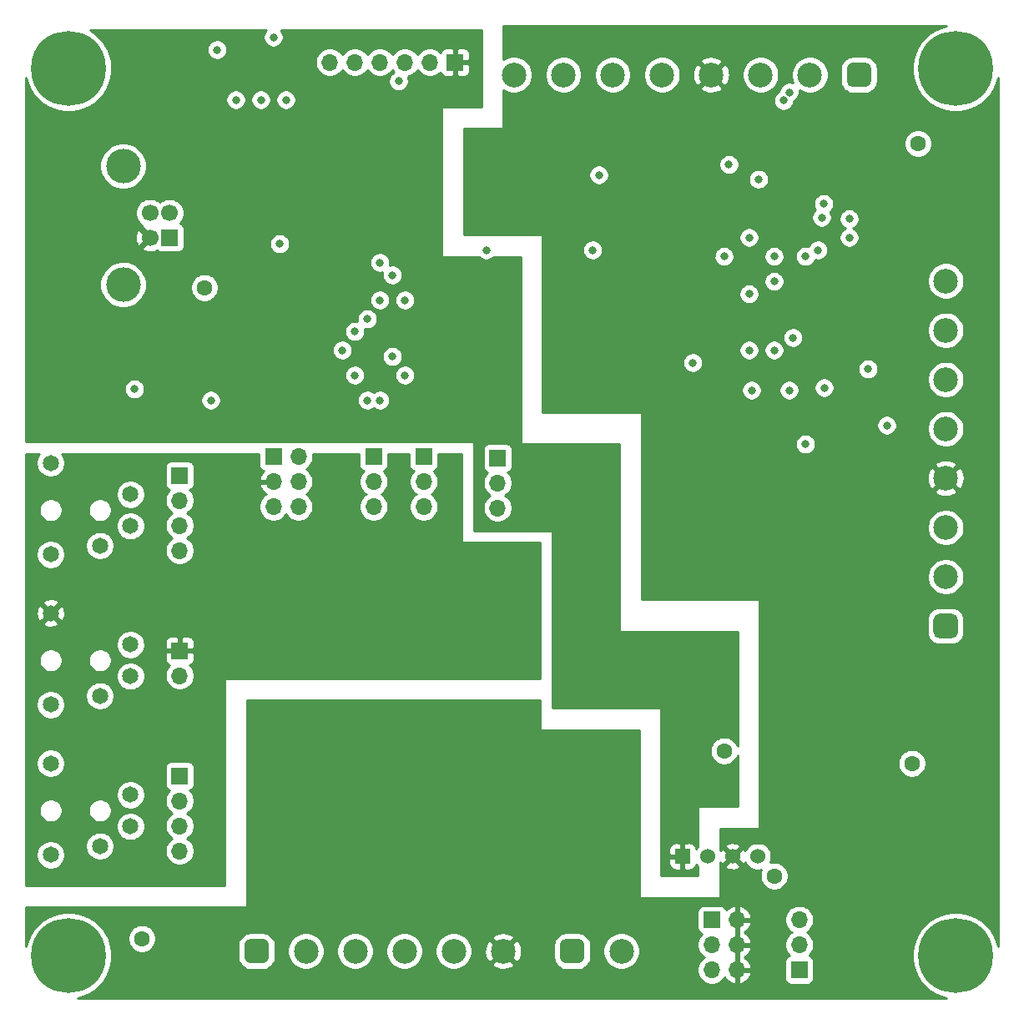
<source format=gbr>
From d37adf0a33e7a4a8c6139d7e5ff8f8909753b64a Mon Sep 17 00:00:00 2001
From: Vasile Vilvoiu <vasi.vilvoiu@gmail.com>
Date: Tue, 5 Jan 2021 15:05:58 +0200
Subject: Using board revision

---
 revisions/0/gerber/catahack-In1_Cu.gbr | 10257 +++++++++++++++++++++++++++++++
 1 file changed, 10257 insertions(+)
 create mode 100644 revisions/0/gerber/catahack-In1_Cu.gbr

(limited to 'revisions/0/gerber/catahack-In1_Cu.gbr')

diff --git a/revisions/0/gerber/catahack-In1_Cu.gbr b/revisions/0/gerber/catahack-In1_Cu.gbr
new file mode 100644
index 0000000..b5eeaa2
--- /dev/null
+++ b/revisions/0/gerber/catahack-In1_Cu.gbr
@@ -0,0 +1,10257 @@
+G04 #@! TF.GenerationSoftware,KiCad,Pcbnew,5.1.8*
+G04 #@! TF.CreationDate,2020-11-23T23:25:53+02:00*
+G04 #@! TF.ProjectId,catahack,63617461-6861-4636-9b2e-6b696361645f,0*
+G04 #@! TF.SameCoordinates,Original*
+G04 #@! TF.FileFunction,Copper,L2,Inr*
+G04 #@! TF.FilePolarity,Positive*
+%FSLAX46Y46*%
+G04 Gerber Fmt 4.6, Leading zero omitted, Abs format (unit mm)*
+G04 Created by KiCad (PCBNEW 5.1.8) date 2020-11-23 23:25:53*
+%MOMM*%
+%LPD*%
+G01*
+G04 APERTURE LIST*
+G04 #@! TA.AperFunction,ComponentPad*
+%ADD10C,2.500000*%
+G04 #@! TD*
+G04 #@! TA.AperFunction,ComponentPad*
+%ADD11C,7.600000*%
+G04 #@! TD*
+G04 #@! TA.AperFunction,ComponentPad*
+%ADD12R,1.700000X1.700000*%
+G04 #@! TD*
+G04 #@! TA.AperFunction,ComponentPad*
+%ADD13O,1.700000X1.700000*%
+G04 #@! TD*
+G04 #@! TA.AperFunction,ComponentPad*
+%ADD14R,1.524000X1.524000*%
+G04 #@! TD*
+G04 #@! TA.AperFunction,ComponentPad*
+%ADD15C,1.524000*%
+G04 #@! TD*
+G04 #@! TA.AperFunction,ComponentPad*
+%ADD16C,1.650000*%
+G04 #@! TD*
+G04 #@! TA.AperFunction,ComponentPad*
+%ADD17C,1.700000*%
+G04 #@! TD*
+G04 #@! TA.AperFunction,ComponentPad*
+%ADD18C,3.500000*%
+G04 #@! TD*
+G04 #@! TA.AperFunction,ViaPad*
+%ADD19C,0.800000*%
+G04 #@! TD*
+G04 #@! TA.AperFunction,ViaPad*
+%ADD20C,1.600000*%
+G04 #@! TD*
+G04 #@! TA.AperFunction,Conductor*
+%ADD21C,0.254000*%
+G04 #@! TD*
+G04 #@! TA.AperFunction,Conductor*
+%ADD22C,0.100000*%
+G04 #@! TD*
+G04 APERTURE END LIST*
+G04 #@! TA.AperFunction,ComponentPad*
+G36*
+G01*
+X47845000Y-130165000D02*
+X47845000Y-128915000D01*
+G75*
+G02*
+X48470000Y-128290000I625000J0D01*
+G01*
+X49720000Y-128290000D01*
+G75*
+G02*
+X50345000Y-128915000I0J-625000D01*
+G01*
+X50345000Y-130165000D01*
+G75*
+G02*
+X49720000Y-130790000I-625000J0D01*
+G01*
+X48470000Y-130790000D01*
+G75*
+G02*
+X47845000Y-130165000I0J625000D01*
+G01*
+G37*
+G04 #@! TD.AperFunction*
+D10*
+X54095000Y-129540000D03*
+X59095000Y-129540000D03*
+X64095000Y-129540000D03*
+X69095000Y-129540000D03*
+X74095000Y-129540000D03*
+D11*
+X120000000Y-130000000D03*
+X120000000Y-40000000D03*
+X30000000Y-130000000D03*
+X30000000Y-40000000D03*
+D12*
+X50800000Y-79375000D03*
+D13*
+X53340000Y-79375000D03*
+X50800000Y-81915000D03*
+X53340000Y-81915000D03*
+X50800000Y-84455000D03*
+X53340000Y-84455000D03*
+D14*
+X92315000Y-119925000D03*
+D15*
+X94855000Y-119925000D03*
+X97395000Y-119925000D03*
+X99935000Y-119925000D03*
+D12*
+X66040000Y-79375000D03*
+D13*
+X66040000Y-81915000D03*
+X66040000Y-84455000D03*
+X41275000Y-101600000D03*
+D12*
+X41275000Y-99060000D03*
+D13*
+X41275000Y-88900000D03*
+X41275000Y-86360000D03*
+X41275000Y-83820000D03*
+D12*
+X41275000Y-81280000D03*
+X41275000Y-111760000D03*
+D13*
+X41275000Y-114300000D03*
+X41275000Y-116840000D03*
+X41275000Y-119380000D03*
+G04 #@! TA.AperFunction,ComponentPad*
+G36*
+G01*
+X79850000Y-130165000D02*
+X79850000Y-128915000D01*
+G75*
+G02*
+X80475000Y-128290000I625000J0D01*
+G01*
+X81725000Y-128290000D01*
+G75*
+G02*
+X82350000Y-128915000I0J-625000D01*
+G01*
+X82350000Y-130165000D01*
+G75*
+G02*
+X81725000Y-130790000I-625000J0D01*
+G01*
+X80475000Y-130790000D01*
+G75*
+G02*
+X79850000Y-130165000I0J625000D01*
+G01*
+G37*
+G04 #@! TD.AperFunction*
+D10*
+X86100000Y-129540000D03*
+D13*
+X73533000Y-84582000D03*
+X73533000Y-82042000D03*
+D12*
+X73533000Y-79502000D03*
+X69215000Y-39370000D03*
+D13*
+X66675000Y-39370000D03*
+X64135000Y-39370000D03*
+X61595000Y-39370000D03*
+X59055000Y-39370000D03*
+X56515000Y-39370000D03*
+D12*
+X104140000Y-131445000D03*
+D13*
+X104140000Y-128905000D03*
+X104140000Y-126365000D03*
+D10*
+X75210000Y-40640000D03*
+X80210000Y-40640000D03*
+X85210000Y-40640000D03*
+X90210000Y-40640000D03*
+X95210000Y-40640000D03*
+X100210000Y-40640000D03*
+X105210000Y-40640000D03*
+G04 #@! TA.AperFunction,ComponentPad*
+G36*
+G01*
+X111460000Y-40015000D02*
+X111460000Y-41265000D01*
+G75*
+G02*
+X110835000Y-41890000I-625000J0D01*
+G01*
+X109585000Y-41890000D01*
+G75*
+G02*
+X108960000Y-41265000I0J625000D01*
+G01*
+X108960000Y-40015000D01*
+G75*
+G02*
+X109585000Y-39390000I625000J0D01*
+G01*
+X110835000Y-39390000D01*
+G75*
+G02*
+X111460000Y-40015000I0J-625000D01*
+G01*
+G37*
+G04 #@! TD.AperFunction*
+G04 #@! TA.AperFunction,ComponentPad*
+G36*
+G01*
+X119625000Y-97815000D02*
+X118375000Y-97815000D01*
+G75*
+G02*
+X117750000Y-97190000I0J625000D01*
+G01*
+X117750000Y-95940000D01*
+G75*
+G02*
+X118375000Y-95315000I625000J0D01*
+G01*
+X119625000Y-95315000D01*
+G75*
+G02*
+X120250000Y-95940000I0J-625000D01*
+G01*
+X120250000Y-97190000D01*
+G75*
+G02*
+X119625000Y-97815000I-625000J0D01*
+G01*
+G37*
+G04 #@! TD.AperFunction*
+X119000000Y-91565000D03*
+X119000000Y-86565000D03*
+X119000000Y-81565000D03*
+X119000000Y-76565000D03*
+X119000000Y-71565000D03*
+X119000000Y-66565000D03*
+X119000000Y-61565000D03*
+D13*
+X97820000Y-131445000D03*
+X95280000Y-131445000D03*
+X97820000Y-128905000D03*
+X95280000Y-128905000D03*
+X97820000Y-126365000D03*
+D12*
+X95280000Y-126365000D03*
+D16*
+X36294000Y-86410000D03*
+X28194000Y-89310000D03*
+X36294000Y-83210000D03*
+X33194000Y-88410000D03*
+X28194000Y-80010000D03*
+X36294000Y-101650000D03*
+X28194000Y-104550000D03*
+X36294000Y-98450000D03*
+X33194000Y-103650000D03*
+X28194000Y-95250000D03*
+X36294000Y-116890000D03*
+X28194000Y-119790000D03*
+X36294000Y-113690000D03*
+X33194000Y-118890000D03*
+X28194000Y-110490000D03*
+D12*
+X40259000Y-57150000D03*
+D17*
+X40259000Y-54650000D03*
+X38259000Y-54650000D03*
+X38259000Y-57150000D03*
+D18*
+X35549000Y-61920000D03*
+X35549000Y-49880000D03*
+D12*
+X60960000Y-79375000D03*
+D13*
+X60960000Y-81915000D03*
+X60960000Y-84455000D03*
+D19*
+X46990000Y-43180000D03*
+X49530000Y-43180000D03*
+X52070000Y-43180000D03*
+X63500000Y-41275000D03*
+X72390000Y-58420000D03*
+X51435000Y-57785000D03*
+X44450000Y-73660000D03*
+D20*
+X43815000Y-62230000D03*
+D19*
+X36703000Y-72517000D03*
+D20*
+X96520000Y-109220000D03*
+D19*
+X29972000Y-73533000D03*
+X29972000Y-76073000D03*
+X29972000Y-70993000D03*
+X48260000Y-71120000D03*
+X48260000Y-69215000D03*
+X37465000Y-73660000D03*
+X36195000Y-41910000D03*
+X72390000Y-74295000D03*
+X83000000Y-103000000D03*
+X92000000Y-109000000D03*
+X68580000Y-41275000D03*
+X71000000Y-60635000D03*
+X40640000Y-70485000D03*
+X35560000Y-67310000D03*
+X29845000Y-67246501D03*
+X40640000Y-69215000D03*
+X107950000Y-97155000D03*
+X50165000Y-118745000D03*
+X114300000Y-104140000D03*
+X81280000Y-74295000D03*
+X95885000Y-69850000D03*
+X105410000Y-68580000D03*
+X111125000Y-45085000D03*
+X80010000Y-58420000D03*
+X95250000Y-59055000D03*
+X91440000Y-50165000D03*
+X92075000Y-57785000D03*
+X119745000Y-112320000D03*
+X115935000Y-119940000D03*
+X122285000Y-118035000D03*
+X122285000Y-114225000D03*
+X115935000Y-112320000D03*
+X119745000Y-119940000D03*
+X104505000Y-112955000D03*
+X104505000Y-116765000D03*
+X102235000Y-109220000D03*
+X81280000Y-56515000D03*
+X107950000Y-85725000D03*
+X78740000Y-50800000D03*
+X104276905Y-52131774D03*
+X120650000Y-122555000D03*
+X49530000Y-112395000D03*
+X59690000Y-112395000D03*
+X65405000Y-112395000D03*
+X75565000Y-112395000D03*
+X40640000Y-125730000D03*
+X115570000Y-57785000D03*
+X116205000Y-50800000D03*
+D20*
+X115570000Y-110490000D03*
+X37465000Y-128270000D03*
+X116205000Y-47625000D03*
+D19*
+X97000000Y-49734999D03*
+X100000000Y-51234999D03*
+X45085000Y-38100000D03*
+X50800000Y-36830000D03*
+X93345000Y-69850000D03*
+X83185000Y-58420000D03*
+X83820000Y-50800000D03*
+D20*
+X101600000Y-121920000D03*
+D19*
+X61595000Y-59690000D03*
+X60325000Y-73660000D03*
+X60325000Y-65405000D03*
+X59055000Y-66675000D03*
+X57785000Y-68580000D03*
+X62865000Y-60960000D03*
+X62865000Y-69215000D03*
+X59055000Y-71120000D03*
+X64135000Y-71120000D03*
+X64135000Y-63500000D03*
+X99314000Y-72644000D03*
+X104775000Y-78105000D03*
+X103124000Y-72644000D03*
+X113030000Y-76200000D03*
+X106680000Y-72390000D03*
+X111125000Y-70485000D03*
+X102541582Y-43254415D03*
+X106616500Y-53721000D03*
+X109220000Y-55245000D03*
+X106426000Y-55118000D03*
+X103124000Y-42418000D03*
+X109220000Y-57150000D03*
+X72390000Y-93980000D03*
+X57785000Y-88265000D03*
+X61595000Y-73660000D03*
+X61595000Y-63500000D03*
+X99060000Y-68580000D03*
+X96520000Y-59055000D03*
+X103505000Y-67310000D03*
+X104775000Y-59055000D03*
+X101600000Y-68580000D03*
+X106045000Y-58420000D03*
+X99060000Y-57150000D03*
+X99060000Y-62865000D03*
+X101600000Y-59055000D03*
+X101600000Y-61595000D03*
+D21*
+X26900165Y-79318431D02*
+X26790107Y-79584134D01*
+X26734000Y-79866203D01*
+X26734000Y-80153797D01*
+X26790107Y-80435866D01*
+X26900165Y-80701569D01*
+X27059944Y-80940696D01*
+X27263304Y-81144056D01*
+X27502431Y-81303835D01*
+X27768134Y-81413893D01*
+X28050203Y-81470000D01*
+X28337797Y-81470000D01*
+X28619866Y-81413893D01*
+X28885569Y-81303835D01*
+X29124696Y-81144056D01*
+X29328056Y-80940696D01*
+X29487835Y-80701569D01*
+X29597893Y-80435866D01*
+X29599059Y-80430000D01*
+X39786928Y-80430000D01*
+X39786928Y-82130000D01*
+X39799188Y-82254482D01*
+X39835498Y-82374180D01*
+X39894463Y-82484494D01*
+X39973815Y-82581185D01*
+X40070506Y-82660537D01*
+X40180820Y-82719502D01*
+X40253380Y-82741513D01*
+X40121525Y-82873368D01*
+X39959010Y-83116589D01*
+X39847068Y-83386842D01*
+X39790000Y-83673740D01*
+X39790000Y-83966260D01*
+X39847068Y-84253158D01*
+X39959010Y-84523411D01*
+X40121525Y-84766632D01*
+X40328368Y-84973475D01*
+X40502760Y-85090000D01*
+X40328368Y-85206525D01*
+X40121525Y-85413368D01*
+X39959010Y-85656589D01*
+X39847068Y-85926842D01*
+X39790000Y-86213740D01*
+X39790000Y-86506260D01*
+X39847068Y-86793158D01*
+X39959010Y-87063411D01*
+X40121525Y-87306632D01*
+X40328368Y-87513475D01*
+X40502760Y-87630000D01*
+X40328368Y-87746525D01*
+X40121525Y-87953368D01*
+X39959010Y-88196589D01*
+X39847068Y-88466842D01*
+X39790000Y-88753740D01*
+X39790000Y-89046260D01*
+X39847068Y-89333158D01*
+X39959010Y-89603411D01*
+X40121525Y-89846632D01*
+X40328368Y-90053475D01*
+X40571589Y-90215990D01*
+X40841842Y-90327932D01*
+X41128740Y-90385000D01*
+X41421260Y-90385000D01*
+X41708158Y-90327932D01*
+X41978411Y-90215990D01*
+X42221632Y-90053475D01*
+X42428475Y-89846632D01*
+X42590990Y-89603411D01*
+X42702932Y-89333158D01*
+X42760000Y-89046260D01*
+X42760000Y-88753740D01*
+X42702932Y-88466842D01*
+X42590990Y-88196589D01*
+X42428475Y-87953368D01*
+X42221632Y-87746525D01*
+X42047240Y-87630000D01*
+X42221632Y-87513475D01*
+X42428475Y-87306632D01*
+X42590990Y-87063411D01*
+X42702932Y-86793158D01*
+X42760000Y-86506260D01*
+X42760000Y-86213740D01*
+X42702932Y-85926842D01*
+X42590990Y-85656589D01*
+X42428475Y-85413368D01*
+X42221632Y-85206525D01*
+X42047240Y-85090000D01*
+X42221632Y-84973475D01*
+X42428475Y-84766632D01*
+X42590990Y-84523411D01*
+X42702932Y-84253158D01*
+X42760000Y-83966260D01*
+X42760000Y-83673740D01*
+X42702932Y-83386842D01*
+X42590990Y-83116589D01*
+X42428475Y-82873368D01*
+X42296620Y-82741513D01*
+X42369180Y-82719502D01*
+X42479494Y-82660537D01*
+X42576185Y-82581185D01*
+X42655537Y-82484494D01*
+X42714502Y-82374180D01*
+X42750812Y-82254482D01*
+X42763072Y-82130000D01*
+X42763072Y-80430000D01*
+X42750812Y-80305518D01*
+X42714502Y-80185820D01*
+X42655537Y-80075506D01*
+X42576185Y-79978815D01*
+X42479494Y-79899463D01*
+X42369180Y-79840498D01*
+X42249482Y-79804188D01*
+X42125000Y-79791928D01*
+X40425000Y-79791928D01*
+X40300518Y-79804188D01*
+X40180820Y-79840498D01*
+X40070506Y-79899463D01*
+X39973815Y-79978815D01*
+X39894463Y-80075506D01*
+X39835498Y-80185820D01*
+X39799188Y-80305518D01*
+X39786928Y-80430000D01*
+X29599059Y-80430000D01*
+X29654000Y-80153797D01*
+X29654000Y-79866203D01*
+X29597893Y-79584134D01*
+X29487835Y-79318431D01*
+X29359925Y-79127000D01*
+X49311928Y-79127000D01*
+X49311928Y-80225000D01*
+X49324188Y-80349482D01*
+X49360498Y-80469180D01*
+X49419463Y-80579494D01*
+X49498815Y-80676185D01*
+X49595506Y-80755537D01*
+X49705820Y-80814502D01*
+X49786466Y-80838966D01*
+X49702412Y-80914731D01*
+X49528359Y-81148080D01*
+X49403175Y-81410901D01*
+X49358524Y-81558110D01*
+X49479845Y-81788000D01*
+X50673000Y-81788000D01*
+X50673000Y-81768000D01*
+X50927000Y-81768000D01*
+X50927000Y-81788000D01*
+X50947000Y-81788000D01*
+X50947000Y-82042000D01*
+X50927000Y-82042000D01*
+X50927000Y-82062000D01*
+X50673000Y-82062000D01*
+X50673000Y-82042000D01*
+X49479845Y-82042000D01*
+X49358524Y-82271890D01*
+X49403175Y-82419099D01*
+X49528359Y-82681920D01*
+X49702412Y-82915269D01*
+X49918645Y-83110178D01*
+X50035534Y-83179805D01*
+X49853368Y-83301525D01*
+X49646525Y-83508368D01*
+X49484010Y-83751589D01*
+X49372068Y-84021842D01*
+X49315000Y-84308740D01*
+X49315000Y-84601260D01*
+X49372068Y-84888158D01*
+X49484010Y-85158411D01*
+X49646525Y-85401632D01*
+X49853368Y-85608475D01*
+X50096589Y-85770990D01*
+X50366842Y-85882932D01*
+X50653740Y-85940000D01*
+X50946260Y-85940000D01*
+X51233158Y-85882932D01*
+X51503411Y-85770990D01*
+X51746632Y-85608475D01*
+X51953475Y-85401632D01*
+X52070000Y-85227240D01*
+X52186525Y-85401632D01*
+X52393368Y-85608475D01*
+X52636589Y-85770990D01*
+X52906842Y-85882932D01*
+X53193740Y-85940000D01*
+X53486260Y-85940000D01*
+X53773158Y-85882932D01*
+X54043411Y-85770990D01*
+X54286632Y-85608475D01*
+X54493475Y-85401632D01*
+X54655990Y-85158411D01*
+X54767932Y-84888158D01*
+X54825000Y-84601260D01*
+X54825000Y-84308740D01*
+X54767932Y-84021842D01*
+X54655990Y-83751589D01*
+X54493475Y-83508368D01*
+X54286632Y-83301525D01*
+X54112240Y-83185000D01*
+X54286632Y-83068475D01*
+X54493475Y-82861632D01*
+X54655990Y-82618411D01*
+X54767932Y-82348158D01*
+X54825000Y-82061260D01*
+X54825000Y-81768740D01*
+X54767932Y-81481842D01*
+X54655990Y-81211589D01*
+X54493475Y-80968368D01*
+X54286632Y-80761525D01*
+X54112240Y-80645000D01*
+X54286632Y-80528475D01*
+X54493475Y-80321632D01*
+X54655990Y-80078411D01*
+X54767932Y-79808158D01*
+X54825000Y-79521260D01*
+X54825000Y-79228740D01*
+X54804762Y-79127000D01*
+X59471928Y-79127000D01*
+X59471928Y-80225000D01*
+X59484188Y-80349482D01*
+X59520498Y-80469180D01*
+X59579463Y-80579494D01*
+X59658815Y-80676185D01*
+X59755506Y-80755537D01*
+X59865820Y-80814502D01*
+X59938380Y-80836513D01*
+X59806525Y-80968368D01*
+X59644010Y-81211589D01*
+X59532068Y-81481842D01*
+X59475000Y-81768740D01*
+X59475000Y-82061260D01*
+X59532068Y-82348158D01*
+X59644010Y-82618411D01*
+X59806525Y-82861632D01*
+X60013368Y-83068475D01*
+X60187760Y-83185000D01*
+X60013368Y-83301525D01*
+X59806525Y-83508368D01*
+X59644010Y-83751589D01*
+X59532068Y-84021842D01*
+X59475000Y-84308740D01*
+X59475000Y-84601260D01*
+X59532068Y-84888158D01*
+X59644010Y-85158411D01*
+X59806525Y-85401632D01*
+X60013368Y-85608475D01*
+X60256589Y-85770990D01*
+X60526842Y-85882932D01*
+X60813740Y-85940000D01*
+X61106260Y-85940000D01*
+X61393158Y-85882932D01*
+X61663411Y-85770990D01*
+X61906632Y-85608475D01*
+X62113475Y-85401632D01*
+X62275990Y-85158411D01*
+X62387932Y-84888158D01*
+X62445000Y-84601260D01*
+X62445000Y-84308740D01*
+X62387932Y-84021842D01*
+X62275990Y-83751589D01*
+X62113475Y-83508368D01*
+X61906632Y-83301525D01*
+X61732240Y-83185000D01*
+X61906632Y-83068475D01*
+X62113475Y-82861632D01*
+X62275990Y-82618411D01*
+X62387932Y-82348158D01*
+X62445000Y-82061260D01*
+X62445000Y-81768740D01*
+X62387932Y-81481842D01*
+X62275990Y-81211589D01*
+X62113475Y-80968368D01*
+X61981620Y-80836513D01*
+X62054180Y-80814502D01*
+X62164494Y-80755537D01*
+X62261185Y-80676185D01*
+X62340537Y-80579494D01*
+X62399502Y-80469180D01*
+X62435812Y-80349482D01*
+X62448072Y-80225000D01*
+X62448072Y-79127000D01*
+X64551928Y-79127000D01*
+X64551928Y-80225000D01*
+X64564188Y-80349482D01*
+X64600498Y-80469180D01*
+X64659463Y-80579494D01*
+X64738815Y-80676185D01*
+X64835506Y-80755537D01*
+X64945820Y-80814502D01*
+X65018380Y-80836513D01*
+X64886525Y-80968368D01*
+X64724010Y-81211589D01*
+X64612068Y-81481842D01*
+X64555000Y-81768740D01*
+X64555000Y-82061260D01*
+X64612068Y-82348158D01*
+X64724010Y-82618411D01*
+X64886525Y-82861632D01*
+X65093368Y-83068475D01*
+X65267760Y-83185000D01*
+X65093368Y-83301525D01*
+X64886525Y-83508368D01*
+X64724010Y-83751589D01*
+X64612068Y-84021842D01*
+X64555000Y-84308740D01*
+X64555000Y-84601260D01*
+X64612068Y-84888158D01*
+X64724010Y-85158411D01*
+X64886525Y-85401632D01*
+X65093368Y-85608475D01*
+X65336589Y-85770990D01*
+X65606842Y-85882932D01*
+X65893740Y-85940000D01*
+X66186260Y-85940000D01*
+X66473158Y-85882932D01*
+X66743411Y-85770990D01*
+X66986632Y-85608475D01*
+X67193475Y-85401632D01*
+X67355990Y-85158411D01*
+X67467932Y-84888158D01*
+X67525000Y-84601260D01*
+X67525000Y-84308740D01*
+X67467932Y-84021842D01*
+X67355990Y-83751589D01*
+X67193475Y-83508368D01*
+X66986632Y-83301525D01*
+X66812240Y-83185000D01*
+X66986632Y-83068475D01*
+X67193475Y-82861632D01*
+X67355990Y-82618411D01*
+X67467932Y-82348158D01*
+X67525000Y-82061260D01*
+X67525000Y-81768740D01*
+X67467932Y-81481842D01*
+X67355990Y-81211589D01*
+X67193475Y-80968368D01*
+X67061620Y-80836513D01*
+X67134180Y-80814502D01*
+X67244494Y-80755537D01*
+X67341185Y-80676185D01*
+X67420537Y-80579494D01*
+X67479502Y-80469180D01*
+X67515812Y-80349482D01*
+X67528072Y-80225000D01*
+X67528072Y-79127000D01*
+X69873000Y-79127000D01*
+X69873000Y-88000000D01*
+X69875440Y-88024776D01*
+X69882667Y-88048601D01*
+X69894403Y-88070557D01*
+X69910197Y-88089803D01*
+X69929443Y-88105597D01*
+X69951399Y-88117333D01*
+X69975224Y-88124560D01*
+X70000000Y-88127000D01*
+X77873000Y-88127000D01*
+X77873000Y-101873000D01*
+X46000000Y-101873000D01*
+X45975224Y-101875440D01*
+X45951399Y-101882667D01*
+X45929443Y-101894403D01*
+X45910197Y-101910197D01*
+X45894403Y-101929443D01*
+X45882667Y-101951399D01*
+X45875440Y-101975224D01*
+X45873000Y-102000000D01*
+X45873000Y-122873000D01*
+X25660000Y-122873000D01*
+X25660000Y-119646203D01*
+X26734000Y-119646203D01*
+X26734000Y-119933797D01*
+X26790107Y-120215866D01*
+X26900165Y-120481569D01*
+X27059944Y-120720696D01*
+X27263304Y-120924056D01*
+X27502431Y-121083835D01*
+X27768134Y-121193893D01*
+X28050203Y-121250000D01*
+X28337797Y-121250000D01*
+X28619866Y-121193893D01*
+X28885569Y-121083835D01*
+X29124696Y-120924056D01*
+X29328056Y-120720696D01*
+X29487835Y-120481569D01*
+X29597893Y-120215866D01*
+X29654000Y-119933797D01*
+X29654000Y-119646203D01*
+X29597893Y-119364134D01*
+X29487835Y-119098431D01*
+X29328056Y-118859304D01*
+X29214955Y-118746203D01*
+X31734000Y-118746203D01*
+X31734000Y-119033797D01*
+X31790107Y-119315866D01*
+X31900165Y-119581569D01*
+X32059944Y-119820696D01*
+X32263304Y-120024056D01*
+X32502431Y-120183835D01*
+X32768134Y-120293893D01*
+X33050203Y-120350000D01*
+X33337797Y-120350000D01*
+X33619866Y-120293893D01*
+X33885569Y-120183835D01*
+X34124696Y-120024056D01*
+X34328056Y-119820696D01*
+X34487835Y-119581569D01*
+X34597893Y-119315866D01*
+X34654000Y-119033797D01*
+X34654000Y-118746203D01*
+X34597893Y-118464134D01*
+X34487835Y-118198431D01*
+X34328056Y-117959304D01*
+X34124696Y-117755944D01*
+X33885569Y-117596165D01*
+X33619866Y-117486107D01*
+X33337797Y-117430000D01*
+X33050203Y-117430000D01*
+X32768134Y-117486107D01*
+X32502431Y-117596165D01*
+X32263304Y-117755944D01*
+X32059944Y-117959304D01*
+X31900165Y-118198431D01*
+X31790107Y-118464134D01*
+X31734000Y-118746203D01*
+X29214955Y-118746203D01*
+X29124696Y-118655944D01*
+X28885569Y-118496165D01*
+X28619866Y-118386107D01*
+X28337797Y-118330000D01*
+X28050203Y-118330000D01*
+X27768134Y-118386107D01*
+X27502431Y-118496165D01*
+X27263304Y-118655944D01*
+X27059944Y-118859304D01*
+X26900165Y-119098431D01*
+X26790107Y-119364134D01*
+X26734000Y-119646203D01*
+X25660000Y-119646203D01*
+X25660000Y-116746203D01*
+X34834000Y-116746203D01*
+X34834000Y-117033797D01*
+X34890107Y-117315866D01*
+X35000165Y-117581569D01*
+X35159944Y-117820696D01*
+X35363304Y-118024056D01*
+X35602431Y-118183835D01*
+X35868134Y-118293893D01*
+X36150203Y-118350000D01*
+X36437797Y-118350000D01*
+X36719866Y-118293893D01*
+X36985569Y-118183835D01*
+X37224696Y-118024056D01*
+X37428056Y-117820696D01*
+X37587835Y-117581569D01*
+X37697893Y-117315866D01*
+X37754000Y-117033797D01*
+X37754000Y-116746203D01*
+X37697893Y-116464134D01*
+X37587835Y-116198431D01*
+X37428056Y-115959304D01*
+X37224696Y-115755944D01*
+X36985569Y-115596165D01*
+X36719866Y-115486107D01*
+X36437797Y-115430000D01*
+X36150203Y-115430000D01*
+X35868134Y-115486107D01*
+X35602431Y-115596165D01*
+X35363304Y-115755944D01*
+X35159944Y-115959304D01*
+X35000165Y-116198431D01*
+X34890107Y-116464134D01*
+X34834000Y-116746203D01*
+X25660000Y-116746203D01*
+X25660000Y-115173288D01*
+X27009000Y-115173288D01*
+X27009000Y-115406712D01*
+X27054539Y-115635652D01*
+X27143866Y-115851308D01*
+X27273550Y-116045394D01*
+X27438606Y-116210450D01*
+X27632692Y-116340134D01*
+X27848348Y-116429461D01*
+X28077288Y-116475000D01*
+X28310712Y-116475000D01*
+X28539652Y-116429461D01*
+X28755308Y-116340134D01*
+X28949394Y-116210450D01*
+X29114450Y-116045394D01*
+X29244134Y-115851308D01*
+X29333461Y-115635652D01*
+X29379000Y-115406712D01*
+X29379000Y-115173288D01*
+X32009000Y-115173288D01*
+X32009000Y-115406712D01*
+X32054539Y-115635652D01*
+X32143866Y-115851308D01*
+X32273550Y-116045394D01*
+X32438606Y-116210450D01*
+X32632692Y-116340134D01*
+X32848348Y-116429461D01*
+X33077288Y-116475000D01*
+X33310712Y-116475000D01*
+X33539652Y-116429461D01*
+X33755308Y-116340134D01*
+X33949394Y-116210450D01*
+X34114450Y-116045394D01*
+X34244134Y-115851308D01*
+X34333461Y-115635652D01*
+X34379000Y-115406712D01*
+X34379000Y-115173288D01*
+X34333461Y-114944348D01*
+X34244134Y-114728692D01*
+X34114450Y-114534606D01*
+X33949394Y-114369550D01*
+X33755308Y-114239866D01*
+X33539652Y-114150539D01*
+X33310712Y-114105000D01*
+X33077288Y-114105000D01*
+X32848348Y-114150539D01*
+X32632692Y-114239866D01*
+X32438606Y-114369550D01*
+X32273550Y-114534606D01*
+X32143866Y-114728692D01*
+X32054539Y-114944348D01*
+X32009000Y-115173288D01*
+X29379000Y-115173288D01*
+X29333461Y-114944348D01*
+X29244134Y-114728692D01*
+X29114450Y-114534606D01*
+X28949394Y-114369550D01*
+X28755308Y-114239866D01*
+X28539652Y-114150539D01*
+X28310712Y-114105000D01*
+X28077288Y-114105000D01*
+X27848348Y-114150539D01*
+X27632692Y-114239866D01*
+X27438606Y-114369550D01*
+X27273550Y-114534606D01*
+X27143866Y-114728692D01*
+X27054539Y-114944348D01*
+X27009000Y-115173288D01*
+X25660000Y-115173288D01*
+X25660000Y-113546203D01*
+X34834000Y-113546203D01*
+X34834000Y-113833797D01*
+X34890107Y-114115866D01*
+X35000165Y-114381569D01*
+X35159944Y-114620696D01*
+X35363304Y-114824056D01*
+X35602431Y-114983835D01*
+X35868134Y-115093893D01*
+X36150203Y-115150000D01*
+X36437797Y-115150000D01*
+X36719866Y-115093893D01*
+X36985569Y-114983835D01*
+X37224696Y-114824056D01*
+X37428056Y-114620696D01*
+X37587835Y-114381569D01*
+X37697893Y-114115866D01*
+X37754000Y-113833797D01*
+X37754000Y-113546203D01*
+X37697893Y-113264134D01*
+X37587835Y-112998431D01*
+X37428056Y-112759304D01*
+X37224696Y-112555944D01*
+X36985569Y-112396165D01*
+X36719866Y-112286107D01*
+X36437797Y-112230000D01*
+X36150203Y-112230000D01*
+X35868134Y-112286107D01*
+X35602431Y-112396165D01*
+X35363304Y-112555944D01*
+X35159944Y-112759304D01*
+X35000165Y-112998431D01*
+X34890107Y-113264134D01*
+X34834000Y-113546203D01*
+X25660000Y-113546203D01*
+X25660000Y-110346203D01*
+X26734000Y-110346203D01*
+X26734000Y-110633797D01*
+X26790107Y-110915866D01*
+X26900165Y-111181569D01*
+X27059944Y-111420696D01*
+X27263304Y-111624056D01*
+X27502431Y-111783835D01*
+X27768134Y-111893893D01*
+X28050203Y-111950000D01*
+X28337797Y-111950000D01*
+X28619866Y-111893893D01*
+X28885569Y-111783835D01*
+X29124696Y-111624056D01*
+X29328056Y-111420696D01*
+X29487835Y-111181569D01*
+X29597893Y-110915866D01*
+X29599059Y-110910000D01*
+X39786928Y-110910000D01*
+X39786928Y-112610000D01*
+X39799188Y-112734482D01*
+X39835498Y-112854180D01*
+X39894463Y-112964494D01*
+X39973815Y-113061185D01*
+X40070506Y-113140537D01*
+X40180820Y-113199502D01*
+X40253380Y-113221513D01*
+X40121525Y-113353368D01*
+X39959010Y-113596589D01*
+X39847068Y-113866842D01*
+X39790000Y-114153740D01*
+X39790000Y-114446260D01*
+X39847068Y-114733158D01*
+X39959010Y-115003411D01*
+X40121525Y-115246632D01*
+X40328368Y-115453475D01*
+X40502760Y-115570000D01*
+X40328368Y-115686525D01*
+X40121525Y-115893368D01*
+X39959010Y-116136589D01*
+X39847068Y-116406842D01*
+X39790000Y-116693740D01*
+X39790000Y-116986260D01*
+X39847068Y-117273158D01*
+X39959010Y-117543411D01*
+X40121525Y-117786632D01*
+X40328368Y-117993475D01*
+X40502760Y-118110000D01*
+X40328368Y-118226525D01*
+X40121525Y-118433368D01*
+X39959010Y-118676589D01*
+X39847068Y-118946842D01*
+X39790000Y-119233740D01*
+X39790000Y-119526260D01*
+X39847068Y-119813158D01*
+X39959010Y-120083411D01*
+X40121525Y-120326632D01*
+X40328368Y-120533475D01*
+X40571589Y-120695990D01*
+X40841842Y-120807932D01*
+X41128740Y-120865000D01*
+X41421260Y-120865000D01*
+X41708158Y-120807932D01*
+X41978411Y-120695990D01*
+X42221632Y-120533475D01*
+X42428475Y-120326632D01*
+X42590990Y-120083411D01*
+X42702932Y-119813158D01*
+X42760000Y-119526260D01*
+X42760000Y-119233740D01*
+X42702932Y-118946842D01*
+X42590990Y-118676589D01*
+X42428475Y-118433368D01*
+X42221632Y-118226525D01*
+X42047240Y-118110000D01*
+X42221632Y-117993475D01*
+X42428475Y-117786632D01*
+X42590990Y-117543411D01*
+X42702932Y-117273158D01*
+X42760000Y-116986260D01*
+X42760000Y-116693740D01*
+X42702932Y-116406842D01*
+X42590990Y-116136589D01*
+X42428475Y-115893368D01*
+X42221632Y-115686525D01*
+X42047240Y-115570000D01*
+X42221632Y-115453475D01*
+X42428475Y-115246632D01*
+X42590990Y-115003411D01*
+X42702932Y-114733158D01*
+X42760000Y-114446260D01*
+X42760000Y-114153740D01*
+X42702932Y-113866842D01*
+X42590990Y-113596589D01*
+X42428475Y-113353368D01*
+X42296620Y-113221513D01*
+X42369180Y-113199502D01*
+X42479494Y-113140537D01*
+X42576185Y-113061185D01*
+X42655537Y-112964494D01*
+X42714502Y-112854180D01*
+X42750812Y-112734482D01*
+X42763072Y-112610000D01*
+X42763072Y-110910000D01*
+X42750812Y-110785518D01*
+X42714502Y-110665820D01*
+X42655537Y-110555506D01*
+X42576185Y-110458815D01*
+X42479494Y-110379463D01*
+X42369180Y-110320498D01*
+X42249482Y-110284188D01*
+X42125000Y-110271928D01*
+X40425000Y-110271928D01*
+X40300518Y-110284188D01*
+X40180820Y-110320498D01*
+X40070506Y-110379463D01*
+X39973815Y-110458815D01*
+X39894463Y-110555506D01*
+X39835498Y-110665820D01*
+X39799188Y-110785518D01*
+X39786928Y-110910000D01*
+X29599059Y-110910000D01*
+X29654000Y-110633797D01*
+X29654000Y-110346203D01*
+X29597893Y-110064134D01*
+X29487835Y-109798431D01*
+X29328056Y-109559304D01*
+X29124696Y-109355944D01*
+X28885569Y-109196165D01*
+X28619866Y-109086107D01*
+X28337797Y-109030000D01*
+X28050203Y-109030000D01*
+X27768134Y-109086107D01*
+X27502431Y-109196165D01*
+X27263304Y-109355944D01*
+X27059944Y-109559304D01*
+X26900165Y-109798431D01*
+X26790107Y-110064134D01*
+X26734000Y-110346203D01*
+X25660000Y-110346203D01*
+X25660000Y-104406203D01*
+X26734000Y-104406203D01*
+X26734000Y-104693797D01*
+X26790107Y-104975866D01*
+X26900165Y-105241569D01*
+X27059944Y-105480696D01*
+X27263304Y-105684056D01*
+X27502431Y-105843835D01*
+X27768134Y-105953893D01*
+X28050203Y-106010000D01*
+X28337797Y-106010000D01*
+X28619866Y-105953893D01*
+X28885569Y-105843835D01*
+X29124696Y-105684056D01*
+X29328056Y-105480696D01*
+X29487835Y-105241569D01*
+X29597893Y-104975866D01*
+X29654000Y-104693797D01*
+X29654000Y-104406203D01*
+X29597893Y-104124134D01*
+X29487835Y-103858431D01*
+X29328056Y-103619304D01*
+X29214955Y-103506203D01*
+X31734000Y-103506203D01*
+X31734000Y-103793797D01*
+X31790107Y-104075866D01*
+X31900165Y-104341569D01*
+X32059944Y-104580696D01*
+X32263304Y-104784056D01*
+X32502431Y-104943835D01*
+X32768134Y-105053893D01*
+X33050203Y-105110000D01*
+X33337797Y-105110000D01*
+X33619866Y-105053893D01*
+X33885569Y-104943835D01*
+X34124696Y-104784056D01*
+X34328056Y-104580696D01*
+X34487835Y-104341569D01*
+X34597893Y-104075866D01*
+X34654000Y-103793797D01*
+X34654000Y-103506203D01*
+X34597893Y-103224134D01*
+X34487835Y-102958431D01*
+X34328056Y-102719304D01*
+X34124696Y-102515944D01*
+X33885569Y-102356165D01*
+X33619866Y-102246107D01*
+X33337797Y-102190000D01*
+X33050203Y-102190000D01*
+X32768134Y-102246107D01*
+X32502431Y-102356165D01*
+X32263304Y-102515944D01*
+X32059944Y-102719304D01*
+X31900165Y-102958431D01*
+X31790107Y-103224134D01*
+X31734000Y-103506203D01*
+X29214955Y-103506203D01*
+X29124696Y-103415944D01*
+X28885569Y-103256165D01*
+X28619866Y-103146107D01*
+X28337797Y-103090000D01*
+X28050203Y-103090000D01*
+X27768134Y-103146107D01*
+X27502431Y-103256165D01*
+X27263304Y-103415944D01*
+X27059944Y-103619304D01*
+X26900165Y-103858431D01*
+X26790107Y-104124134D01*
+X26734000Y-104406203D01*
+X25660000Y-104406203D01*
+X25660000Y-101506203D01*
+X34834000Y-101506203D01*
+X34834000Y-101793797D01*
+X34890107Y-102075866D01*
+X35000165Y-102341569D01*
+X35159944Y-102580696D01*
+X35363304Y-102784056D01*
+X35602431Y-102943835D01*
+X35868134Y-103053893D01*
+X36150203Y-103110000D01*
+X36437797Y-103110000D01*
+X36719866Y-103053893D01*
+X36985569Y-102943835D01*
+X37224696Y-102784056D01*
+X37428056Y-102580696D01*
+X37587835Y-102341569D01*
+X37697893Y-102075866D01*
+X37754000Y-101793797D01*
+X37754000Y-101506203D01*
+X37697893Y-101224134D01*
+X37587835Y-100958431D01*
+X37428056Y-100719304D01*
+X37224696Y-100515944D01*
+X36985569Y-100356165D01*
+X36719866Y-100246107D01*
+X36437797Y-100190000D01*
+X36150203Y-100190000D01*
+X35868134Y-100246107D01*
+X35602431Y-100356165D01*
+X35363304Y-100515944D01*
+X35159944Y-100719304D01*
+X35000165Y-100958431D01*
+X34890107Y-101224134D01*
+X34834000Y-101506203D01*
+X25660000Y-101506203D01*
+X25660000Y-99933288D01*
+X27009000Y-99933288D01*
+X27009000Y-100166712D01*
+X27054539Y-100395652D01*
+X27143866Y-100611308D01*
+X27273550Y-100805394D01*
+X27438606Y-100970450D01*
+X27632692Y-101100134D01*
+X27848348Y-101189461D01*
+X28077288Y-101235000D01*
+X28310712Y-101235000D01*
+X28539652Y-101189461D01*
+X28755308Y-101100134D01*
+X28949394Y-100970450D01*
+X29114450Y-100805394D01*
+X29244134Y-100611308D01*
+X29333461Y-100395652D01*
+X29379000Y-100166712D01*
+X29379000Y-99933288D01*
+X32009000Y-99933288D01*
+X32009000Y-100166712D01*
+X32054539Y-100395652D01*
+X32143866Y-100611308D01*
+X32273550Y-100805394D01*
+X32438606Y-100970450D01*
+X32632692Y-101100134D01*
+X32848348Y-101189461D01*
+X33077288Y-101235000D01*
+X33310712Y-101235000D01*
+X33539652Y-101189461D01*
+X33755308Y-101100134D01*
+X33949394Y-100970450D01*
+X34114450Y-100805394D01*
+X34244134Y-100611308D01*
+X34333461Y-100395652D01*
+X34379000Y-100166712D01*
+X34379000Y-99933288D01*
+X34333461Y-99704348D01*
+X34244134Y-99488692D01*
+X34114450Y-99294606D01*
+X33949394Y-99129550D01*
+X33755308Y-98999866D01*
+X33539652Y-98910539D01*
+X33310712Y-98865000D01*
+X33077288Y-98865000D01*
+X32848348Y-98910539D01*
+X32632692Y-98999866D01*
+X32438606Y-99129550D01*
+X32273550Y-99294606D01*
+X32143866Y-99488692D01*
+X32054539Y-99704348D01*
+X32009000Y-99933288D01*
+X29379000Y-99933288D01*
+X29333461Y-99704348D01*
+X29244134Y-99488692D01*
+X29114450Y-99294606D01*
+X28949394Y-99129550D01*
+X28755308Y-98999866D01*
+X28539652Y-98910539D01*
+X28310712Y-98865000D01*
+X28077288Y-98865000D01*
+X27848348Y-98910539D01*
+X27632692Y-98999866D01*
+X27438606Y-99129550D01*
+X27273550Y-99294606D01*
+X27143866Y-99488692D01*
+X27054539Y-99704348D01*
+X27009000Y-99933288D01*
+X25660000Y-99933288D01*
+X25660000Y-98306203D01*
+X34834000Y-98306203D01*
+X34834000Y-98593797D01*
+X34890107Y-98875866D01*
+X35000165Y-99141569D01*
+X35159944Y-99380696D01*
+X35363304Y-99584056D01*
+X35602431Y-99743835D01*
+X35868134Y-99853893D01*
+X36150203Y-99910000D01*
+X36437797Y-99910000D01*
+X39786928Y-99910000D01*
+X39799188Y-100034482D01*
+X39835498Y-100154180D01*
+X39894463Y-100264494D01*
+X39973815Y-100361185D01*
+X40070506Y-100440537D01*
+X40180820Y-100499502D01*
+X40253380Y-100521513D01*
+X40121525Y-100653368D01*
+X39959010Y-100896589D01*
+X39847068Y-101166842D01*
+X39790000Y-101453740D01*
+X39790000Y-101746260D01*
+X39847068Y-102033158D01*
+X39959010Y-102303411D01*
+X40121525Y-102546632D01*
+X40328368Y-102753475D01*
+X40571589Y-102915990D01*
+X40841842Y-103027932D01*
+X41128740Y-103085000D01*
+X41421260Y-103085000D01*
+X41708158Y-103027932D01*
+X41978411Y-102915990D01*
+X42221632Y-102753475D01*
+X42428475Y-102546632D01*
+X42590990Y-102303411D01*
+X42702932Y-102033158D01*
+X42760000Y-101746260D01*
+X42760000Y-101453740D01*
+X42702932Y-101166842D01*
+X42590990Y-100896589D01*
+X42428475Y-100653368D01*
+X42296620Y-100521513D01*
+X42369180Y-100499502D01*
+X42479494Y-100440537D01*
+X42576185Y-100361185D01*
+X42655537Y-100264494D01*
+X42714502Y-100154180D01*
+X42750812Y-100034482D01*
+X42763072Y-99910000D01*
+X42760000Y-99345750D01*
+X42601250Y-99187000D01*
+X41402000Y-99187000D01*
+X41402000Y-99207000D01*
+X41148000Y-99207000D01*
+X41148000Y-99187000D01*
+X39948750Y-99187000D01*
+X39790000Y-99345750D01*
+X39786928Y-99910000D01*
+X36437797Y-99910000D01*
+X36719866Y-99853893D01*
+X36985569Y-99743835D01*
+X37224696Y-99584056D01*
+X37428056Y-99380696D01*
+X37587835Y-99141569D01*
+X37697893Y-98875866D01*
+X37754000Y-98593797D01*
+X37754000Y-98306203D01*
+X37734865Y-98210000D01*
+X39786928Y-98210000D01*
+X39790000Y-98774250D01*
+X39948750Y-98933000D01*
+X41148000Y-98933000D01*
+X41148000Y-97733750D01*
+X41402000Y-97733750D01*
+X41402000Y-98933000D01*
+X42601250Y-98933000D01*
+X42760000Y-98774250D01*
+X42763072Y-98210000D01*
+X42750812Y-98085518D01*
+X42714502Y-97965820D01*
+X42655537Y-97855506D01*
+X42576185Y-97758815D01*
+X42479494Y-97679463D01*
+X42369180Y-97620498D01*
+X42249482Y-97584188D01*
+X42125000Y-97571928D01*
+X41560750Y-97575000D01*
+X41402000Y-97733750D01*
+X41148000Y-97733750D01*
+X40989250Y-97575000D01*
+X40425000Y-97571928D01*
+X40300518Y-97584188D01*
+X40180820Y-97620498D01*
+X40070506Y-97679463D01*
+X39973815Y-97758815D01*
+X39894463Y-97855506D01*
+X39835498Y-97965820D01*
+X39799188Y-98085518D01*
+X39786928Y-98210000D01*
+X37734865Y-98210000D01*
+X37697893Y-98024134D01*
+X37587835Y-97758431D01*
+X37428056Y-97519304D01*
+X37224696Y-97315944D01*
+X36985569Y-97156165D01*
+X36719866Y-97046107D01*
+X36437797Y-96990000D01*
+X36150203Y-96990000D01*
+X35868134Y-97046107D01*
+X35602431Y-97156165D01*
+X35363304Y-97315944D01*
+X35159944Y-97519304D01*
+X35000165Y-97758431D01*
+X34890107Y-98024134D01*
+X34834000Y-98306203D01*
+X25660000Y-98306203D01*
+X25660000Y-96260551D01*
+X27363054Y-96260551D01*
+X27437663Y-96507073D01*
+X27697439Y-96630473D01*
+X27976297Y-96700823D01*
+X28263521Y-96715417D01*
+X28548074Y-96673697D01*
+X28819020Y-96577265D01*
+X28950337Y-96507073D01*
+X29024946Y-96260551D01*
+X28194000Y-95429605D01*
+X27363054Y-96260551D01*
+X25660000Y-96260551D01*
+X25660000Y-95319521D01*
+X26728583Y-95319521D01*
+X26770303Y-95604074D01*
+X26866735Y-95875020D01*
+X26936927Y-96006337D01*
+X27183449Y-96080946D01*
+X28014395Y-95250000D01*
+X28373605Y-95250000D01*
+X29204551Y-96080946D01*
+X29451073Y-96006337D01*
+X29574473Y-95746561D01*
+X29644823Y-95467703D01*
+X29659417Y-95180479D01*
+X29617697Y-94895926D01*
+X29521265Y-94624980D01*
+X29451073Y-94493663D01*
+X29204551Y-94419054D01*
+X28373605Y-95250000D01*
+X28014395Y-95250000D01*
+X27183449Y-94419054D01*
+X26936927Y-94493663D01*
+X26813527Y-94753439D01*
+X26743177Y-95032297D01*
+X26728583Y-95319521D01*
+X25660000Y-95319521D01*
+X25660000Y-94239449D01*
+X27363054Y-94239449D01*
+X28194000Y-95070395D01*
+X29024946Y-94239449D01*
+X28950337Y-93992927D01*
+X28690561Y-93869527D01*
+X28411703Y-93799177D01*
+X28124479Y-93784583D01*
+X27839926Y-93826303D01*
+X27568980Y-93922735D01*
+X27437663Y-93992927D01*
+X27363054Y-94239449D01*
+X25660000Y-94239449D01*
+X25660000Y-89166203D01*
+X26734000Y-89166203D01*
+X26734000Y-89453797D01*
+X26790107Y-89735866D01*
+X26900165Y-90001569D01*
+X27059944Y-90240696D01*
+X27263304Y-90444056D01*
+X27502431Y-90603835D01*
+X27768134Y-90713893D01*
+X28050203Y-90770000D01*
+X28337797Y-90770000D01*
+X28619866Y-90713893D01*
+X28885569Y-90603835D01*
+X29124696Y-90444056D01*
+X29328056Y-90240696D01*
+X29487835Y-90001569D01*
+X29597893Y-89735866D01*
+X29654000Y-89453797D01*
+X29654000Y-89166203D01*
+X29597893Y-88884134D01*
+X29487835Y-88618431D01*
+X29328056Y-88379304D01*
+X29214955Y-88266203D01*
+X31734000Y-88266203D01*
+X31734000Y-88553797D01*
+X31790107Y-88835866D01*
+X31900165Y-89101569D01*
+X32059944Y-89340696D01*
+X32263304Y-89544056D01*
+X32502431Y-89703835D01*
+X32768134Y-89813893D01*
+X33050203Y-89870000D01*
+X33337797Y-89870000D01*
+X33619866Y-89813893D01*
+X33885569Y-89703835D01*
+X34124696Y-89544056D01*
+X34328056Y-89340696D01*
+X34487835Y-89101569D01*
+X34597893Y-88835866D01*
+X34654000Y-88553797D01*
+X34654000Y-88266203D01*
+X34597893Y-87984134D01*
+X34487835Y-87718431D01*
+X34328056Y-87479304D01*
+X34124696Y-87275944D01*
+X33885569Y-87116165D01*
+X33619866Y-87006107D01*
+X33337797Y-86950000D01*
+X33050203Y-86950000D01*
+X32768134Y-87006107D01*
+X32502431Y-87116165D01*
+X32263304Y-87275944D01*
+X32059944Y-87479304D01*
+X31900165Y-87718431D01*
+X31790107Y-87984134D01*
+X31734000Y-88266203D01*
+X29214955Y-88266203D01*
+X29124696Y-88175944D01*
+X28885569Y-88016165D01*
+X28619866Y-87906107D01*
+X28337797Y-87850000D01*
+X28050203Y-87850000D01*
+X27768134Y-87906107D01*
+X27502431Y-88016165D01*
+X27263304Y-88175944D01*
+X27059944Y-88379304D01*
+X26900165Y-88618431D01*
+X26790107Y-88884134D01*
+X26734000Y-89166203D01*
+X25660000Y-89166203D01*
+X25660000Y-86266203D01*
+X34834000Y-86266203D01*
+X34834000Y-86553797D01*
+X34890107Y-86835866D01*
+X35000165Y-87101569D01*
+X35159944Y-87340696D01*
+X35363304Y-87544056D01*
+X35602431Y-87703835D01*
+X35868134Y-87813893D01*
+X36150203Y-87870000D01*
+X36437797Y-87870000D01*
+X36719866Y-87813893D01*
+X36985569Y-87703835D01*
+X37224696Y-87544056D01*
+X37428056Y-87340696D01*
+X37587835Y-87101569D01*
+X37697893Y-86835866D01*
+X37754000Y-86553797D01*
+X37754000Y-86266203D01*
+X37697893Y-85984134D01*
+X37587835Y-85718431D01*
+X37428056Y-85479304D01*
+X37224696Y-85275944D01*
+X36985569Y-85116165D01*
+X36719866Y-85006107D01*
+X36437797Y-84950000D01*
+X36150203Y-84950000D01*
+X35868134Y-85006107D01*
+X35602431Y-85116165D01*
+X35363304Y-85275944D01*
+X35159944Y-85479304D01*
+X35000165Y-85718431D01*
+X34890107Y-85984134D01*
+X34834000Y-86266203D01*
+X25660000Y-86266203D01*
+X25660000Y-84693288D01*
+X27009000Y-84693288D01*
+X27009000Y-84926712D01*
+X27054539Y-85155652D01*
+X27143866Y-85371308D01*
+X27273550Y-85565394D01*
+X27438606Y-85730450D01*
+X27632692Y-85860134D01*
+X27848348Y-85949461D01*
+X28077288Y-85995000D01*
+X28310712Y-85995000D01*
+X28539652Y-85949461D01*
+X28755308Y-85860134D01*
+X28949394Y-85730450D01*
+X29114450Y-85565394D01*
+X29244134Y-85371308D01*
+X29333461Y-85155652D01*
+X29379000Y-84926712D01*
+X29379000Y-84693288D01*
+X32009000Y-84693288D01*
+X32009000Y-84926712D01*
+X32054539Y-85155652D01*
+X32143866Y-85371308D01*
+X32273550Y-85565394D01*
+X32438606Y-85730450D01*
+X32632692Y-85860134D01*
+X32848348Y-85949461D01*
+X33077288Y-85995000D01*
+X33310712Y-85995000D01*
+X33539652Y-85949461D01*
+X33755308Y-85860134D01*
+X33949394Y-85730450D01*
+X34114450Y-85565394D01*
+X34244134Y-85371308D01*
+X34333461Y-85155652D01*
+X34379000Y-84926712D01*
+X34379000Y-84693288D01*
+X34333461Y-84464348D01*
+X34244134Y-84248692D01*
+X34114450Y-84054606D01*
+X33949394Y-83889550D01*
+X33755308Y-83759866D01*
+X33539652Y-83670539D01*
+X33310712Y-83625000D01*
+X33077288Y-83625000D01*
+X32848348Y-83670539D01*
+X32632692Y-83759866D01*
+X32438606Y-83889550D01*
+X32273550Y-84054606D01*
+X32143866Y-84248692D01*
+X32054539Y-84464348D01*
+X32009000Y-84693288D01*
+X29379000Y-84693288D01*
+X29333461Y-84464348D01*
+X29244134Y-84248692D01*
+X29114450Y-84054606D01*
+X28949394Y-83889550D01*
+X28755308Y-83759866D01*
+X28539652Y-83670539D01*
+X28310712Y-83625000D01*
+X28077288Y-83625000D01*
+X27848348Y-83670539D01*
+X27632692Y-83759866D01*
+X27438606Y-83889550D01*
+X27273550Y-84054606D01*
+X27143866Y-84248692D01*
+X27054539Y-84464348D01*
+X27009000Y-84693288D01*
+X25660000Y-84693288D01*
+X25660000Y-83066203D01*
+X34834000Y-83066203D01*
+X34834000Y-83353797D01*
+X34890107Y-83635866D01*
+X35000165Y-83901569D01*
+X35159944Y-84140696D01*
+X35363304Y-84344056D01*
+X35602431Y-84503835D01*
+X35868134Y-84613893D01*
+X36150203Y-84670000D01*
+X36437797Y-84670000D01*
+X36719866Y-84613893D01*
+X36985569Y-84503835D01*
+X37224696Y-84344056D01*
+X37428056Y-84140696D01*
+X37587835Y-83901569D01*
+X37697893Y-83635866D01*
+X37754000Y-83353797D01*
+X37754000Y-83066203D01*
+X37697893Y-82784134D01*
+X37587835Y-82518431D01*
+X37428056Y-82279304D01*
+X37224696Y-82075944D01*
+X36985569Y-81916165D01*
+X36719866Y-81806107D01*
+X36437797Y-81750000D01*
+X36150203Y-81750000D01*
+X35868134Y-81806107D01*
+X35602431Y-81916165D01*
+X35363304Y-82075944D01*
+X35159944Y-82279304D01*
+X35000165Y-82518431D01*
+X34890107Y-82784134D01*
+X34834000Y-83066203D01*
+X25660000Y-83066203D01*
+X25660000Y-79127000D01*
+X27028075Y-79127000D01*
+X26900165Y-79318431D01*
+G04 #@! TA.AperFunction,Conductor*
+D22*
+G36*
+X26900165Y-79318431D02*
+G01*
+X26790107Y-79584134D01*
+X26734000Y-79866203D01*
+X26734000Y-80153797D01*
+X26790107Y-80435866D01*
+X26900165Y-80701569D01*
+X27059944Y-80940696D01*
+X27263304Y-81144056D01*
+X27502431Y-81303835D01*
+X27768134Y-81413893D01*
+X28050203Y-81470000D01*
+X28337797Y-81470000D01*
+X28619866Y-81413893D01*
+X28885569Y-81303835D01*
+X29124696Y-81144056D01*
+X29328056Y-80940696D01*
+X29487835Y-80701569D01*
+X29597893Y-80435866D01*
+X29599059Y-80430000D01*
+X39786928Y-80430000D01*
+X39786928Y-82130000D01*
+X39799188Y-82254482D01*
+X39835498Y-82374180D01*
+X39894463Y-82484494D01*
+X39973815Y-82581185D01*
+X40070506Y-82660537D01*
+X40180820Y-82719502D01*
+X40253380Y-82741513D01*
+X40121525Y-82873368D01*
+X39959010Y-83116589D01*
+X39847068Y-83386842D01*
+X39790000Y-83673740D01*
+X39790000Y-83966260D01*
+X39847068Y-84253158D01*
+X39959010Y-84523411D01*
+X40121525Y-84766632D01*
+X40328368Y-84973475D01*
+X40502760Y-85090000D01*
+X40328368Y-85206525D01*
+X40121525Y-85413368D01*
+X39959010Y-85656589D01*
+X39847068Y-85926842D01*
+X39790000Y-86213740D01*
+X39790000Y-86506260D01*
+X39847068Y-86793158D01*
+X39959010Y-87063411D01*
+X40121525Y-87306632D01*
+X40328368Y-87513475D01*
+X40502760Y-87630000D01*
+X40328368Y-87746525D01*
+X40121525Y-87953368D01*
+X39959010Y-88196589D01*
+X39847068Y-88466842D01*
+X39790000Y-88753740D01*
+X39790000Y-89046260D01*
+X39847068Y-89333158D01*
+X39959010Y-89603411D01*
+X40121525Y-89846632D01*
+X40328368Y-90053475D01*
+X40571589Y-90215990D01*
+X40841842Y-90327932D01*
+X41128740Y-90385000D01*
+X41421260Y-90385000D01*
+X41708158Y-90327932D01*
+X41978411Y-90215990D01*
+X42221632Y-90053475D01*
+X42428475Y-89846632D01*
+X42590990Y-89603411D01*
+X42702932Y-89333158D01*
+X42760000Y-89046260D01*
+X42760000Y-88753740D01*
+X42702932Y-88466842D01*
+X42590990Y-88196589D01*
+X42428475Y-87953368D01*
+X42221632Y-87746525D01*
+X42047240Y-87630000D01*
+X42221632Y-87513475D01*
+X42428475Y-87306632D01*
+X42590990Y-87063411D01*
+X42702932Y-86793158D01*
+X42760000Y-86506260D01*
+X42760000Y-86213740D01*
+X42702932Y-85926842D01*
+X42590990Y-85656589D01*
+X42428475Y-85413368D01*
+X42221632Y-85206525D01*
+X42047240Y-85090000D01*
+X42221632Y-84973475D01*
+X42428475Y-84766632D01*
+X42590990Y-84523411D01*
+X42702932Y-84253158D01*
+X42760000Y-83966260D01*
+X42760000Y-83673740D01*
+X42702932Y-83386842D01*
+X42590990Y-83116589D01*
+X42428475Y-82873368D01*
+X42296620Y-82741513D01*
+X42369180Y-82719502D01*
+X42479494Y-82660537D01*
+X42576185Y-82581185D01*
+X42655537Y-82484494D01*
+X42714502Y-82374180D01*
+X42750812Y-82254482D01*
+X42763072Y-82130000D01*
+X42763072Y-80430000D01*
+X42750812Y-80305518D01*
+X42714502Y-80185820D01*
+X42655537Y-80075506D01*
+X42576185Y-79978815D01*
+X42479494Y-79899463D01*
+X42369180Y-79840498D01*
+X42249482Y-79804188D01*
+X42125000Y-79791928D01*
+X40425000Y-79791928D01*
+X40300518Y-79804188D01*
+X40180820Y-79840498D01*
+X40070506Y-79899463D01*
+X39973815Y-79978815D01*
+X39894463Y-80075506D01*
+X39835498Y-80185820D01*
+X39799188Y-80305518D01*
+X39786928Y-80430000D01*
+X29599059Y-80430000D01*
+X29654000Y-80153797D01*
+X29654000Y-79866203D01*
+X29597893Y-79584134D01*
+X29487835Y-79318431D01*
+X29359925Y-79127000D01*
+X49311928Y-79127000D01*
+X49311928Y-80225000D01*
+X49324188Y-80349482D01*
+X49360498Y-80469180D01*
+X49419463Y-80579494D01*
+X49498815Y-80676185D01*
+X49595506Y-80755537D01*
+X49705820Y-80814502D01*
+X49786466Y-80838966D01*
+X49702412Y-80914731D01*
+X49528359Y-81148080D01*
+X49403175Y-81410901D01*
+X49358524Y-81558110D01*
+X49479845Y-81788000D01*
+X50673000Y-81788000D01*
+X50673000Y-81768000D01*
+X50927000Y-81768000D01*
+X50927000Y-81788000D01*
+X50947000Y-81788000D01*
+X50947000Y-82042000D01*
+X50927000Y-82042000D01*
+X50927000Y-82062000D01*
+X50673000Y-82062000D01*
+X50673000Y-82042000D01*
+X49479845Y-82042000D01*
+X49358524Y-82271890D01*
+X49403175Y-82419099D01*
+X49528359Y-82681920D01*
+X49702412Y-82915269D01*
+X49918645Y-83110178D01*
+X50035534Y-83179805D01*
+X49853368Y-83301525D01*
+X49646525Y-83508368D01*
+X49484010Y-83751589D01*
+X49372068Y-84021842D01*
+X49315000Y-84308740D01*
+X49315000Y-84601260D01*
+X49372068Y-84888158D01*
+X49484010Y-85158411D01*
+X49646525Y-85401632D01*
+X49853368Y-85608475D01*
+X50096589Y-85770990D01*
+X50366842Y-85882932D01*
+X50653740Y-85940000D01*
+X50946260Y-85940000D01*
+X51233158Y-85882932D01*
+X51503411Y-85770990D01*
+X51746632Y-85608475D01*
+X51953475Y-85401632D01*
+X52070000Y-85227240D01*
+X52186525Y-85401632D01*
+X52393368Y-85608475D01*
+X52636589Y-85770990D01*
+X52906842Y-85882932D01*
+X53193740Y-85940000D01*
+X53486260Y-85940000D01*
+X53773158Y-85882932D01*
+X54043411Y-85770990D01*
+X54286632Y-85608475D01*
+X54493475Y-85401632D01*
+X54655990Y-85158411D01*
+X54767932Y-84888158D01*
+X54825000Y-84601260D01*
+X54825000Y-84308740D01*
+X54767932Y-84021842D01*
+X54655990Y-83751589D01*
+X54493475Y-83508368D01*
+X54286632Y-83301525D01*
+X54112240Y-83185000D01*
+X54286632Y-83068475D01*
+X54493475Y-82861632D01*
+X54655990Y-82618411D01*
+X54767932Y-82348158D01*
+X54825000Y-82061260D01*
+X54825000Y-81768740D01*
+X54767932Y-81481842D01*
+X54655990Y-81211589D01*
+X54493475Y-80968368D01*
+X54286632Y-80761525D01*
+X54112240Y-80645000D01*
+X54286632Y-80528475D01*
+X54493475Y-80321632D01*
+X54655990Y-80078411D01*
+X54767932Y-79808158D01*
+X54825000Y-79521260D01*
+X54825000Y-79228740D01*
+X54804762Y-79127000D01*
+X59471928Y-79127000D01*
+X59471928Y-80225000D01*
+X59484188Y-80349482D01*
+X59520498Y-80469180D01*
+X59579463Y-80579494D01*
+X59658815Y-80676185D01*
+X59755506Y-80755537D01*
+X59865820Y-80814502D01*
+X59938380Y-80836513D01*
+X59806525Y-80968368D01*
+X59644010Y-81211589D01*
+X59532068Y-81481842D01*
+X59475000Y-81768740D01*
+X59475000Y-82061260D01*
+X59532068Y-82348158D01*
+X59644010Y-82618411D01*
+X59806525Y-82861632D01*
+X60013368Y-83068475D01*
+X60187760Y-83185000D01*
+X60013368Y-83301525D01*
+X59806525Y-83508368D01*
+X59644010Y-83751589D01*
+X59532068Y-84021842D01*
+X59475000Y-84308740D01*
+X59475000Y-84601260D01*
+X59532068Y-84888158D01*
+X59644010Y-85158411D01*
+X59806525Y-85401632D01*
+X60013368Y-85608475D01*
+X60256589Y-85770990D01*
+X60526842Y-85882932D01*
+X60813740Y-85940000D01*
+X61106260Y-85940000D01*
+X61393158Y-85882932D01*
+X61663411Y-85770990D01*
+X61906632Y-85608475D01*
+X62113475Y-85401632D01*
+X62275990Y-85158411D01*
+X62387932Y-84888158D01*
+X62445000Y-84601260D01*
+X62445000Y-84308740D01*
+X62387932Y-84021842D01*
+X62275990Y-83751589D01*
+X62113475Y-83508368D01*
+X61906632Y-83301525D01*
+X61732240Y-83185000D01*
+X61906632Y-83068475D01*
+X62113475Y-82861632D01*
+X62275990Y-82618411D01*
+X62387932Y-82348158D01*
+X62445000Y-82061260D01*
+X62445000Y-81768740D01*
+X62387932Y-81481842D01*
+X62275990Y-81211589D01*
+X62113475Y-80968368D01*
+X61981620Y-80836513D01*
+X62054180Y-80814502D01*
+X62164494Y-80755537D01*
+X62261185Y-80676185D01*
+X62340537Y-80579494D01*
+X62399502Y-80469180D01*
+X62435812Y-80349482D01*
+X62448072Y-80225000D01*
+X62448072Y-79127000D01*
+X64551928Y-79127000D01*
+X64551928Y-80225000D01*
+X64564188Y-80349482D01*
+X64600498Y-80469180D01*
+X64659463Y-80579494D01*
+X64738815Y-80676185D01*
+X64835506Y-80755537D01*
+X64945820Y-80814502D01*
+X65018380Y-80836513D01*
+X64886525Y-80968368D01*
+X64724010Y-81211589D01*
+X64612068Y-81481842D01*
+X64555000Y-81768740D01*
+X64555000Y-82061260D01*
+X64612068Y-82348158D01*
+X64724010Y-82618411D01*
+X64886525Y-82861632D01*
+X65093368Y-83068475D01*
+X65267760Y-83185000D01*
+X65093368Y-83301525D01*
+X64886525Y-83508368D01*
+X64724010Y-83751589D01*
+X64612068Y-84021842D01*
+X64555000Y-84308740D01*
+X64555000Y-84601260D01*
+X64612068Y-84888158D01*
+X64724010Y-85158411D01*
+X64886525Y-85401632D01*
+X65093368Y-85608475D01*
+X65336589Y-85770990D01*
+X65606842Y-85882932D01*
+X65893740Y-85940000D01*
+X66186260Y-85940000D01*
+X66473158Y-85882932D01*
+X66743411Y-85770990D01*
+X66986632Y-85608475D01*
+X67193475Y-85401632D01*
+X67355990Y-85158411D01*
+X67467932Y-84888158D01*
+X67525000Y-84601260D01*
+X67525000Y-84308740D01*
+X67467932Y-84021842D01*
+X67355990Y-83751589D01*
+X67193475Y-83508368D01*
+X66986632Y-83301525D01*
+X66812240Y-83185000D01*
+X66986632Y-83068475D01*
+X67193475Y-82861632D01*
+X67355990Y-82618411D01*
+X67467932Y-82348158D01*
+X67525000Y-82061260D01*
+X67525000Y-81768740D01*
+X67467932Y-81481842D01*
+X67355990Y-81211589D01*
+X67193475Y-80968368D01*
+X67061620Y-80836513D01*
+X67134180Y-80814502D01*
+X67244494Y-80755537D01*
+X67341185Y-80676185D01*
+X67420537Y-80579494D01*
+X67479502Y-80469180D01*
+X67515812Y-80349482D01*
+X67528072Y-80225000D01*
+X67528072Y-79127000D01*
+X69873000Y-79127000D01*
+X69873000Y-88000000D01*
+X69875440Y-88024776D01*
+X69882667Y-88048601D01*
+X69894403Y-88070557D01*
+X69910197Y-88089803D01*
+X69929443Y-88105597D01*
+X69951399Y-88117333D01*
+X69975224Y-88124560D01*
+X70000000Y-88127000D01*
+X77873000Y-88127000D01*
+X77873000Y-101873000D01*
+X46000000Y-101873000D01*
+X45975224Y-101875440D01*
+X45951399Y-101882667D01*
+X45929443Y-101894403D01*
+X45910197Y-101910197D01*
+X45894403Y-101929443D01*
+X45882667Y-101951399D01*
+X45875440Y-101975224D01*
+X45873000Y-102000000D01*
+X45873000Y-122873000D01*
+X25660000Y-122873000D01*
+X25660000Y-119646203D01*
+X26734000Y-119646203D01*
+X26734000Y-119933797D01*
+X26790107Y-120215866D01*
+X26900165Y-120481569D01*
+X27059944Y-120720696D01*
+X27263304Y-120924056D01*
+X27502431Y-121083835D01*
+X27768134Y-121193893D01*
+X28050203Y-121250000D01*
+X28337797Y-121250000D01*
+X28619866Y-121193893D01*
+X28885569Y-121083835D01*
+X29124696Y-120924056D01*
+X29328056Y-120720696D01*
+X29487835Y-120481569D01*
+X29597893Y-120215866D01*
+X29654000Y-119933797D01*
+X29654000Y-119646203D01*
+X29597893Y-119364134D01*
+X29487835Y-119098431D01*
+X29328056Y-118859304D01*
+X29214955Y-118746203D01*
+X31734000Y-118746203D01*
+X31734000Y-119033797D01*
+X31790107Y-119315866D01*
+X31900165Y-119581569D01*
+X32059944Y-119820696D01*
+X32263304Y-120024056D01*
+X32502431Y-120183835D01*
+X32768134Y-120293893D01*
+X33050203Y-120350000D01*
+X33337797Y-120350000D01*
+X33619866Y-120293893D01*
+X33885569Y-120183835D01*
+X34124696Y-120024056D01*
+X34328056Y-119820696D01*
+X34487835Y-119581569D01*
+X34597893Y-119315866D01*
+X34654000Y-119033797D01*
+X34654000Y-118746203D01*
+X34597893Y-118464134D01*
+X34487835Y-118198431D01*
+X34328056Y-117959304D01*
+X34124696Y-117755944D01*
+X33885569Y-117596165D01*
+X33619866Y-117486107D01*
+X33337797Y-117430000D01*
+X33050203Y-117430000D01*
+X32768134Y-117486107D01*
+X32502431Y-117596165D01*
+X32263304Y-117755944D01*
+X32059944Y-117959304D01*
+X31900165Y-118198431D01*
+X31790107Y-118464134D01*
+X31734000Y-118746203D01*
+X29214955Y-118746203D01*
+X29124696Y-118655944D01*
+X28885569Y-118496165D01*
+X28619866Y-118386107D01*
+X28337797Y-118330000D01*
+X28050203Y-118330000D01*
+X27768134Y-118386107D01*
+X27502431Y-118496165D01*
+X27263304Y-118655944D01*
+X27059944Y-118859304D01*
+X26900165Y-119098431D01*
+X26790107Y-119364134D01*
+X26734000Y-119646203D01*
+X25660000Y-119646203D01*
+X25660000Y-116746203D01*
+X34834000Y-116746203D01*
+X34834000Y-117033797D01*
+X34890107Y-117315866D01*
+X35000165Y-117581569D01*
+X35159944Y-117820696D01*
+X35363304Y-118024056D01*
+X35602431Y-118183835D01*
+X35868134Y-118293893D01*
+X36150203Y-118350000D01*
+X36437797Y-118350000D01*
+X36719866Y-118293893D01*
+X36985569Y-118183835D01*
+X37224696Y-118024056D01*
+X37428056Y-117820696D01*
+X37587835Y-117581569D01*
+X37697893Y-117315866D01*
+X37754000Y-117033797D01*
+X37754000Y-116746203D01*
+X37697893Y-116464134D01*
+X37587835Y-116198431D01*
+X37428056Y-115959304D01*
+X37224696Y-115755944D01*
+X36985569Y-115596165D01*
+X36719866Y-115486107D01*
+X36437797Y-115430000D01*
+X36150203Y-115430000D01*
+X35868134Y-115486107D01*
+X35602431Y-115596165D01*
+X35363304Y-115755944D01*
+X35159944Y-115959304D01*
+X35000165Y-116198431D01*
+X34890107Y-116464134D01*
+X34834000Y-116746203D01*
+X25660000Y-116746203D01*
+X25660000Y-115173288D01*
+X27009000Y-115173288D01*
+X27009000Y-115406712D01*
+X27054539Y-115635652D01*
+X27143866Y-115851308D01*
+X27273550Y-116045394D01*
+X27438606Y-116210450D01*
+X27632692Y-116340134D01*
+X27848348Y-116429461D01*
+X28077288Y-116475000D01*
+X28310712Y-116475000D01*
+X28539652Y-116429461D01*
+X28755308Y-116340134D01*
+X28949394Y-116210450D01*
+X29114450Y-116045394D01*
+X29244134Y-115851308D01*
+X29333461Y-115635652D01*
+X29379000Y-115406712D01*
+X29379000Y-115173288D01*
+X32009000Y-115173288D01*
+X32009000Y-115406712D01*
+X32054539Y-115635652D01*
+X32143866Y-115851308D01*
+X32273550Y-116045394D01*
+X32438606Y-116210450D01*
+X32632692Y-116340134D01*
+X32848348Y-116429461D01*
+X33077288Y-116475000D01*
+X33310712Y-116475000D01*
+X33539652Y-116429461D01*
+X33755308Y-116340134D01*
+X33949394Y-116210450D01*
+X34114450Y-116045394D01*
+X34244134Y-115851308D01*
+X34333461Y-115635652D01*
+X34379000Y-115406712D01*
+X34379000Y-115173288D01*
+X34333461Y-114944348D01*
+X34244134Y-114728692D01*
+X34114450Y-114534606D01*
+X33949394Y-114369550D01*
+X33755308Y-114239866D01*
+X33539652Y-114150539D01*
+X33310712Y-114105000D01*
+X33077288Y-114105000D01*
+X32848348Y-114150539D01*
+X32632692Y-114239866D01*
+X32438606Y-114369550D01*
+X32273550Y-114534606D01*
+X32143866Y-114728692D01*
+X32054539Y-114944348D01*
+X32009000Y-115173288D01*
+X29379000Y-115173288D01*
+X29333461Y-114944348D01*
+X29244134Y-114728692D01*
+X29114450Y-114534606D01*
+X28949394Y-114369550D01*
+X28755308Y-114239866D01*
+X28539652Y-114150539D01*
+X28310712Y-114105000D01*
+X28077288Y-114105000D01*
+X27848348Y-114150539D01*
+X27632692Y-114239866D01*
+X27438606Y-114369550D01*
+X27273550Y-114534606D01*
+X27143866Y-114728692D01*
+X27054539Y-114944348D01*
+X27009000Y-115173288D01*
+X25660000Y-115173288D01*
+X25660000Y-113546203D01*
+X34834000Y-113546203D01*
+X34834000Y-113833797D01*
+X34890107Y-114115866D01*
+X35000165Y-114381569D01*
+X35159944Y-114620696D01*
+X35363304Y-114824056D01*
+X35602431Y-114983835D01*
+X35868134Y-115093893D01*
+X36150203Y-115150000D01*
+X36437797Y-115150000D01*
+X36719866Y-115093893D01*
+X36985569Y-114983835D01*
+X37224696Y-114824056D01*
+X37428056Y-114620696D01*
+X37587835Y-114381569D01*
+X37697893Y-114115866D01*
+X37754000Y-113833797D01*
+X37754000Y-113546203D01*
+X37697893Y-113264134D01*
+X37587835Y-112998431D01*
+X37428056Y-112759304D01*
+X37224696Y-112555944D01*
+X36985569Y-112396165D01*
+X36719866Y-112286107D01*
+X36437797Y-112230000D01*
+X36150203Y-112230000D01*
+X35868134Y-112286107D01*
+X35602431Y-112396165D01*
+X35363304Y-112555944D01*
+X35159944Y-112759304D01*
+X35000165Y-112998431D01*
+X34890107Y-113264134D01*
+X34834000Y-113546203D01*
+X25660000Y-113546203D01*
+X25660000Y-110346203D01*
+X26734000Y-110346203D01*
+X26734000Y-110633797D01*
+X26790107Y-110915866D01*
+X26900165Y-111181569D01*
+X27059944Y-111420696D01*
+X27263304Y-111624056D01*
+X27502431Y-111783835D01*
+X27768134Y-111893893D01*
+X28050203Y-111950000D01*
+X28337797Y-111950000D01*
+X28619866Y-111893893D01*
+X28885569Y-111783835D01*
+X29124696Y-111624056D01*
+X29328056Y-111420696D01*
+X29487835Y-111181569D01*
+X29597893Y-110915866D01*
+X29599059Y-110910000D01*
+X39786928Y-110910000D01*
+X39786928Y-112610000D01*
+X39799188Y-112734482D01*
+X39835498Y-112854180D01*
+X39894463Y-112964494D01*
+X39973815Y-113061185D01*
+X40070506Y-113140537D01*
+X40180820Y-113199502D01*
+X40253380Y-113221513D01*
+X40121525Y-113353368D01*
+X39959010Y-113596589D01*
+X39847068Y-113866842D01*
+X39790000Y-114153740D01*
+X39790000Y-114446260D01*
+X39847068Y-114733158D01*
+X39959010Y-115003411D01*
+X40121525Y-115246632D01*
+X40328368Y-115453475D01*
+X40502760Y-115570000D01*
+X40328368Y-115686525D01*
+X40121525Y-115893368D01*
+X39959010Y-116136589D01*
+X39847068Y-116406842D01*
+X39790000Y-116693740D01*
+X39790000Y-116986260D01*
+X39847068Y-117273158D01*
+X39959010Y-117543411D01*
+X40121525Y-117786632D01*
+X40328368Y-117993475D01*
+X40502760Y-118110000D01*
+X40328368Y-118226525D01*
+X40121525Y-118433368D01*
+X39959010Y-118676589D01*
+X39847068Y-118946842D01*
+X39790000Y-119233740D01*
+X39790000Y-119526260D01*
+X39847068Y-119813158D01*
+X39959010Y-120083411D01*
+X40121525Y-120326632D01*
+X40328368Y-120533475D01*
+X40571589Y-120695990D01*
+X40841842Y-120807932D01*
+X41128740Y-120865000D01*
+X41421260Y-120865000D01*
+X41708158Y-120807932D01*
+X41978411Y-120695990D01*
+X42221632Y-120533475D01*
+X42428475Y-120326632D01*
+X42590990Y-120083411D01*
+X42702932Y-119813158D01*
+X42760000Y-119526260D01*
+X42760000Y-119233740D01*
+X42702932Y-118946842D01*
+X42590990Y-118676589D01*
+X42428475Y-118433368D01*
+X42221632Y-118226525D01*
+X42047240Y-118110000D01*
+X42221632Y-117993475D01*
+X42428475Y-117786632D01*
+X42590990Y-117543411D01*
+X42702932Y-117273158D01*
+X42760000Y-116986260D01*
+X42760000Y-116693740D01*
+X42702932Y-116406842D01*
+X42590990Y-116136589D01*
+X42428475Y-115893368D01*
+X42221632Y-115686525D01*
+X42047240Y-115570000D01*
+X42221632Y-115453475D01*
+X42428475Y-115246632D01*
+X42590990Y-115003411D01*
+X42702932Y-114733158D01*
+X42760000Y-114446260D01*
+X42760000Y-114153740D01*
+X42702932Y-113866842D01*
+X42590990Y-113596589D01*
+X42428475Y-113353368D01*
+X42296620Y-113221513D01*
+X42369180Y-113199502D01*
+X42479494Y-113140537D01*
+X42576185Y-113061185D01*
+X42655537Y-112964494D01*
+X42714502Y-112854180D01*
+X42750812Y-112734482D01*
+X42763072Y-112610000D01*
+X42763072Y-110910000D01*
+X42750812Y-110785518D01*
+X42714502Y-110665820D01*
+X42655537Y-110555506D01*
+X42576185Y-110458815D01*
+X42479494Y-110379463D01*
+X42369180Y-110320498D01*
+X42249482Y-110284188D01*
+X42125000Y-110271928D01*
+X40425000Y-110271928D01*
+X40300518Y-110284188D01*
+X40180820Y-110320498D01*
+X40070506Y-110379463D01*
+X39973815Y-110458815D01*
+X39894463Y-110555506D01*
+X39835498Y-110665820D01*
+X39799188Y-110785518D01*
+X39786928Y-110910000D01*
+X29599059Y-110910000D01*
+X29654000Y-110633797D01*
+X29654000Y-110346203D01*
+X29597893Y-110064134D01*
+X29487835Y-109798431D01*
+X29328056Y-109559304D01*
+X29124696Y-109355944D01*
+X28885569Y-109196165D01*
+X28619866Y-109086107D01*
+X28337797Y-109030000D01*
+X28050203Y-109030000D01*
+X27768134Y-109086107D01*
+X27502431Y-109196165D01*
+X27263304Y-109355944D01*
+X27059944Y-109559304D01*
+X26900165Y-109798431D01*
+X26790107Y-110064134D01*
+X26734000Y-110346203D01*
+X25660000Y-110346203D01*
+X25660000Y-104406203D01*
+X26734000Y-104406203D01*
+X26734000Y-104693797D01*
+X26790107Y-104975866D01*
+X26900165Y-105241569D01*
+X27059944Y-105480696D01*
+X27263304Y-105684056D01*
+X27502431Y-105843835D01*
+X27768134Y-105953893D01*
+X28050203Y-106010000D01*
+X28337797Y-106010000D01*
+X28619866Y-105953893D01*
+X28885569Y-105843835D01*
+X29124696Y-105684056D01*
+X29328056Y-105480696D01*
+X29487835Y-105241569D01*
+X29597893Y-104975866D01*
+X29654000Y-104693797D01*
+X29654000Y-104406203D01*
+X29597893Y-104124134D01*
+X29487835Y-103858431D01*
+X29328056Y-103619304D01*
+X29214955Y-103506203D01*
+X31734000Y-103506203D01*
+X31734000Y-103793797D01*
+X31790107Y-104075866D01*
+X31900165Y-104341569D01*
+X32059944Y-104580696D01*
+X32263304Y-104784056D01*
+X32502431Y-104943835D01*
+X32768134Y-105053893D01*
+X33050203Y-105110000D01*
+X33337797Y-105110000D01*
+X33619866Y-105053893D01*
+X33885569Y-104943835D01*
+X34124696Y-104784056D01*
+X34328056Y-104580696D01*
+X34487835Y-104341569D01*
+X34597893Y-104075866D01*
+X34654000Y-103793797D01*
+X34654000Y-103506203D01*
+X34597893Y-103224134D01*
+X34487835Y-102958431D01*
+X34328056Y-102719304D01*
+X34124696Y-102515944D01*
+X33885569Y-102356165D01*
+X33619866Y-102246107D01*
+X33337797Y-102190000D01*
+X33050203Y-102190000D01*
+X32768134Y-102246107D01*
+X32502431Y-102356165D01*
+X32263304Y-102515944D01*
+X32059944Y-102719304D01*
+X31900165Y-102958431D01*
+X31790107Y-103224134D01*
+X31734000Y-103506203D01*
+X29214955Y-103506203D01*
+X29124696Y-103415944D01*
+X28885569Y-103256165D01*
+X28619866Y-103146107D01*
+X28337797Y-103090000D01*
+X28050203Y-103090000D01*
+X27768134Y-103146107D01*
+X27502431Y-103256165D01*
+X27263304Y-103415944D01*
+X27059944Y-103619304D01*
+X26900165Y-103858431D01*
+X26790107Y-104124134D01*
+X26734000Y-104406203D01*
+X25660000Y-104406203D01*
+X25660000Y-101506203D01*
+X34834000Y-101506203D01*
+X34834000Y-101793797D01*
+X34890107Y-102075866D01*
+X35000165Y-102341569D01*
+X35159944Y-102580696D01*
+X35363304Y-102784056D01*
+X35602431Y-102943835D01*
+X35868134Y-103053893D01*
+X36150203Y-103110000D01*
+X36437797Y-103110000D01*
+X36719866Y-103053893D01*
+X36985569Y-102943835D01*
+X37224696Y-102784056D01*
+X37428056Y-102580696D01*
+X37587835Y-102341569D01*
+X37697893Y-102075866D01*
+X37754000Y-101793797D01*
+X37754000Y-101506203D01*
+X37697893Y-101224134D01*
+X37587835Y-100958431D01*
+X37428056Y-100719304D01*
+X37224696Y-100515944D01*
+X36985569Y-100356165D01*
+X36719866Y-100246107D01*
+X36437797Y-100190000D01*
+X36150203Y-100190000D01*
+X35868134Y-100246107D01*
+X35602431Y-100356165D01*
+X35363304Y-100515944D01*
+X35159944Y-100719304D01*
+X35000165Y-100958431D01*
+X34890107Y-101224134D01*
+X34834000Y-101506203D01*
+X25660000Y-101506203D01*
+X25660000Y-99933288D01*
+X27009000Y-99933288D01*
+X27009000Y-100166712D01*
+X27054539Y-100395652D01*
+X27143866Y-100611308D01*
+X27273550Y-100805394D01*
+X27438606Y-100970450D01*
+X27632692Y-101100134D01*
+X27848348Y-101189461D01*
+X28077288Y-101235000D01*
+X28310712Y-101235000D01*
+X28539652Y-101189461D01*
+X28755308Y-101100134D01*
+X28949394Y-100970450D01*
+X29114450Y-100805394D01*
+X29244134Y-100611308D01*
+X29333461Y-100395652D01*
+X29379000Y-100166712D01*
+X29379000Y-99933288D01*
+X32009000Y-99933288D01*
+X32009000Y-100166712D01*
+X32054539Y-100395652D01*
+X32143866Y-100611308D01*
+X32273550Y-100805394D01*
+X32438606Y-100970450D01*
+X32632692Y-101100134D01*
+X32848348Y-101189461D01*
+X33077288Y-101235000D01*
+X33310712Y-101235000D01*
+X33539652Y-101189461D01*
+X33755308Y-101100134D01*
+X33949394Y-100970450D01*
+X34114450Y-100805394D01*
+X34244134Y-100611308D01*
+X34333461Y-100395652D01*
+X34379000Y-100166712D01*
+X34379000Y-99933288D01*
+X34333461Y-99704348D01*
+X34244134Y-99488692D01*
+X34114450Y-99294606D01*
+X33949394Y-99129550D01*
+X33755308Y-98999866D01*
+X33539652Y-98910539D01*
+X33310712Y-98865000D01*
+X33077288Y-98865000D01*
+X32848348Y-98910539D01*
+X32632692Y-98999866D01*
+X32438606Y-99129550D01*
+X32273550Y-99294606D01*
+X32143866Y-99488692D01*
+X32054539Y-99704348D01*
+X32009000Y-99933288D01*
+X29379000Y-99933288D01*
+X29333461Y-99704348D01*
+X29244134Y-99488692D01*
+X29114450Y-99294606D01*
+X28949394Y-99129550D01*
+X28755308Y-98999866D01*
+X28539652Y-98910539D01*
+X28310712Y-98865000D01*
+X28077288Y-98865000D01*
+X27848348Y-98910539D01*
+X27632692Y-98999866D01*
+X27438606Y-99129550D01*
+X27273550Y-99294606D01*
+X27143866Y-99488692D01*
+X27054539Y-99704348D01*
+X27009000Y-99933288D01*
+X25660000Y-99933288D01*
+X25660000Y-98306203D01*
+X34834000Y-98306203D01*
+X34834000Y-98593797D01*
+X34890107Y-98875866D01*
+X35000165Y-99141569D01*
+X35159944Y-99380696D01*
+X35363304Y-99584056D01*
+X35602431Y-99743835D01*
+X35868134Y-99853893D01*
+X36150203Y-99910000D01*
+X36437797Y-99910000D01*
+X39786928Y-99910000D01*
+X39799188Y-100034482D01*
+X39835498Y-100154180D01*
+X39894463Y-100264494D01*
+X39973815Y-100361185D01*
+X40070506Y-100440537D01*
+X40180820Y-100499502D01*
+X40253380Y-100521513D01*
+X40121525Y-100653368D01*
+X39959010Y-100896589D01*
+X39847068Y-101166842D01*
+X39790000Y-101453740D01*
+X39790000Y-101746260D01*
+X39847068Y-102033158D01*
+X39959010Y-102303411D01*
+X40121525Y-102546632D01*
+X40328368Y-102753475D01*
+X40571589Y-102915990D01*
+X40841842Y-103027932D01*
+X41128740Y-103085000D01*
+X41421260Y-103085000D01*
+X41708158Y-103027932D01*
+X41978411Y-102915990D01*
+X42221632Y-102753475D01*
+X42428475Y-102546632D01*
+X42590990Y-102303411D01*
+X42702932Y-102033158D01*
+X42760000Y-101746260D01*
+X42760000Y-101453740D01*
+X42702932Y-101166842D01*
+X42590990Y-100896589D01*
+X42428475Y-100653368D01*
+X42296620Y-100521513D01*
+X42369180Y-100499502D01*
+X42479494Y-100440537D01*
+X42576185Y-100361185D01*
+X42655537Y-100264494D01*
+X42714502Y-100154180D01*
+X42750812Y-100034482D01*
+X42763072Y-99910000D01*
+X42760000Y-99345750D01*
+X42601250Y-99187000D01*
+X41402000Y-99187000D01*
+X41402000Y-99207000D01*
+X41148000Y-99207000D01*
+X41148000Y-99187000D01*
+X39948750Y-99187000D01*
+X39790000Y-99345750D01*
+X39786928Y-99910000D01*
+X36437797Y-99910000D01*
+X36719866Y-99853893D01*
+X36985569Y-99743835D01*
+X37224696Y-99584056D01*
+X37428056Y-99380696D01*
+X37587835Y-99141569D01*
+X37697893Y-98875866D01*
+X37754000Y-98593797D01*
+X37754000Y-98306203D01*
+X37734865Y-98210000D01*
+X39786928Y-98210000D01*
+X39790000Y-98774250D01*
+X39948750Y-98933000D01*
+X41148000Y-98933000D01*
+X41148000Y-97733750D01*
+X41402000Y-97733750D01*
+X41402000Y-98933000D01*
+X42601250Y-98933000D01*
+X42760000Y-98774250D01*
+X42763072Y-98210000D01*
+X42750812Y-98085518D01*
+X42714502Y-97965820D01*
+X42655537Y-97855506D01*
+X42576185Y-97758815D01*
+X42479494Y-97679463D01*
+X42369180Y-97620498D01*
+X42249482Y-97584188D01*
+X42125000Y-97571928D01*
+X41560750Y-97575000D01*
+X41402000Y-97733750D01*
+X41148000Y-97733750D01*
+X40989250Y-97575000D01*
+X40425000Y-97571928D01*
+X40300518Y-97584188D01*
+X40180820Y-97620498D01*
+X40070506Y-97679463D01*
+X39973815Y-97758815D01*
+X39894463Y-97855506D01*
+X39835498Y-97965820D01*
+X39799188Y-98085518D01*
+X39786928Y-98210000D01*
+X37734865Y-98210000D01*
+X37697893Y-98024134D01*
+X37587835Y-97758431D01*
+X37428056Y-97519304D01*
+X37224696Y-97315944D01*
+X36985569Y-97156165D01*
+X36719866Y-97046107D01*
+X36437797Y-96990000D01*
+X36150203Y-96990000D01*
+X35868134Y-97046107D01*
+X35602431Y-97156165D01*
+X35363304Y-97315944D01*
+X35159944Y-97519304D01*
+X35000165Y-97758431D01*
+X34890107Y-98024134D01*
+X34834000Y-98306203D01*
+X25660000Y-98306203D01*
+X25660000Y-96260551D01*
+X27363054Y-96260551D01*
+X27437663Y-96507073D01*
+X27697439Y-96630473D01*
+X27976297Y-96700823D01*
+X28263521Y-96715417D01*
+X28548074Y-96673697D01*
+X28819020Y-96577265D01*
+X28950337Y-96507073D01*
+X29024946Y-96260551D01*
+X28194000Y-95429605D01*
+X27363054Y-96260551D01*
+X25660000Y-96260551D01*
+X25660000Y-95319521D01*
+X26728583Y-95319521D01*
+X26770303Y-95604074D01*
+X26866735Y-95875020D01*
+X26936927Y-96006337D01*
+X27183449Y-96080946D01*
+X28014395Y-95250000D01*
+X28373605Y-95250000D01*
+X29204551Y-96080946D01*
+X29451073Y-96006337D01*
+X29574473Y-95746561D01*
+X29644823Y-95467703D01*
+X29659417Y-95180479D01*
+X29617697Y-94895926D01*
+X29521265Y-94624980D01*
+X29451073Y-94493663D01*
+X29204551Y-94419054D01*
+X28373605Y-95250000D01*
+X28014395Y-95250000D01*
+X27183449Y-94419054D01*
+X26936927Y-94493663D01*
+X26813527Y-94753439D01*
+X26743177Y-95032297D01*
+X26728583Y-95319521D01*
+X25660000Y-95319521D01*
+X25660000Y-94239449D01*
+X27363054Y-94239449D01*
+X28194000Y-95070395D01*
+X29024946Y-94239449D01*
+X28950337Y-93992927D01*
+X28690561Y-93869527D01*
+X28411703Y-93799177D01*
+X28124479Y-93784583D01*
+X27839926Y-93826303D01*
+X27568980Y-93922735D01*
+X27437663Y-93992927D01*
+X27363054Y-94239449D01*
+X25660000Y-94239449D01*
+X25660000Y-89166203D01*
+X26734000Y-89166203D01*
+X26734000Y-89453797D01*
+X26790107Y-89735866D01*
+X26900165Y-90001569D01*
+X27059944Y-90240696D01*
+X27263304Y-90444056D01*
+X27502431Y-90603835D01*
+X27768134Y-90713893D01*
+X28050203Y-90770000D01*
+X28337797Y-90770000D01*
+X28619866Y-90713893D01*
+X28885569Y-90603835D01*
+X29124696Y-90444056D01*
+X29328056Y-90240696D01*
+X29487835Y-90001569D01*
+X29597893Y-89735866D01*
+X29654000Y-89453797D01*
+X29654000Y-89166203D01*
+X29597893Y-88884134D01*
+X29487835Y-88618431D01*
+X29328056Y-88379304D01*
+X29214955Y-88266203D01*
+X31734000Y-88266203D01*
+X31734000Y-88553797D01*
+X31790107Y-88835866D01*
+X31900165Y-89101569D01*
+X32059944Y-89340696D01*
+X32263304Y-89544056D01*
+X32502431Y-89703835D01*
+X32768134Y-89813893D01*
+X33050203Y-89870000D01*
+X33337797Y-89870000D01*
+X33619866Y-89813893D01*
+X33885569Y-89703835D01*
+X34124696Y-89544056D01*
+X34328056Y-89340696D01*
+X34487835Y-89101569D01*
+X34597893Y-88835866D01*
+X34654000Y-88553797D01*
+X34654000Y-88266203D01*
+X34597893Y-87984134D01*
+X34487835Y-87718431D01*
+X34328056Y-87479304D01*
+X34124696Y-87275944D01*
+X33885569Y-87116165D01*
+X33619866Y-87006107D01*
+X33337797Y-86950000D01*
+X33050203Y-86950000D01*
+X32768134Y-87006107D01*
+X32502431Y-87116165D01*
+X32263304Y-87275944D01*
+X32059944Y-87479304D01*
+X31900165Y-87718431D01*
+X31790107Y-87984134D01*
+X31734000Y-88266203D01*
+X29214955Y-88266203D01*
+X29124696Y-88175944D01*
+X28885569Y-88016165D01*
+X28619866Y-87906107D01*
+X28337797Y-87850000D01*
+X28050203Y-87850000D01*
+X27768134Y-87906107D01*
+X27502431Y-88016165D01*
+X27263304Y-88175944D01*
+X27059944Y-88379304D01*
+X26900165Y-88618431D01*
+X26790107Y-88884134D01*
+X26734000Y-89166203D01*
+X25660000Y-89166203D01*
+X25660000Y-86266203D01*
+X34834000Y-86266203D01*
+X34834000Y-86553797D01*
+X34890107Y-86835866D01*
+X35000165Y-87101569D01*
+X35159944Y-87340696D01*
+X35363304Y-87544056D01*
+X35602431Y-87703835D01*
+X35868134Y-87813893D01*
+X36150203Y-87870000D01*
+X36437797Y-87870000D01*
+X36719866Y-87813893D01*
+X36985569Y-87703835D01*
+X37224696Y-87544056D01*
+X37428056Y-87340696D01*
+X37587835Y-87101569D01*
+X37697893Y-86835866D01*
+X37754000Y-86553797D01*
+X37754000Y-86266203D01*
+X37697893Y-85984134D01*
+X37587835Y-85718431D01*
+X37428056Y-85479304D01*
+X37224696Y-85275944D01*
+X36985569Y-85116165D01*
+X36719866Y-85006107D01*
+X36437797Y-84950000D01*
+X36150203Y-84950000D01*
+X35868134Y-85006107D01*
+X35602431Y-85116165D01*
+X35363304Y-85275944D01*
+X35159944Y-85479304D01*
+X35000165Y-85718431D01*
+X34890107Y-85984134D01*
+X34834000Y-86266203D01*
+X25660000Y-86266203D01*
+X25660000Y-84693288D01*
+X27009000Y-84693288D01*
+X27009000Y-84926712D01*
+X27054539Y-85155652D01*
+X27143866Y-85371308D01*
+X27273550Y-85565394D01*
+X27438606Y-85730450D01*
+X27632692Y-85860134D01*
+X27848348Y-85949461D01*
+X28077288Y-85995000D01*
+X28310712Y-85995000D01*
+X28539652Y-85949461D01*
+X28755308Y-85860134D01*
+X28949394Y-85730450D01*
+X29114450Y-85565394D01*
+X29244134Y-85371308D01*
+X29333461Y-85155652D01*
+X29379000Y-84926712D01*
+X29379000Y-84693288D01*
+X32009000Y-84693288D01*
+X32009000Y-84926712D01*
+X32054539Y-85155652D01*
+X32143866Y-85371308D01*
+X32273550Y-85565394D01*
+X32438606Y-85730450D01*
+X32632692Y-85860134D01*
+X32848348Y-85949461D01*
+X33077288Y-85995000D01*
+X33310712Y-85995000D01*
+X33539652Y-85949461D01*
+X33755308Y-85860134D01*
+X33949394Y-85730450D01*
+X34114450Y-85565394D01*
+X34244134Y-85371308D01*
+X34333461Y-85155652D01*
+X34379000Y-84926712D01*
+X34379000Y-84693288D01*
+X34333461Y-84464348D01*
+X34244134Y-84248692D01*
+X34114450Y-84054606D01*
+X33949394Y-83889550D01*
+X33755308Y-83759866D01*
+X33539652Y-83670539D01*
+X33310712Y-83625000D01*
+X33077288Y-83625000D01*
+X32848348Y-83670539D01*
+X32632692Y-83759866D01*
+X32438606Y-83889550D01*
+X32273550Y-84054606D01*
+X32143866Y-84248692D01*
+X32054539Y-84464348D01*
+X32009000Y-84693288D01*
+X29379000Y-84693288D01*
+X29333461Y-84464348D01*
+X29244134Y-84248692D01*
+X29114450Y-84054606D01*
+X28949394Y-83889550D01*
+X28755308Y-83759866D01*
+X28539652Y-83670539D01*
+X28310712Y-83625000D01*
+X28077288Y-83625000D01*
+X27848348Y-83670539D01*
+X27632692Y-83759866D01*
+X27438606Y-83889550D01*
+X27273550Y-84054606D01*
+X27143866Y-84248692D01*
+X27054539Y-84464348D01*
+X27009000Y-84693288D01*
+X25660000Y-84693288D01*
+X25660000Y-83066203D01*
+X34834000Y-83066203D01*
+X34834000Y-83353797D01*
+X34890107Y-83635866D01*
+X35000165Y-83901569D01*
+X35159944Y-84140696D01*
+X35363304Y-84344056D01*
+X35602431Y-84503835D01*
+X35868134Y-84613893D01*
+X36150203Y-84670000D01*
+X36437797Y-84670000D01*
+X36719866Y-84613893D01*
+X36985569Y-84503835D01*
+X37224696Y-84344056D01*
+X37428056Y-84140696D01*
+X37587835Y-83901569D01*
+X37697893Y-83635866D01*
+X37754000Y-83353797D01*
+X37754000Y-83066203D01*
+X37697893Y-82784134D01*
+X37587835Y-82518431D01*
+X37428056Y-82279304D01*
+X37224696Y-82075944D01*
+X36985569Y-81916165D01*
+X36719866Y-81806107D01*
+X36437797Y-81750000D01*
+X36150203Y-81750000D01*
+X35868134Y-81806107D01*
+X35602431Y-81916165D01*
+X35363304Y-82075944D01*
+X35159944Y-82279304D01*
+X35000165Y-82518431D01*
+X34890107Y-82784134D01*
+X34834000Y-83066203D01*
+X25660000Y-83066203D01*
+X25660000Y-79127000D01*
+X27028075Y-79127000D01*
+X26900165Y-79318431D01*
+G37*
+G04 #@! TD.AperFunction*
+D21*
+X118706358Y-35735435D02*
+X117899240Y-36069754D01*
+X117172852Y-36555111D01*
+X116555111Y-37172852D01*
+X116069754Y-37899240D01*
+X115735435Y-38706358D01*
+X115565000Y-39563191D01*
+X115565000Y-40436809D01*
+X115735435Y-41293642D01*
+X116069754Y-42100760D01*
+X116555111Y-42827148D01*
+X117172852Y-43444889D01*
+X117899240Y-43930246D01*
+X118706358Y-44264565D01*
+X119563191Y-44435000D01*
+X120436809Y-44435000D01*
+X121293642Y-44264565D01*
+X122100760Y-43930246D01*
+X122827148Y-43444889D01*
+X123444889Y-42827148D01*
+X123930246Y-42100760D01*
+X124264565Y-41293642D01*
+X124340001Y-40914400D01*
+X124340000Y-129085595D01*
+X124264565Y-128706358D01*
+X123930246Y-127899240D01*
+X123444889Y-127172852D01*
+X122827148Y-126555111D01*
+X122100760Y-126069754D01*
+X121293642Y-125735435D01*
+X120436809Y-125565000D01*
+X119563191Y-125565000D01*
+X118706358Y-125735435D01*
+X117899240Y-126069754D01*
+X117172852Y-126555111D01*
+X116555111Y-127172852D01*
+X116069754Y-127899240D01*
+X115735435Y-128706358D01*
+X115565000Y-129563191D01*
+X115565000Y-130436809D01*
+X115735435Y-131293642D01*
+X116069754Y-132100760D01*
+X116555111Y-132827148D01*
+X117172852Y-133444889D01*
+X117899240Y-133930246D01*
+X118706358Y-134264565D01*
+X119085595Y-134340000D01*
+X30914405Y-134340000D01*
+X31293642Y-134264565D01*
+X32100760Y-133930246D01*
+X32827148Y-133444889D01*
+X33444889Y-132827148D01*
+X33930246Y-132100760D01*
+X34264565Y-131293642D01*
+X34435000Y-130436809D01*
+X34435000Y-129563191D01*
+X34264565Y-128706358D01*
+X34025277Y-128128665D01*
+X36030000Y-128128665D01*
+X36030000Y-128411335D01*
+X36085147Y-128688574D01*
+X36193320Y-128949727D01*
+X36350363Y-129184759D01*
+X36550241Y-129384637D01*
+X36785273Y-129541680D01*
+X37046426Y-129649853D01*
+X37323665Y-129705000D01*
+X37606335Y-129705000D01*
+X37883574Y-129649853D01*
+X38144727Y-129541680D01*
+X38379759Y-129384637D01*
+X38579637Y-129184759D01*
+X38736680Y-128949727D01*
+X38751064Y-128915000D01*
+X47206928Y-128915000D01*
+X47206928Y-130165000D01*
+X47231198Y-130411413D01*
+X47303074Y-130648357D01*
+X47419794Y-130866725D01*
+X47576873Y-131058127D01*
+X47768275Y-131215206D01*
+X47986643Y-131331926D01*
+X48223587Y-131403802D01*
+X48470000Y-131428072D01*
+X49720000Y-131428072D01*
+X49966413Y-131403802D01*
+X50203357Y-131331926D01*
+X50421725Y-131215206D01*
+X50613127Y-131058127D01*
+X50770206Y-130866725D01*
+X50886926Y-130648357D01*
+X50958802Y-130411413D01*
+X50983072Y-130165000D01*
+X50983072Y-129354344D01*
+X52210000Y-129354344D01*
+X52210000Y-129725656D01*
+X52282439Y-130089834D01*
+X52424534Y-130432882D01*
+X52630825Y-130741618D01*
+X52893382Y-131004175D01*
+X53202118Y-131210466D01*
+X53545166Y-131352561D01*
+X53909344Y-131425000D01*
+X54280656Y-131425000D01*
+X54644834Y-131352561D01*
+X54987882Y-131210466D01*
+X55296618Y-131004175D01*
+X55559175Y-130741618D01*
+X55765466Y-130432882D01*
+X55907561Y-130089834D01*
+X55980000Y-129725656D01*
+X55980000Y-129354344D01*
+X57210000Y-129354344D01*
+X57210000Y-129725656D01*
+X57282439Y-130089834D01*
+X57424534Y-130432882D01*
+X57630825Y-130741618D01*
+X57893382Y-131004175D01*
+X58202118Y-131210466D01*
+X58545166Y-131352561D01*
+X58909344Y-131425000D01*
+X59280656Y-131425000D01*
+X59644834Y-131352561D01*
+X59987882Y-131210466D01*
+X60296618Y-131004175D01*
+X60559175Y-130741618D01*
+X60765466Y-130432882D01*
+X60907561Y-130089834D01*
+X60980000Y-129725656D01*
+X60980000Y-129354344D01*
+X62210000Y-129354344D01*
+X62210000Y-129725656D01*
+X62282439Y-130089834D01*
+X62424534Y-130432882D01*
+X62630825Y-130741618D01*
+X62893382Y-131004175D01*
+X63202118Y-131210466D01*
+X63545166Y-131352561D01*
+X63909344Y-131425000D01*
+X64280656Y-131425000D01*
+X64644834Y-131352561D01*
+X64987882Y-131210466D01*
+X65296618Y-131004175D01*
+X65559175Y-130741618D01*
+X65765466Y-130432882D01*
+X65907561Y-130089834D01*
+X65980000Y-129725656D01*
+X65980000Y-129354344D01*
+X67210000Y-129354344D01*
+X67210000Y-129725656D01*
+X67282439Y-130089834D01*
+X67424534Y-130432882D01*
+X67630825Y-130741618D01*
+X67893382Y-131004175D01*
+X68202118Y-131210466D01*
+X68545166Y-131352561D01*
+X68909344Y-131425000D01*
+X69280656Y-131425000D01*
+X69644834Y-131352561D01*
+X69987882Y-131210466D01*
+X70296618Y-131004175D01*
+X70447188Y-130853605D01*
+X72961000Y-130853605D01*
+X73086914Y-131143577D01*
+X73419126Y-131309433D01*
+X73777312Y-131407290D01*
+X74147706Y-131433389D01*
+X74516075Y-131386725D01*
+X74868262Y-131269094D01*
+X75103086Y-131143577D01*
+X75229000Y-130853605D01*
+X74095000Y-129719605D01*
+X72961000Y-130853605D01*
+X70447188Y-130853605D01*
+X70559175Y-130741618D01*
+X70765466Y-130432882D01*
+X70907561Y-130089834D01*
+X70980000Y-129725656D01*
+X70980000Y-129592706D01*
+X72201611Y-129592706D01*
+X72248275Y-129961075D01*
+X72365906Y-130313262D01*
+X72491423Y-130548086D01*
+X72781395Y-130674000D01*
+X73915395Y-129540000D01*
+X74274605Y-129540000D01*
+X75408605Y-130674000D01*
+X75698577Y-130548086D01*
+X75864433Y-130215874D01*
+X75962290Y-129857688D01*
+X75988389Y-129487294D01*
+X75941725Y-129118925D01*
+X75873614Y-128915000D01*
+X79211928Y-128915000D01*
+X79211928Y-130165000D01*
+X79236198Y-130411413D01*
+X79308074Y-130648357D01*
+X79424794Y-130866725D01*
+X79581873Y-131058127D01*
+X79773275Y-131215206D01*
+X79991643Y-131331926D01*
+X80228587Y-131403802D01*
+X80475000Y-131428072D01*
+X81725000Y-131428072D01*
+X81971413Y-131403802D01*
+X82208357Y-131331926D01*
+X82426725Y-131215206D01*
+X82618127Y-131058127D01*
+X82775206Y-130866725D01*
+X82891926Y-130648357D01*
+X82963802Y-130411413D01*
+X82988072Y-130165000D01*
+X82988072Y-129354344D01*
+X84215000Y-129354344D01*
+X84215000Y-129725656D01*
+X84287439Y-130089834D01*
+X84429534Y-130432882D01*
+X84635825Y-130741618D01*
+X84898382Y-131004175D01*
+X85207118Y-131210466D01*
+X85550166Y-131352561D01*
+X85914344Y-131425000D01*
+X86285656Y-131425000D01*
+X86649834Y-131352561D01*
+X86992882Y-131210466D01*
+X87301618Y-131004175D01*
+X87564175Y-130741618D01*
+X87770466Y-130432882D01*
+X87912561Y-130089834D01*
+X87985000Y-129725656D01*
+X87985000Y-129354344D01*
+X87912561Y-128990166D01*
+X87770466Y-128647118D01*
+X87564175Y-128338382D01*
+X87301618Y-128075825D01*
+X86992882Y-127869534D01*
+X86649834Y-127727439D01*
+X86285656Y-127655000D01*
+X85914344Y-127655000D01*
+X85550166Y-127727439D01*
+X85207118Y-127869534D01*
+X84898382Y-128075825D01*
+X84635825Y-128338382D01*
+X84429534Y-128647118D01*
+X84287439Y-128990166D01*
+X84215000Y-129354344D01*
+X82988072Y-129354344D01*
+X82988072Y-128915000D01*
+X82963802Y-128668587D01*
+X82891926Y-128431643D01*
+X82775206Y-128213275D01*
+X82618127Y-128021873D01*
+X82426725Y-127864794D01*
+X82208357Y-127748074D01*
+X81971413Y-127676198D01*
+X81725000Y-127651928D01*
+X80475000Y-127651928D01*
+X80228587Y-127676198D01*
+X79991643Y-127748074D01*
+X79773275Y-127864794D01*
+X79581873Y-128021873D01*
+X79424794Y-128213275D01*
+X79308074Y-128431643D01*
+X79236198Y-128668587D01*
+X79211928Y-128915000D01*
+X75873614Y-128915000D01*
+X75824094Y-128766738D01*
+X75698577Y-128531914D01*
+X75408605Y-128406000D01*
+X74274605Y-129540000D01*
+X73915395Y-129540000D01*
+X72781395Y-128406000D01*
+X72491423Y-128531914D01*
+X72325567Y-128864126D01*
+X72227710Y-129222312D01*
+X72201611Y-129592706D01*
+X70980000Y-129592706D01*
+X70980000Y-129354344D01*
+X70907561Y-128990166D01*
+X70765466Y-128647118D01*
+X70559175Y-128338382D01*
+X70447188Y-128226395D01*
+X72961000Y-128226395D01*
+X74095000Y-129360395D01*
+X75229000Y-128226395D01*
+X75103086Y-127936423D01*
+X74770874Y-127770567D01*
+X74412688Y-127672710D01*
+X74042294Y-127646611D01*
+X73673925Y-127693275D01*
+X73321738Y-127810906D01*
+X73086914Y-127936423D01*
+X72961000Y-128226395D01*
+X70447188Y-128226395D01*
+X70296618Y-128075825D01*
+X69987882Y-127869534D01*
+X69644834Y-127727439D01*
+X69280656Y-127655000D01*
+X68909344Y-127655000D01*
+X68545166Y-127727439D01*
+X68202118Y-127869534D01*
+X67893382Y-128075825D01*
+X67630825Y-128338382D01*
+X67424534Y-128647118D01*
+X67282439Y-128990166D01*
+X67210000Y-129354344D01*
+X65980000Y-129354344D01*
+X65907561Y-128990166D01*
+X65765466Y-128647118D01*
+X65559175Y-128338382D01*
+X65296618Y-128075825D01*
+X64987882Y-127869534D01*
+X64644834Y-127727439D01*
+X64280656Y-127655000D01*
+X63909344Y-127655000D01*
+X63545166Y-127727439D01*
+X63202118Y-127869534D01*
+X62893382Y-128075825D01*
+X62630825Y-128338382D01*
+X62424534Y-128647118D01*
+X62282439Y-128990166D01*
+X62210000Y-129354344D01*
+X60980000Y-129354344D01*
+X60907561Y-128990166D01*
+X60765466Y-128647118D01*
+X60559175Y-128338382D01*
+X60296618Y-128075825D01*
+X59987882Y-127869534D01*
+X59644834Y-127727439D01*
+X59280656Y-127655000D01*
+X58909344Y-127655000D01*
+X58545166Y-127727439D01*
+X58202118Y-127869534D01*
+X57893382Y-128075825D01*
+X57630825Y-128338382D01*
+X57424534Y-128647118D01*
+X57282439Y-128990166D01*
+X57210000Y-129354344D01*
+X55980000Y-129354344D01*
+X55907561Y-128990166D01*
+X55765466Y-128647118D01*
+X55559175Y-128338382D01*
+X55296618Y-128075825D01*
+X54987882Y-127869534D01*
+X54644834Y-127727439D01*
+X54280656Y-127655000D01*
+X53909344Y-127655000D01*
+X53545166Y-127727439D01*
+X53202118Y-127869534D01*
+X52893382Y-128075825D01*
+X52630825Y-128338382D01*
+X52424534Y-128647118D01*
+X52282439Y-128990166D01*
+X52210000Y-129354344D01*
+X50983072Y-129354344D01*
+X50983072Y-128915000D01*
+X50958802Y-128668587D01*
+X50886926Y-128431643D01*
+X50770206Y-128213275D01*
+X50613127Y-128021873D01*
+X50421725Y-127864794D01*
+X50203357Y-127748074D01*
+X49966413Y-127676198D01*
+X49720000Y-127651928D01*
+X48470000Y-127651928D01*
+X48223587Y-127676198D01*
+X47986643Y-127748074D01*
+X47768275Y-127864794D01*
+X47576873Y-128021873D01*
+X47419794Y-128213275D01*
+X47303074Y-128431643D01*
+X47231198Y-128668587D01*
+X47206928Y-128915000D01*
+X38751064Y-128915000D01*
+X38844853Y-128688574D01*
+X38900000Y-128411335D01*
+X38900000Y-128128665D01*
+X38844853Y-127851426D01*
+X38736680Y-127590273D01*
+X38579637Y-127355241D01*
+X38379759Y-127155363D01*
+X38144727Y-126998320D01*
+X37883574Y-126890147D01*
+X37606335Y-126835000D01*
+X37323665Y-126835000D01*
+X37046426Y-126890147D01*
+X36785273Y-126998320D01*
+X36550241Y-127155363D01*
+X36350363Y-127355241D01*
+X36193320Y-127590273D01*
+X36085147Y-127851426D01*
+X36030000Y-128128665D01*
+X34025277Y-128128665D01*
+X33930246Y-127899240D01*
+X33444889Y-127172852D01*
+X32827148Y-126555111D01*
+X32100760Y-126069754D01*
+X31293642Y-125735435D01*
+X30436809Y-125565000D01*
+X29563191Y-125565000D01*
+X28706358Y-125735435D01*
+X27899240Y-126069754D01*
+X27172852Y-126555111D01*
+X26555111Y-127172852D01*
+X26069754Y-127899240D01*
+X25735435Y-128706358D01*
+X25660000Y-129085595D01*
+X25660000Y-125515000D01*
+X93791928Y-125515000D01*
+X93791928Y-127215000D01*
+X93804188Y-127339482D01*
+X93840498Y-127459180D01*
+X93899463Y-127569494D01*
+X93978815Y-127666185D01*
+X94075506Y-127745537D01*
+X94185820Y-127804502D01*
+X94258380Y-127826513D01*
+X94126525Y-127958368D01*
+X93964010Y-128201589D01*
+X93852068Y-128471842D01*
+X93795000Y-128758740D01*
+X93795000Y-129051260D01*
+X93852068Y-129338158D01*
+X93964010Y-129608411D01*
+X94126525Y-129851632D01*
+X94333368Y-130058475D01*
+X94507760Y-130175000D01*
+X94333368Y-130291525D01*
+X94126525Y-130498368D01*
+X93964010Y-130741589D01*
+X93852068Y-131011842D01*
+X93795000Y-131298740D01*
+X93795000Y-131591260D01*
+X93852068Y-131878158D01*
+X93964010Y-132148411D01*
+X94126525Y-132391632D01*
+X94333368Y-132598475D01*
+X94576589Y-132760990D01*
+X94846842Y-132872932D01*
+X95133740Y-132930000D01*
+X95426260Y-132930000D01*
+X95713158Y-132872932D01*
+X95983411Y-132760990D01*
+X96226632Y-132598475D01*
+X96433475Y-132391632D01*
+X96551100Y-132215594D01*
+X96722412Y-132445269D01*
+X96938645Y-132640178D01*
+X97188748Y-132789157D01*
+X97463109Y-132886481D01*
+X97693000Y-132765814D01*
+X97693000Y-131572000D01*
+X97947000Y-131572000D01*
+X97947000Y-132765814D01*
+X98176891Y-132886481D01*
+X98451252Y-132789157D01*
+X98701355Y-132640178D01*
+X98917588Y-132445269D01*
+X99091641Y-132211920D01*
+X99216825Y-131949099D01*
+X99261476Y-131801890D01*
+X99140155Y-131572000D01*
+X97947000Y-131572000D01*
+X97693000Y-131572000D01*
+X97673000Y-131572000D01*
+X97673000Y-131318000D01*
+X97693000Y-131318000D01*
+X97693000Y-129032000D01*
+X97947000Y-129032000D01*
+X97947000Y-131318000D01*
+X99140155Y-131318000D01*
+X99261476Y-131088110D01*
+X99216825Y-130940901D01*
+X99091641Y-130678080D01*
+X99029673Y-130595000D01*
+X102651928Y-130595000D01*
+X102651928Y-132295000D01*
+X102664188Y-132419482D01*
+X102700498Y-132539180D01*
+X102759463Y-132649494D01*
+X102838815Y-132746185D01*
+X102935506Y-132825537D01*
+X103045820Y-132884502D01*
+X103165518Y-132920812D01*
+X103290000Y-132933072D01*
+X104990000Y-132933072D01*
+X105114482Y-132920812D01*
+X105234180Y-132884502D01*
+X105344494Y-132825537D01*
+X105441185Y-132746185D01*
+X105520537Y-132649494D01*
+X105579502Y-132539180D01*
+X105615812Y-132419482D01*
+X105628072Y-132295000D01*
+X105628072Y-130595000D01*
+X105615812Y-130470518D01*
+X105579502Y-130350820D01*
+X105520537Y-130240506D01*
+X105441185Y-130143815D01*
+X105344494Y-130064463D01*
+X105234180Y-130005498D01*
+X105161620Y-129983487D01*
+X105293475Y-129851632D01*
+X105455990Y-129608411D01*
+X105567932Y-129338158D01*
+X105625000Y-129051260D01*
+X105625000Y-128758740D01*
+X105567932Y-128471842D01*
+X105455990Y-128201589D01*
+X105293475Y-127958368D01*
+X105086632Y-127751525D01*
+X104912240Y-127635000D01*
+X105086632Y-127518475D01*
+X105293475Y-127311632D01*
+X105455990Y-127068411D01*
+X105567932Y-126798158D01*
+X105625000Y-126511260D01*
+X105625000Y-126218740D01*
+X105567932Y-125931842D01*
+X105455990Y-125661589D01*
+X105293475Y-125418368D01*
+X105086632Y-125211525D01*
+X104843411Y-125049010D01*
+X104573158Y-124937068D01*
+X104286260Y-124880000D01*
+X103993740Y-124880000D01*
+X103706842Y-124937068D01*
+X103436589Y-125049010D01*
+X103193368Y-125211525D01*
+X102986525Y-125418368D01*
+X102824010Y-125661589D01*
+X102712068Y-125931842D01*
+X102655000Y-126218740D01*
+X102655000Y-126511260D01*
+X102712068Y-126798158D01*
+X102824010Y-127068411D01*
+X102986525Y-127311632D01*
+X103193368Y-127518475D01*
+X103367760Y-127635000D01*
+X103193368Y-127751525D01*
+X102986525Y-127958368D01*
+X102824010Y-128201589D01*
+X102712068Y-128471842D01*
+X102655000Y-128758740D01*
+X102655000Y-129051260D01*
+X102712068Y-129338158D01*
+X102824010Y-129608411D01*
+X102986525Y-129851632D01*
+X103118380Y-129983487D01*
+X103045820Y-130005498D01*
+X102935506Y-130064463D01*
+X102838815Y-130143815D01*
+X102759463Y-130240506D01*
+X102700498Y-130350820D01*
+X102664188Y-130470518D01*
+X102651928Y-130595000D01*
+X99029673Y-130595000D01*
+X98917588Y-130444731D01*
+X98701355Y-130249822D01*
+X98575745Y-130175000D01*
+X98701355Y-130100178D01*
+X98917588Y-129905269D01*
+X99091641Y-129671920D01*
+X99216825Y-129409099D01*
+X99261476Y-129261890D01*
+X99140155Y-129032000D01*
+X97947000Y-129032000D01*
+X97693000Y-129032000D01*
+X97673000Y-129032000D01*
+X97673000Y-128778000D01*
+X97693000Y-128778000D01*
+X97693000Y-126492000D01*
+X97947000Y-126492000D01*
+X97947000Y-128778000D01*
+X99140155Y-128778000D01*
+X99261476Y-128548110D01*
+X99216825Y-128400901D01*
+X99091641Y-128138080D01*
+X98917588Y-127904731D01*
+X98701355Y-127709822D01*
+X98575745Y-127635000D01*
+X98701355Y-127560178D01*
+X98917588Y-127365269D01*
+X99091641Y-127131920D01*
+X99216825Y-126869099D01*
+X99261476Y-126721890D01*
+X99140155Y-126492000D01*
+X97947000Y-126492000D01*
+X97693000Y-126492000D01*
+X97673000Y-126492000D01*
+X97673000Y-126238000D01*
+X97693000Y-126238000D01*
+X97693000Y-125044186D01*
+X97947000Y-125044186D01*
+X97947000Y-126238000D01*
+X99140155Y-126238000D01*
+X99261476Y-126008110D01*
+X99216825Y-125860901D01*
+X99091641Y-125598080D01*
+X98917588Y-125364731D01*
+X98701355Y-125169822D01*
+X98451252Y-125020843D01*
+X98176891Y-124923519D01*
+X97947000Y-125044186D01*
+X97693000Y-125044186D01*
+X97463109Y-124923519D01*
+X97188748Y-125020843D01*
+X96938645Y-125169822D01*
+X96742498Y-125346626D01*
+X96719502Y-125270820D01*
+X96660537Y-125160506D01*
+X96581185Y-125063815D01*
+X96484494Y-124984463D01*
+X96374180Y-124925498D01*
+X96254482Y-124889188D01*
+X96130000Y-124876928D01*
+X94430000Y-124876928D01*
+X94305518Y-124889188D01*
+X94185820Y-124925498D01*
+X94075506Y-124984463D01*
+X93978815Y-125063815D01*
+X93899463Y-125160506D01*
+X93840498Y-125270820D01*
+X93804188Y-125390518D01*
+X93791928Y-125515000D01*
+X25660000Y-125515000D01*
+X25660000Y-125127000D01*
+X48000000Y-125127000D01*
+X48024776Y-125124560D01*
+X48048601Y-125117333D01*
+X48070557Y-125105597D01*
+X48089803Y-125089803D01*
+X48105597Y-125070557D01*
+X48117333Y-125048601D01*
+X48124560Y-125024776D01*
+X48127000Y-125000000D01*
+X48127000Y-104127000D01*
+X77873000Y-104127000D01*
+X77873000Y-107000000D01*
+X77875440Y-107024776D01*
+X77882667Y-107048601D01*
+X77894403Y-107070557D01*
+X77910197Y-107089803D01*
+X77929443Y-107105597D01*
+X77951399Y-107117333D01*
+X77975224Y-107124560D01*
+X78000000Y-107127000D01*
+X87873000Y-107127000D01*
+X87873000Y-124000000D01*
+X87875440Y-124024776D01*
+X87882667Y-124048601D01*
+X87894403Y-124070557D01*
+X87910197Y-124089803D01*
+X87929443Y-124105597D01*
+X87951399Y-124117333D01*
+X87975224Y-124124560D01*
+X88000000Y-124127000D01*
+X96000000Y-124127000D01*
+X96024776Y-124124560D01*
+X96048601Y-124117333D01*
+X96070557Y-124105597D01*
+X96089803Y-124089803D01*
+X96105597Y-124070557D01*
+X96117333Y-124048601D01*
+X96124560Y-124024776D01*
+X96127000Y-124000000D01*
+X96127000Y-120890565D01*
+X96609040Y-120890565D01*
+X96676020Y-121130656D01*
+X96925048Y-121247756D01*
+X97192135Y-121314023D01*
+X97467017Y-121326910D01*
+X97739133Y-121285922D01*
+X97998023Y-121192636D01*
+X98113980Y-121130656D01*
+X98180960Y-120890565D01*
+X97395000Y-120104605D01*
+X96609040Y-120890565D01*
+X96127000Y-120890565D01*
+X96127000Y-120527013D01*
+X96127364Y-120528023D01*
+X96189344Y-120643980D01*
+X96429435Y-120710960D01*
+X97215395Y-119925000D01*
+X97574605Y-119925000D01*
+X98360565Y-120710960D01*
+X98600656Y-120643980D01*
+X98664485Y-120508240D01*
+X98696995Y-120586727D01*
+X98849880Y-120815535D01*
+X99044465Y-121010120D01*
+X99273273Y-121163005D01*
+X99527510Y-121268314D01*
+X99797408Y-121322000D01*
+X100072592Y-121322000D01*
+X100314390Y-121273903D01*
+X100220147Y-121501426D01*
+X100165000Y-121778665D01*
+X100165000Y-122061335D01*
+X100220147Y-122338574D01*
+X100328320Y-122599727D01*
+X100485363Y-122834759D01*
+X100685241Y-123034637D01*
+X100920273Y-123191680D01*
+X101181426Y-123299853D01*
+X101458665Y-123355000D01*
+X101741335Y-123355000D01*
+X102018574Y-123299853D01*
+X102279727Y-123191680D01*
+X102514759Y-123034637D01*
+X102714637Y-122834759D01*
+X102871680Y-122599727D01*
+X102979853Y-122338574D01*
+X103035000Y-122061335D01*
+X103035000Y-121778665D01*
+X102979853Y-121501426D01*
+X102871680Y-121240273D01*
+X102714637Y-121005241D01*
+X102514759Y-120805363D01*
+X102279727Y-120648320D01*
+X102018574Y-120540147D01*
+X101741335Y-120485000D01*
+X101458665Y-120485000D01*
+X101193276Y-120537790D01*
+X101278314Y-120332490D01*
+X101332000Y-120062592D01*
+X101332000Y-119787408D01*
+X101278314Y-119517510D01*
+X101173005Y-119263273D01*
+X101020120Y-119034465D01*
+X100825535Y-118839880D01*
+X100596727Y-118686995D01*
+X100342490Y-118581686D01*
+X100072592Y-118528000D01*
+X99797408Y-118528000D01*
+X99527510Y-118581686D01*
+X99273273Y-118686995D01*
+X99044465Y-118839880D01*
+X98849880Y-119034465D01*
+X98696995Y-119263273D01*
+X98667308Y-119334943D01*
+X98662636Y-119321977D01*
+X98600656Y-119206020D01*
+X98360565Y-119139040D01*
+X97574605Y-119925000D01*
+X97215395Y-119925000D01*
+X96429435Y-119139040D01*
+X96189344Y-119206020D01*
+X96127000Y-119338602D01*
+X96127000Y-118959435D01*
+X96609040Y-118959435D01*
+X97395000Y-119745395D01*
+X98180960Y-118959435D01*
+X98113980Y-118719344D01*
+X97864952Y-118602244D01*
+X97597865Y-118535977D01*
+X97322983Y-118523090D01*
+X97050867Y-118564078D01*
+X96791977Y-118657364D01*
+X96676020Y-118719344D01*
+X96609040Y-118959435D01*
+X96127000Y-118959435D01*
+X96127000Y-117127000D01*
+X100000000Y-117127000D01*
+X100024776Y-117124560D01*
+X100048601Y-117117333D01*
+X100070557Y-117105597D01*
+X100089803Y-117089803D01*
+X100105597Y-117070557D01*
+X100117333Y-117048601D01*
+X100124560Y-117024776D01*
+X100127000Y-117000000D01*
+X100127000Y-110348665D01*
+X114135000Y-110348665D01*
+X114135000Y-110631335D01*
+X114190147Y-110908574D01*
+X114298320Y-111169727D01*
+X114455363Y-111404759D01*
+X114655241Y-111604637D01*
+X114890273Y-111761680D01*
+X115151426Y-111869853D01*
+X115428665Y-111925000D01*
+X115711335Y-111925000D01*
+X115988574Y-111869853D01*
+X116249727Y-111761680D01*
+X116484759Y-111604637D01*
+X116684637Y-111404759D01*
+X116841680Y-111169727D01*
+X116949853Y-110908574D01*
+X117005000Y-110631335D01*
+X117005000Y-110348665D01*
+X116949853Y-110071426D01*
+X116841680Y-109810273D01*
+X116684637Y-109575241D01*
+X116484759Y-109375363D01*
+X116249727Y-109218320D01*
+X115988574Y-109110147D01*
+X115711335Y-109055000D01*
+X115428665Y-109055000D01*
+X115151426Y-109110147D01*
+X114890273Y-109218320D01*
+X114655241Y-109375363D01*
+X114455363Y-109575241D01*
+X114298320Y-109810273D01*
+X114190147Y-110071426D01*
+X114135000Y-110348665D01*
+X100127000Y-110348665D01*
+X100127000Y-95940000D01*
+X117111928Y-95940000D01*
+X117111928Y-97190000D01*
+X117136198Y-97436413D01*
+X117208074Y-97673357D01*
+X117324794Y-97891725D01*
+X117481873Y-98083127D01*
+X117673275Y-98240206D01*
+X117891643Y-98356926D01*
+X118128587Y-98428802D01*
+X118375000Y-98453072D01*
+X119625000Y-98453072D01*
+X119871413Y-98428802D01*
+X120108357Y-98356926D01*
+X120326725Y-98240206D01*
+X120518127Y-98083127D01*
+X120675206Y-97891725D01*
+X120791926Y-97673357D01*
+X120863802Y-97436413D01*
+X120888072Y-97190000D01*
+X120888072Y-95940000D01*
+X120863802Y-95693587D01*
+X120791926Y-95456643D01*
+X120675206Y-95238275D01*
+X120518127Y-95046873D01*
+X120326725Y-94889794D01*
+X120108357Y-94773074D01*
+X119871413Y-94701198D01*
+X119625000Y-94676928D01*
+X118375000Y-94676928D01*
+X118128587Y-94701198D01*
+X117891643Y-94773074D01*
+X117673275Y-94889794D01*
+X117481873Y-95046873D01*
+X117324794Y-95238275D01*
+X117208074Y-95456643D01*
+X117136198Y-95693587D01*
+X117111928Y-95940000D01*
+X100127000Y-95940000D01*
+X100127000Y-94000000D01*
+X100124560Y-93975224D01*
+X100117333Y-93951399D01*
+X100105597Y-93929443D01*
+X100089803Y-93910197D01*
+X100070557Y-93894403D01*
+X100048601Y-93882667D01*
+X100024776Y-93875440D01*
+X100000000Y-93873000D01*
+X88127000Y-93873000D01*
+X88127000Y-91379344D01*
+X117115000Y-91379344D01*
+X117115000Y-91750656D01*
+X117187439Y-92114834D01*
+X117329534Y-92457882D01*
+X117535825Y-92766618D01*
+X117798382Y-93029175D01*
+X118107118Y-93235466D01*
+X118450166Y-93377561D01*
+X118814344Y-93450000D01*
+X119185656Y-93450000D01*
+X119549834Y-93377561D01*
+X119892882Y-93235466D01*
+X120201618Y-93029175D01*
+X120464175Y-92766618D01*
+X120670466Y-92457882D01*
+X120812561Y-92114834D01*
+X120885000Y-91750656D01*
+X120885000Y-91379344D01*
+X120812561Y-91015166D01*
+X120670466Y-90672118D01*
+X120464175Y-90363382D01*
+X120201618Y-90100825D01*
+X119892882Y-89894534D01*
+X119549834Y-89752439D01*
+X119185656Y-89680000D01*
+X118814344Y-89680000D01*
+X118450166Y-89752439D01*
+X118107118Y-89894534D01*
+X117798382Y-90100825D01*
+X117535825Y-90363382D01*
+X117329534Y-90672118D01*
+X117187439Y-91015166D01*
+X117115000Y-91379344D01*
+X88127000Y-91379344D01*
+X88127000Y-86379344D01*
+X117115000Y-86379344D01*
+X117115000Y-86750656D01*
+X117187439Y-87114834D01*
+X117329534Y-87457882D01*
+X117535825Y-87766618D01*
+X117798382Y-88029175D01*
+X118107118Y-88235466D01*
+X118450166Y-88377561D01*
+X118814344Y-88450000D01*
+X119185656Y-88450000D01*
+X119549834Y-88377561D01*
+X119892882Y-88235466D01*
+X120201618Y-88029175D01*
+X120464175Y-87766618D01*
+X120670466Y-87457882D01*
+X120812561Y-87114834D01*
+X120885000Y-86750656D01*
+X120885000Y-86379344D01*
+X120812561Y-86015166D01*
+X120670466Y-85672118D01*
+X120464175Y-85363382D01*
+X120201618Y-85100825D01*
+X119892882Y-84894534D01*
+X119549834Y-84752439D01*
+X119185656Y-84680000D01*
+X118814344Y-84680000D01*
+X118450166Y-84752439D01*
+X118107118Y-84894534D01*
+X117798382Y-85100825D01*
+X117535825Y-85363382D01*
+X117329534Y-85672118D01*
+X117187439Y-86015166D01*
+X117115000Y-86379344D01*
+X88127000Y-86379344D01*
+X88127000Y-82878605D01*
+X117866000Y-82878605D01*
+X117991914Y-83168577D01*
+X118324126Y-83334433D01*
+X118682312Y-83432290D01*
+X119052706Y-83458389D01*
+X119421075Y-83411725D01*
+X119773262Y-83294094D01*
+X120008086Y-83168577D01*
+X120134000Y-82878605D01*
+X119000000Y-81744605D01*
+X117866000Y-82878605D01*
+X88127000Y-82878605D01*
+X88127000Y-81617706D01*
+X117106611Y-81617706D01*
+X117153275Y-81986075D01*
+X117270906Y-82338262D01*
+X117396423Y-82573086D01*
+X117686395Y-82699000D01*
+X118820395Y-81565000D01*
+X119179605Y-81565000D01*
+X120313605Y-82699000D01*
+X120603577Y-82573086D01*
+X120769433Y-82240874D01*
+X120867290Y-81882688D01*
+X120893389Y-81512294D01*
+X120846725Y-81143925D01*
+X120729094Y-80791738D01*
+X120603577Y-80556914D01*
+X120313605Y-80431000D01*
+X119179605Y-81565000D01*
+X118820395Y-81565000D01*
+X117686395Y-80431000D01*
+X117396423Y-80556914D01*
+X117230567Y-80889126D01*
+X117132710Y-81247312D01*
+X117106611Y-81617706D01*
+X88127000Y-81617706D01*
+X88127000Y-80251395D01*
+X117866000Y-80251395D01*
+X119000000Y-81385395D01*
+X120134000Y-80251395D01*
+X120008086Y-79961423D01*
+X119675874Y-79795567D01*
+X119317688Y-79697710D01*
+X118947294Y-79671611D01*
+X118578925Y-79718275D01*
+X118226738Y-79835906D01*
+X117991914Y-79961423D01*
+X117866000Y-80251395D01*
+X88127000Y-80251395D01*
+X88127000Y-78003061D01*
+X103740000Y-78003061D01*
+X103740000Y-78206939D01*
+X103779774Y-78406898D01*
+X103857795Y-78595256D01*
+X103971063Y-78764774D01*
+X104115226Y-78908937D01*
+X104284744Y-79022205D01*
+X104473102Y-79100226D01*
+X104673061Y-79140000D01*
+X104876939Y-79140000D01*
+X105076898Y-79100226D01*
+X105265256Y-79022205D01*
+X105434774Y-78908937D01*
+X105578937Y-78764774D01*
+X105692205Y-78595256D01*
+X105770226Y-78406898D01*
+X105810000Y-78206939D01*
+X105810000Y-78003061D01*
+X105770226Y-77803102D01*
+X105692205Y-77614744D01*
+X105578937Y-77445226D01*
+X105434774Y-77301063D01*
+X105265256Y-77187795D01*
+X105076898Y-77109774D01*
+X104876939Y-77070000D01*
+X104673061Y-77070000D01*
+X104473102Y-77109774D01*
+X104284744Y-77187795D01*
+X104115226Y-77301063D01*
+X103971063Y-77445226D01*
+X103857795Y-77614744D01*
+X103779774Y-77803102D01*
+X103740000Y-78003061D01*
+X88127000Y-78003061D01*
+X88127000Y-76098061D01*
+X111995000Y-76098061D01*
+X111995000Y-76301939D01*
+X112034774Y-76501898D01*
+X112112795Y-76690256D01*
+X112226063Y-76859774D01*
+X112370226Y-77003937D01*
+X112539744Y-77117205D01*
+X112728102Y-77195226D01*
+X112928061Y-77235000D01*
+X113131939Y-77235000D01*
+X113331898Y-77195226D01*
+X113520256Y-77117205D01*
+X113689774Y-77003937D01*
+X113833937Y-76859774D01*
+X113947205Y-76690256D01*
+X114025226Y-76501898D01*
+X114049603Y-76379344D01*
+X117115000Y-76379344D01*
+X117115000Y-76750656D01*
+X117187439Y-77114834D01*
+X117329534Y-77457882D01*
+X117535825Y-77766618D01*
+X117798382Y-78029175D01*
+X118107118Y-78235466D01*
+X118450166Y-78377561D01*
+X118814344Y-78450000D01*
+X119185656Y-78450000D01*
+X119549834Y-78377561D01*
+X119892882Y-78235466D01*
+X120201618Y-78029175D01*
+X120464175Y-77766618D01*
+X120670466Y-77457882D01*
+X120812561Y-77114834D01*
+X120885000Y-76750656D01*
+X120885000Y-76379344D01*
+X120812561Y-76015166D01*
+X120670466Y-75672118D01*
+X120464175Y-75363382D01*
+X120201618Y-75100825D01*
+X119892882Y-74894534D01*
+X119549834Y-74752439D01*
+X119185656Y-74680000D01*
+X118814344Y-74680000D01*
+X118450166Y-74752439D01*
+X118107118Y-74894534D01*
+X117798382Y-75100825D01*
+X117535825Y-75363382D01*
+X117329534Y-75672118D01*
+X117187439Y-76015166D01*
+X117115000Y-76379344D01*
+X114049603Y-76379344D01*
+X114065000Y-76301939D01*
+X114065000Y-76098061D01*
+X114025226Y-75898102D01*
+X113947205Y-75709744D01*
+X113833937Y-75540226D01*
+X113689774Y-75396063D01*
+X113520256Y-75282795D01*
+X113331898Y-75204774D01*
+X113131939Y-75165000D01*
+X112928061Y-75165000D01*
+X112728102Y-75204774D01*
+X112539744Y-75282795D01*
+X112370226Y-75396063D01*
+X112226063Y-75540226D01*
+X112112795Y-75709744D01*
+X112034774Y-75898102D01*
+X111995000Y-76098061D01*
+X88127000Y-76098061D01*
+X88127000Y-75000000D01*
+X88124560Y-74975224D01*
+X88117333Y-74951399D01*
+X88105597Y-74929443D01*
+X88089803Y-74910197D01*
+X88070557Y-74894403D01*
+X88048601Y-74882667D01*
+X88024776Y-74875440D01*
+X88000000Y-74873000D01*
+X78127000Y-74873000D01*
+X78127000Y-72542061D01*
+X98279000Y-72542061D01*
+X98279000Y-72745939D01*
+X98318774Y-72945898D01*
+X98396795Y-73134256D01*
+X98510063Y-73303774D01*
+X98654226Y-73447937D01*
+X98823744Y-73561205D01*
+X99012102Y-73639226D01*
+X99212061Y-73679000D01*
+X99415939Y-73679000D01*
+X99615898Y-73639226D01*
+X99804256Y-73561205D01*
+X99973774Y-73447937D01*
+X100117937Y-73303774D01*
+X100231205Y-73134256D01*
+X100309226Y-72945898D01*
+X100349000Y-72745939D01*
+X100349000Y-72542061D01*
+X102089000Y-72542061D01*
+X102089000Y-72745939D01*
+X102128774Y-72945898D01*
+X102206795Y-73134256D01*
+X102320063Y-73303774D01*
+X102464226Y-73447937D01*
+X102633744Y-73561205D01*
+X102822102Y-73639226D01*
+X103022061Y-73679000D01*
+X103225939Y-73679000D01*
+X103425898Y-73639226D01*
+X103614256Y-73561205D01*
+X103783774Y-73447937D01*
+X103927937Y-73303774D01*
+X104041205Y-73134256D01*
+X104119226Y-72945898D01*
+X104159000Y-72745939D01*
+X104159000Y-72542061D01*
+X104119226Y-72342102D01*
+X104096842Y-72288061D01*
+X105645000Y-72288061D01*
+X105645000Y-72491939D01*
+X105684774Y-72691898D01*
+X105762795Y-72880256D01*
+X105876063Y-73049774D01*
+X106020226Y-73193937D01*
+X106189744Y-73307205D01*
+X106378102Y-73385226D01*
+X106578061Y-73425000D01*
+X106781939Y-73425000D01*
+X106981898Y-73385226D01*
+X107170256Y-73307205D01*
+X107339774Y-73193937D01*
+X107483937Y-73049774D01*
+X107597205Y-72880256D01*
+X107675226Y-72691898D01*
+X107715000Y-72491939D01*
+X107715000Y-72288061D01*
+X107675226Y-72088102D01*
+X107597205Y-71899744D01*
+X107483937Y-71730226D01*
+X107339774Y-71586063D01*
+X107170256Y-71472795D01*
+X106981898Y-71394774D01*
+X106781939Y-71355000D01*
+X106578061Y-71355000D01*
+X106378102Y-71394774D01*
+X106189744Y-71472795D01*
+X106020226Y-71586063D01*
+X105876063Y-71730226D01*
+X105762795Y-71899744D01*
+X105684774Y-72088102D01*
+X105645000Y-72288061D01*
+X104096842Y-72288061D01*
+X104041205Y-72153744D01*
+X103927937Y-71984226D01*
+X103783774Y-71840063D01*
+X103614256Y-71726795D01*
+X103425898Y-71648774D01*
+X103225939Y-71609000D01*
+X103022061Y-71609000D01*
+X102822102Y-71648774D01*
+X102633744Y-71726795D01*
+X102464226Y-71840063D01*
+X102320063Y-71984226D01*
+X102206795Y-72153744D01*
+X102128774Y-72342102D01*
+X102089000Y-72542061D01*
+X100349000Y-72542061D01*
+X100309226Y-72342102D01*
+X100231205Y-72153744D01*
+X100117937Y-71984226D01*
+X99973774Y-71840063D01*
+X99804256Y-71726795D01*
+X99615898Y-71648774D01*
+X99415939Y-71609000D01*
+X99212061Y-71609000D01*
+X99012102Y-71648774D01*
+X98823744Y-71726795D01*
+X98654226Y-71840063D01*
+X98510063Y-71984226D01*
+X98396795Y-72153744D01*
+X98318774Y-72342102D01*
+X98279000Y-72542061D01*
+X78127000Y-72542061D01*
+X78127000Y-69748061D01*
+X92310000Y-69748061D01*
+X92310000Y-69951939D01*
+X92349774Y-70151898D01*
+X92427795Y-70340256D01*
+X92541063Y-70509774D01*
+X92685226Y-70653937D01*
+X92854744Y-70767205D01*
+X93043102Y-70845226D01*
+X93243061Y-70885000D01*
+X93446939Y-70885000D01*
+X93646898Y-70845226D01*
+X93835256Y-70767205D01*
+X94004774Y-70653937D01*
+X94148937Y-70509774D01*
+X94233603Y-70383061D01*
+X110090000Y-70383061D01*
+X110090000Y-70586939D01*
+X110129774Y-70786898D01*
+X110207795Y-70975256D01*
+X110321063Y-71144774D01*
+X110465226Y-71288937D01*
+X110634744Y-71402205D01*
+X110823102Y-71480226D01*
+X111023061Y-71520000D01*
+X111226939Y-71520000D01*
+X111426898Y-71480226D01*
+X111615256Y-71402205D01*
+X111649469Y-71379344D01*
+X117115000Y-71379344D01*
+X117115000Y-71750656D01*
+X117187439Y-72114834D01*
+X117329534Y-72457882D01*
+X117535825Y-72766618D01*
+X117798382Y-73029175D01*
+X118107118Y-73235466D01*
+X118450166Y-73377561D01*
+X118814344Y-73450000D01*
+X119185656Y-73450000D01*
+X119549834Y-73377561D01*
+X119892882Y-73235466D01*
+X120201618Y-73029175D01*
+X120464175Y-72766618D01*
+X120670466Y-72457882D01*
+X120812561Y-72114834D01*
+X120885000Y-71750656D01*
+X120885000Y-71379344D01*
+X120812561Y-71015166D01*
+X120670466Y-70672118D01*
+X120464175Y-70363382D01*
+X120201618Y-70100825D01*
+X119892882Y-69894534D01*
+X119549834Y-69752439D01*
+X119185656Y-69680000D01*
+X118814344Y-69680000D01*
+X118450166Y-69752439D01*
+X118107118Y-69894534D01*
+X117798382Y-70100825D01*
+X117535825Y-70363382D01*
+X117329534Y-70672118D01*
+X117187439Y-71015166D01*
+X117115000Y-71379344D01*
+X111649469Y-71379344D01*
+X111784774Y-71288937D01*
+X111928937Y-71144774D01*
+X112042205Y-70975256D01*
+X112120226Y-70786898D01*
+X112160000Y-70586939D01*
+X112160000Y-70383061D01*
+X112120226Y-70183102D01*
+X112042205Y-69994744D01*
+X111928937Y-69825226D01*
+X111784774Y-69681063D01*
+X111615256Y-69567795D01*
+X111426898Y-69489774D01*
+X111226939Y-69450000D01*
+X111023061Y-69450000D01*
+X110823102Y-69489774D01*
+X110634744Y-69567795D01*
+X110465226Y-69681063D01*
+X110321063Y-69825226D01*
+X110207795Y-69994744D01*
+X110129774Y-70183102D01*
+X110090000Y-70383061D01*
+X94233603Y-70383061D01*
+X94262205Y-70340256D01*
+X94340226Y-70151898D01*
+X94380000Y-69951939D01*
+X94380000Y-69748061D01*
+X94340226Y-69548102D01*
+X94262205Y-69359744D01*
+X94148937Y-69190226D01*
+X94004774Y-69046063D01*
+X93835256Y-68932795D01*
+X93646898Y-68854774D01*
+X93446939Y-68815000D01*
+X93243061Y-68815000D01*
+X93043102Y-68854774D01*
+X92854744Y-68932795D01*
+X92685226Y-69046063D01*
+X92541063Y-69190226D01*
+X92427795Y-69359744D01*
+X92349774Y-69548102D01*
+X92310000Y-69748061D01*
+X78127000Y-69748061D01*
+X78127000Y-68478061D01*
+X98025000Y-68478061D01*
+X98025000Y-68681939D01*
+X98064774Y-68881898D01*
+X98142795Y-69070256D01*
+X98256063Y-69239774D01*
+X98400226Y-69383937D01*
+X98569744Y-69497205D01*
+X98758102Y-69575226D01*
+X98958061Y-69615000D01*
+X99161939Y-69615000D01*
+X99361898Y-69575226D01*
+X99550256Y-69497205D01*
+X99719774Y-69383937D01*
+X99863937Y-69239774D01*
+X99977205Y-69070256D01*
+X100055226Y-68881898D01*
+X100095000Y-68681939D01*
+X100095000Y-68478061D01*
+X100565000Y-68478061D01*
+X100565000Y-68681939D01*
+X100604774Y-68881898D01*
+X100682795Y-69070256D01*
+X100796063Y-69239774D01*
+X100940226Y-69383937D01*
+X101109744Y-69497205D01*
+X101298102Y-69575226D01*
+X101498061Y-69615000D01*
+X101701939Y-69615000D01*
+X101901898Y-69575226D01*
+X102090256Y-69497205D01*
+X102259774Y-69383937D01*
+X102403937Y-69239774D01*
+X102517205Y-69070256D01*
+X102595226Y-68881898D01*
+X102635000Y-68681939D01*
+X102635000Y-68478061D01*
+X102595226Y-68278102D01*
+X102517205Y-68089744D01*
+X102403937Y-67920226D01*
+X102259774Y-67776063D01*
+X102090256Y-67662795D01*
+X101901898Y-67584774D01*
+X101701939Y-67545000D01*
+X101498061Y-67545000D01*
+X101298102Y-67584774D01*
+X101109744Y-67662795D01*
+X100940226Y-67776063D01*
+X100796063Y-67920226D01*
+X100682795Y-68089744D01*
+X100604774Y-68278102D01*
+X100565000Y-68478061D01*
+X100095000Y-68478061D01*
+X100055226Y-68278102D01*
+X99977205Y-68089744D01*
+X99863937Y-67920226D01*
+X99719774Y-67776063D01*
+X99550256Y-67662795D01*
+X99361898Y-67584774D01*
+X99161939Y-67545000D01*
+X98958061Y-67545000D01*
+X98758102Y-67584774D01*
+X98569744Y-67662795D01*
+X98400226Y-67776063D01*
+X98256063Y-67920226D01*
+X98142795Y-68089744D01*
+X98064774Y-68278102D01*
+X98025000Y-68478061D01*
+X78127000Y-68478061D01*
+X78127000Y-67208061D01*
+X102470000Y-67208061D01*
+X102470000Y-67411939D01*
+X102509774Y-67611898D01*
+X102587795Y-67800256D01*
+X102701063Y-67969774D01*
+X102845226Y-68113937D01*
+X103014744Y-68227205D01*
+X103203102Y-68305226D01*
+X103403061Y-68345000D01*
+X103606939Y-68345000D01*
+X103806898Y-68305226D01*
+X103995256Y-68227205D01*
+X104164774Y-68113937D01*
+X104308937Y-67969774D01*
+X104422205Y-67800256D01*
+X104500226Y-67611898D01*
+X104540000Y-67411939D01*
+X104540000Y-67208061D01*
+X104500226Y-67008102D01*
+X104422205Y-66819744D01*
+X104308937Y-66650226D01*
+X104164774Y-66506063D01*
+X103995256Y-66392795D01*
+X103962783Y-66379344D01*
+X117115000Y-66379344D01*
+X117115000Y-66750656D01*
+X117187439Y-67114834D01*
+X117329534Y-67457882D01*
+X117535825Y-67766618D01*
+X117798382Y-68029175D01*
+X118107118Y-68235466D01*
+X118450166Y-68377561D01*
+X118814344Y-68450000D01*
+X119185656Y-68450000D01*
+X119549834Y-68377561D01*
+X119892882Y-68235466D01*
+X120201618Y-68029175D01*
+X120464175Y-67766618D01*
+X120670466Y-67457882D01*
+X120812561Y-67114834D01*
+X120885000Y-66750656D01*
+X120885000Y-66379344D01*
+X120812561Y-66015166D01*
+X120670466Y-65672118D01*
+X120464175Y-65363382D01*
+X120201618Y-65100825D01*
+X119892882Y-64894534D01*
+X119549834Y-64752439D01*
+X119185656Y-64680000D01*
+X118814344Y-64680000D01*
+X118450166Y-64752439D01*
+X118107118Y-64894534D01*
+X117798382Y-65100825D01*
+X117535825Y-65363382D01*
+X117329534Y-65672118D01*
+X117187439Y-66015166D01*
+X117115000Y-66379344D01*
+X103962783Y-66379344D01*
+X103806898Y-66314774D01*
+X103606939Y-66275000D01*
+X103403061Y-66275000D01*
+X103203102Y-66314774D01*
+X103014744Y-66392795D01*
+X102845226Y-66506063D01*
+X102701063Y-66650226D01*
+X102587795Y-66819744D01*
+X102509774Y-67008102D01*
+X102470000Y-67208061D01*
+X78127000Y-67208061D01*
+X78127000Y-62763061D01*
+X98025000Y-62763061D01*
+X98025000Y-62966939D01*
+X98064774Y-63166898D01*
+X98142795Y-63355256D01*
+X98256063Y-63524774D01*
+X98400226Y-63668937D01*
+X98569744Y-63782205D01*
+X98758102Y-63860226D01*
+X98958061Y-63900000D01*
+X99161939Y-63900000D01*
+X99361898Y-63860226D01*
+X99550256Y-63782205D01*
+X99719774Y-63668937D01*
+X99863937Y-63524774D01*
+X99977205Y-63355256D01*
+X100055226Y-63166898D01*
+X100095000Y-62966939D01*
+X100095000Y-62763061D01*
+X100055226Y-62563102D01*
+X99977205Y-62374744D01*
+X99863937Y-62205226D01*
+X99719774Y-62061063D01*
+X99550256Y-61947795D01*
+X99361898Y-61869774D01*
+X99161939Y-61830000D01*
+X98958061Y-61830000D01*
+X98758102Y-61869774D01*
+X98569744Y-61947795D01*
+X98400226Y-62061063D01*
+X98256063Y-62205226D01*
+X98142795Y-62374744D01*
+X98064774Y-62563102D01*
+X98025000Y-62763061D01*
+X78127000Y-62763061D01*
+X78127000Y-61493061D01*
+X100565000Y-61493061D01*
+X100565000Y-61696939D01*
+X100604774Y-61896898D01*
+X100682795Y-62085256D01*
+X100796063Y-62254774D01*
+X100940226Y-62398937D01*
+X101109744Y-62512205D01*
+X101298102Y-62590226D01*
+X101498061Y-62630000D01*
+X101701939Y-62630000D01*
+X101901898Y-62590226D01*
+X102090256Y-62512205D01*
+X102259774Y-62398937D01*
+X102403937Y-62254774D01*
+X102517205Y-62085256D01*
+X102595226Y-61896898D01*
+X102635000Y-61696939D01*
+X102635000Y-61493061D01*
+X102612381Y-61379344D01*
+X117115000Y-61379344D01*
+X117115000Y-61750656D01*
+X117187439Y-62114834D01*
+X117329534Y-62457882D01*
+X117535825Y-62766618D01*
+X117798382Y-63029175D01*
+X118107118Y-63235466D01*
+X118450166Y-63377561D01*
+X118814344Y-63450000D01*
+X119185656Y-63450000D01*
+X119549834Y-63377561D01*
+X119892882Y-63235466D01*
+X120201618Y-63029175D01*
+X120464175Y-62766618D01*
+X120670466Y-62457882D01*
+X120812561Y-62114834D01*
+X120885000Y-61750656D01*
+X120885000Y-61379344D01*
+X120812561Y-61015166D01*
+X120670466Y-60672118D01*
+X120464175Y-60363382D01*
+X120201618Y-60100825D01*
+X119892882Y-59894534D01*
+X119549834Y-59752439D01*
+X119185656Y-59680000D01*
+X118814344Y-59680000D01*
+X118450166Y-59752439D01*
+X118107118Y-59894534D01*
+X117798382Y-60100825D01*
+X117535825Y-60363382D01*
+X117329534Y-60672118D01*
+X117187439Y-61015166D01*
+X117115000Y-61379344D01*
+X102612381Y-61379344D01*
+X102595226Y-61293102D01*
+X102517205Y-61104744D01*
+X102403937Y-60935226D01*
+X102259774Y-60791063D01*
+X102090256Y-60677795D01*
+X101901898Y-60599774D01*
+X101701939Y-60560000D01*
+X101498061Y-60560000D01*
+X101298102Y-60599774D01*
+X101109744Y-60677795D01*
+X100940226Y-60791063D01*
+X100796063Y-60935226D01*
+X100682795Y-61104744D01*
+X100604774Y-61293102D01*
+X100565000Y-61493061D01*
+X78127000Y-61493061D01*
+X78127000Y-58318061D01*
+X82150000Y-58318061D01*
+X82150000Y-58521939D01*
+X82189774Y-58721898D01*
+X82267795Y-58910256D01*
+X82381063Y-59079774D01*
+X82525226Y-59223937D01*
+X82694744Y-59337205D01*
+X82883102Y-59415226D01*
+X83083061Y-59455000D01*
+X83286939Y-59455000D01*
+X83486898Y-59415226D01*
+X83675256Y-59337205D01*
+X83844774Y-59223937D01*
+X83988937Y-59079774D01*
+X84073603Y-58953061D01*
+X95485000Y-58953061D01*
+X95485000Y-59156939D01*
+X95524774Y-59356898D01*
+X95602795Y-59545256D01*
+X95716063Y-59714774D01*
+X95860226Y-59858937D01*
+X96029744Y-59972205D01*
+X96218102Y-60050226D01*
+X96418061Y-60090000D01*
+X96621939Y-60090000D01*
+X96821898Y-60050226D01*
+X97010256Y-59972205D01*
+X97179774Y-59858937D01*
+X97323937Y-59714774D01*
+X97437205Y-59545256D01*
+X97515226Y-59356898D01*
+X97555000Y-59156939D01*
+X97555000Y-58953061D01*
+X100565000Y-58953061D01*
+X100565000Y-59156939D01*
+X100604774Y-59356898D01*
+X100682795Y-59545256D01*
+X100796063Y-59714774D01*
+X100940226Y-59858937D01*
+X101109744Y-59972205D01*
+X101298102Y-60050226D01*
+X101498061Y-60090000D01*
+X101701939Y-60090000D01*
+X101901898Y-60050226D01*
+X102090256Y-59972205D01*
+X102259774Y-59858937D01*
+X102403937Y-59714774D01*
+X102517205Y-59545256D01*
+X102595226Y-59356898D01*
+X102635000Y-59156939D01*
+X102635000Y-58953061D01*
+X103740000Y-58953061D01*
+X103740000Y-59156939D01*
+X103779774Y-59356898D01*
+X103857795Y-59545256D01*
+X103971063Y-59714774D01*
+X104115226Y-59858937D01*
+X104284744Y-59972205D01*
+X104473102Y-60050226D01*
+X104673061Y-60090000D01*
+X104876939Y-60090000D01*
+X105076898Y-60050226D01*
+X105265256Y-59972205D01*
+X105434774Y-59858937D01*
+X105578937Y-59714774D01*
+X105692205Y-59545256D01*
+X105745840Y-59415771D01*
+X105943061Y-59455000D01*
+X106146939Y-59455000D01*
+X106346898Y-59415226D01*
+X106535256Y-59337205D01*
+X106704774Y-59223937D01*
+X106848937Y-59079774D01*
+X106962205Y-58910256D01*
+X107040226Y-58721898D01*
+X107080000Y-58521939D01*
+X107080000Y-58318061D01*
+X107040226Y-58118102D01*
+X106962205Y-57929744D01*
+X106848937Y-57760226D01*
+X106704774Y-57616063D01*
+X106535256Y-57502795D01*
+X106346898Y-57424774D01*
+X106146939Y-57385000D01*
+X105943061Y-57385000D01*
+X105743102Y-57424774D01*
+X105554744Y-57502795D01*
+X105385226Y-57616063D01*
+X105241063Y-57760226D01*
+X105127795Y-57929744D01*
+X105074160Y-58059229D01*
+X104876939Y-58020000D01*
+X104673061Y-58020000D01*
+X104473102Y-58059774D01*
+X104284744Y-58137795D01*
+X104115226Y-58251063D01*
+X103971063Y-58395226D01*
+X103857795Y-58564744D01*
+X103779774Y-58753102D01*
+X103740000Y-58953061D01*
+X102635000Y-58953061D01*
+X102595226Y-58753102D01*
+X102517205Y-58564744D01*
+X102403937Y-58395226D01*
+X102259774Y-58251063D01*
+X102090256Y-58137795D01*
+X101901898Y-58059774D01*
+X101701939Y-58020000D01*
+X101498061Y-58020000D01*
+X101298102Y-58059774D01*
+X101109744Y-58137795D01*
+X100940226Y-58251063D01*
+X100796063Y-58395226D01*
+X100682795Y-58564744D01*
+X100604774Y-58753102D01*
+X100565000Y-58953061D01*
+X97555000Y-58953061D01*
+X97515226Y-58753102D01*
+X97437205Y-58564744D01*
+X97323937Y-58395226D01*
+X97179774Y-58251063D01*
+X97010256Y-58137795D01*
+X96821898Y-58059774D01*
+X96621939Y-58020000D01*
+X96418061Y-58020000D01*
+X96218102Y-58059774D01*
+X96029744Y-58137795D01*
+X95860226Y-58251063D01*
+X95716063Y-58395226D01*
+X95602795Y-58564744D01*
+X95524774Y-58753102D01*
+X95485000Y-58953061D01*
+X84073603Y-58953061D01*
+X84102205Y-58910256D01*
+X84180226Y-58721898D01*
+X84220000Y-58521939D01*
+X84220000Y-58318061D01*
+X84180226Y-58118102D01*
+X84102205Y-57929744D01*
+X83988937Y-57760226D01*
+X83844774Y-57616063D01*
+X83675256Y-57502795D01*
+X83486898Y-57424774D01*
+X83286939Y-57385000D01*
+X83083061Y-57385000D01*
+X82883102Y-57424774D01*
+X82694744Y-57502795D01*
+X82525226Y-57616063D01*
+X82381063Y-57760226D01*
+X82267795Y-57929744D01*
+X82189774Y-58118102D01*
+X82150000Y-58318061D01*
+X78127000Y-58318061D01*
+X78127000Y-57048061D01*
+X98025000Y-57048061D01*
+X98025000Y-57251939D01*
+X98064774Y-57451898D01*
+X98142795Y-57640256D01*
+X98256063Y-57809774D01*
+X98400226Y-57953937D01*
+X98569744Y-58067205D01*
+X98758102Y-58145226D01*
+X98958061Y-58185000D01*
+X99161939Y-58185000D01*
+X99361898Y-58145226D01*
+X99550256Y-58067205D01*
+X99719774Y-57953937D01*
+X99863937Y-57809774D01*
+X99977205Y-57640256D01*
+X100055226Y-57451898D01*
+X100095000Y-57251939D01*
+X100095000Y-57048061D01*
+X100055226Y-56848102D01*
+X99977205Y-56659744D01*
+X99863937Y-56490226D01*
+X99719774Y-56346063D01*
+X99550256Y-56232795D01*
+X99361898Y-56154774D01*
+X99161939Y-56115000D01*
+X98958061Y-56115000D01*
+X98758102Y-56154774D01*
+X98569744Y-56232795D01*
+X98400226Y-56346063D01*
+X98256063Y-56490226D01*
+X98142795Y-56659744D01*
+X98064774Y-56848102D01*
+X98025000Y-57048061D01*
+X78127000Y-57048061D01*
+X78127000Y-57000000D01*
+X78124560Y-56975224D01*
+X78117333Y-56951399D01*
+X78105597Y-56929443D01*
+X78089803Y-56910197D01*
+X78070557Y-56894403D01*
+X78048601Y-56882667D01*
+X78024776Y-56875440D01*
+X78000000Y-56873000D01*
+X70127000Y-56873000D01*
+X70127000Y-55016061D01*
+X105391000Y-55016061D01*
+X105391000Y-55219939D01*
+X105430774Y-55419898D01*
+X105508795Y-55608256D01*
+X105622063Y-55777774D01*
+X105766226Y-55921937D01*
+X105935744Y-56035205D01*
+X106124102Y-56113226D01*
+X106324061Y-56153000D01*
+X106527939Y-56153000D01*
+X106727898Y-56113226D01*
+X106916256Y-56035205D01*
+X107085774Y-55921937D01*
+X107229937Y-55777774D01*
+X107343205Y-55608256D01*
+X107421226Y-55419898D01*
+X107461000Y-55219939D01*
+X107461000Y-55143061D01*
+X108185000Y-55143061D01*
+X108185000Y-55346939D01*
+X108224774Y-55546898D01*
+X108302795Y-55735256D01*
+X108416063Y-55904774D01*
+X108560226Y-56048937D01*
+X108729744Y-56162205D01*
+X108814953Y-56197500D01*
+X108729744Y-56232795D01*
+X108560226Y-56346063D01*
+X108416063Y-56490226D01*
+X108302795Y-56659744D01*
+X108224774Y-56848102D01*
+X108185000Y-57048061D01*
+X108185000Y-57251939D01*
+X108224774Y-57451898D01*
+X108302795Y-57640256D01*
+X108416063Y-57809774D01*
+X108560226Y-57953937D01*
+X108729744Y-58067205D01*
+X108918102Y-58145226D01*
+X109118061Y-58185000D01*
+X109321939Y-58185000D01*
+X109521898Y-58145226D01*
+X109710256Y-58067205D01*
+X109879774Y-57953937D01*
+X110023937Y-57809774D01*
+X110137205Y-57640256D01*
+X110215226Y-57451898D01*
+X110255000Y-57251939D01*
+X110255000Y-57048061D01*
+X110215226Y-56848102D01*
+X110137205Y-56659744D01*
+X110023937Y-56490226D01*
+X109879774Y-56346063D01*
+X109710256Y-56232795D01*
+X109625047Y-56197500D01*
+X109710256Y-56162205D01*
+X109879774Y-56048937D01*
+X110023937Y-55904774D01*
+X110137205Y-55735256D01*
+X110215226Y-55546898D01*
+X110255000Y-55346939D01*
+X110255000Y-55143061D01*
+X110215226Y-54943102D01*
+X110137205Y-54754744D01*
+X110023937Y-54585226D01*
+X109879774Y-54441063D01*
+X109710256Y-54327795D01*
+X109521898Y-54249774D01*
+X109321939Y-54210000D01*
+X109118061Y-54210000D01*
+X108918102Y-54249774D01*
+X108729744Y-54327795D01*
+X108560226Y-54441063D01*
+X108416063Y-54585226D01*
+X108302795Y-54754744D01*
+X108224774Y-54943102D01*
+X108185000Y-55143061D01*
+X107461000Y-55143061D01*
+X107461000Y-55016061D01*
+X107421226Y-54816102D01*
+X107343205Y-54627744D01*
+X107275056Y-54525751D01*
+X107276274Y-54524937D01*
+X107420437Y-54380774D01*
+X107533705Y-54211256D01*
+X107611726Y-54022898D01*
+X107651500Y-53822939D01*
+X107651500Y-53619061D01*
+X107611726Y-53419102D01*
+X107533705Y-53230744D01*
+X107420437Y-53061226D01*
+X107276274Y-52917063D01*
+X107106756Y-52803795D01*
+X106918398Y-52725774D01*
+X106718439Y-52686000D01*
+X106514561Y-52686000D01*
+X106314602Y-52725774D01*
+X106126244Y-52803795D01*
+X105956726Y-52917063D01*
+X105812563Y-53061226D01*
+X105699295Y-53230744D01*
+X105621274Y-53419102D01*
+X105581500Y-53619061D01*
+X105581500Y-53822939D01*
+X105621274Y-54022898D01*
+X105699295Y-54211256D01*
+X105767444Y-54313249D01*
+X105766226Y-54314063D01*
+X105622063Y-54458226D01*
+X105508795Y-54627744D01*
+X105430774Y-54816102D01*
+X105391000Y-55016061D01*
+X70127000Y-55016061D01*
+X70127000Y-50698061D01*
+X82785000Y-50698061D01*
+X82785000Y-50901939D01*
+X82824774Y-51101898D01*
+X82902795Y-51290256D01*
+X83016063Y-51459774D01*
+X83160226Y-51603937D01*
+X83329744Y-51717205D01*
+X83518102Y-51795226D01*
+X83718061Y-51835000D01*
+X83921939Y-51835000D01*
+X84121898Y-51795226D01*
+X84310256Y-51717205D01*
+X84479774Y-51603937D01*
+X84623937Y-51459774D01*
+X84737205Y-51290256D01*
+X84802318Y-51133060D01*
+X98965000Y-51133060D01*
+X98965000Y-51336938D01*
+X99004774Y-51536897D01*
+X99082795Y-51725255D01*
+X99196063Y-51894773D01*
+X99340226Y-52038936D01*
+X99509744Y-52152204D01*
+X99698102Y-52230225D01*
+X99898061Y-52269999D01*
+X100101939Y-52269999D01*
+X100301898Y-52230225D01*
+X100490256Y-52152204D01*
+X100659774Y-52038936D01*
+X100803937Y-51894773D01*
+X100917205Y-51725255D01*
+X100995226Y-51536897D01*
+X101035000Y-51336938D01*
+X101035000Y-51133060D01*
+X100995226Y-50933101D01*
+X100917205Y-50744743D01*
+X100803937Y-50575225D01*
+X100659774Y-50431062D01*
+X100490256Y-50317794D01*
+X100301898Y-50239773D01*
+X100101939Y-50199999D01*
+X99898061Y-50199999D01*
+X99698102Y-50239773D01*
+X99509744Y-50317794D01*
+X99340226Y-50431062D01*
+X99196063Y-50575225D01*
+X99082795Y-50744743D01*
+X99004774Y-50933101D01*
+X98965000Y-51133060D01*
+X84802318Y-51133060D01*
+X84815226Y-51101898D01*
+X84855000Y-50901939D01*
+X84855000Y-50698061D01*
+X84815226Y-50498102D01*
+X84737205Y-50309744D01*
+X84623937Y-50140226D01*
+X84479774Y-49996063D01*
+X84310256Y-49882795D01*
+X84121898Y-49804774D01*
+X83921939Y-49765000D01*
+X83718061Y-49765000D01*
+X83518102Y-49804774D01*
+X83329744Y-49882795D01*
+X83160226Y-49996063D01*
+X83016063Y-50140226D01*
+X82902795Y-50309744D01*
+X82824774Y-50498102D01*
+X82785000Y-50698061D01*
+X70127000Y-50698061D01*
+X70127000Y-49633060D01*
+X95965000Y-49633060D01*
+X95965000Y-49836938D01*
+X96004774Y-50036897D01*
+X96082795Y-50225255D01*
+X96196063Y-50394773D01*
+X96340226Y-50538936D01*
+X96509744Y-50652204D01*
+X96698102Y-50730225D01*
+X96898061Y-50769999D01*
+X97101939Y-50769999D01*
+X97301898Y-50730225D01*
+X97490256Y-50652204D01*
+X97659774Y-50538936D01*
+X97803937Y-50394773D01*
+X97917205Y-50225255D01*
+X97995226Y-50036897D01*
+X98035000Y-49836938D01*
+X98035000Y-49633060D01*
+X97995226Y-49433101D01*
+X97917205Y-49244743D01*
+X97803937Y-49075225D01*
+X97659774Y-48931062D01*
+X97490256Y-48817794D01*
+X97301898Y-48739773D01*
+X97101939Y-48699999D01*
+X96898061Y-48699999D01*
+X96698102Y-48739773D01*
+X96509744Y-48817794D01*
+X96340226Y-48931062D01*
+X96196063Y-49075225D01*
+X96082795Y-49244743D01*
+X96004774Y-49433101D01*
+X95965000Y-49633060D01*
+X70127000Y-49633060D01*
+X70127000Y-47483665D01*
+X114770000Y-47483665D01*
+X114770000Y-47766335D01*
+X114825147Y-48043574D01*
+X114933320Y-48304727D01*
+X115090363Y-48539759D01*
+X115290241Y-48739637D01*
+X115525273Y-48896680D01*
+X115786426Y-49004853D01*
+X116063665Y-49060000D01*
+X116346335Y-49060000D01*
+X116623574Y-49004853D01*
+X116884727Y-48896680D01*
+X117119759Y-48739637D01*
+X117319637Y-48539759D01*
+X117476680Y-48304727D01*
+X117584853Y-48043574D01*
+X117640000Y-47766335D01*
+X117640000Y-47483665D01*
+X117584853Y-47206426D01*
+X117476680Y-46945273D01*
+X117319637Y-46710241D01*
+X117119759Y-46510363D01*
+X116884727Y-46353320D01*
+X116623574Y-46245147D01*
+X116346335Y-46190000D01*
+X116063665Y-46190000D01*
+X115786426Y-46245147D01*
+X115525273Y-46353320D01*
+X115290241Y-46510363D01*
+X115090363Y-46710241D01*
+X114933320Y-46945273D01*
+X114825147Y-47206426D01*
+X114770000Y-47483665D01*
+X70127000Y-47483665D01*
+X70127000Y-46127000D01*
+X74000000Y-46127000D01*
+X74024776Y-46124560D01*
+X74048601Y-46117333D01*
+X74070557Y-46105597D01*
+X74089803Y-46089803D01*
+X74105597Y-46070557D01*
+X74117333Y-46048601D01*
+X74124560Y-46024776D01*
+X74127000Y-46000000D01*
+X74127000Y-43152476D01*
+X101506582Y-43152476D01*
+X101506582Y-43356354D01*
+X101546356Y-43556313D01*
+X101624377Y-43744671D01*
+X101737645Y-43914189D01*
+X101881808Y-44058352D01*
+X102051326Y-44171620D01*
+X102239684Y-44249641D01*
+X102439643Y-44289415D01*
+X102643521Y-44289415D01*
+X102843480Y-44249641D01*
+X103031838Y-44171620D01*
+X103201356Y-44058352D01*
+X103345519Y-43914189D01*
+X103458787Y-43744671D01*
+X103536808Y-43556313D01*
+X103576582Y-43356354D01*
+X103576582Y-43350810D01*
+X103614256Y-43335205D01*
+X103783774Y-43221937D01*
+X103927937Y-43077774D01*
+X104041205Y-42908256D01*
+X104119226Y-42719898D01*
+X104159000Y-42519939D01*
+X104159000Y-42316061D01*
+X104133480Y-42187763D01*
+X104317118Y-42310466D01*
+X104660166Y-42452561D01*
+X105024344Y-42525000D01*
+X105395656Y-42525000D01*
+X105759834Y-42452561D01*
+X106102882Y-42310466D01*
+X106411618Y-42104175D01*
+X106674175Y-41841618D01*
+X106880466Y-41532882D01*
+X107022561Y-41189834D01*
+X107095000Y-40825656D01*
+X107095000Y-40454344D01*
+X107022561Y-40090166D01*
+X106991427Y-40015000D01*
+X108321928Y-40015000D01*
+X108321928Y-41265000D01*
+X108346198Y-41511413D01*
+X108418074Y-41748357D01*
+X108534794Y-41966725D01*
+X108691873Y-42158127D01*
+X108883275Y-42315206D01*
+X109101643Y-42431926D01*
+X109338587Y-42503802D01*
+X109585000Y-42528072D01*
+X110835000Y-42528072D01*
+X111081413Y-42503802D01*
+X111318357Y-42431926D01*
+X111536725Y-42315206D01*
+X111728127Y-42158127D01*
+X111885206Y-41966725D01*
+X112001926Y-41748357D01*
+X112073802Y-41511413D01*
+X112098072Y-41265000D01*
+X112098072Y-40015000D01*
+X112073802Y-39768587D01*
+X112001926Y-39531643D01*
+X111885206Y-39313275D01*
+X111728127Y-39121873D01*
+X111536725Y-38964794D01*
+X111318357Y-38848074D01*
+X111081413Y-38776198D01*
+X110835000Y-38751928D01*
+X109585000Y-38751928D01*
+X109338587Y-38776198D01*
+X109101643Y-38848074D01*
+X108883275Y-38964794D01*
+X108691873Y-39121873D01*
+X108534794Y-39313275D01*
+X108418074Y-39531643D01*
+X108346198Y-39768587D01*
+X108321928Y-40015000D01*
+X106991427Y-40015000D01*
+X106880466Y-39747118D01*
+X106674175Y-39438382D01*
+X106411618Y-39175825D01*
+X106102882Y-38969534D01*
+X105759834Y-38827439D01*
+X105395656Y-38755000D01*
+X105024344Y-38755000D01*
+X104660166Y-38827439D01*
+X104317118Y-38969534D01*
+X104008382Y-39175825D01*
+X103745825Y-39438382D01*
+X103539534Y-39747118D01*
+X103397439Y-40090166D01*
+X103325000Y-40454344D01*
+X103325000Y-40825656D01*
+X103397439Y-41189834D01*
+X103508015Y-41456788D01*
+X103425898Y-41422774D01*
+X103225939Y-41383000D01*
+X103022061Y-41383000D01*
+X102822102Y-41422774D01*
+X102633744Y-41500795D01*
+X102464226Y-41614063D01*
+X102320063Y-41758226D01*
+X102206795Y-41927744D01*
+X102128774Y-42116102D01*
+X102089000Y-42316061D01*
+X102089000Y-42321605D01*
+X102051326Y-42337210D01*
+X101881808Y-42450478D01*
+X101737645Y-42594641D01*
+X101624377Y-42764159D01*
+X101546356Y-42952517D01*
+X101506582Y-43152476D01*
+X74127000Y-43152476D01*
+X74127000Y-42183433D01*
+X74317118Y-42310466D01*
+X74660166Y-42452561D01*
+X75024344Y-42525000D01*
+X75395656Y-42525000D01*
+X75759834Y-42452561D01*
+X76102882Y-42310466D01*
+X76411618Y-42104175D01*
+X76674175Y-41841618D01*
+X76880466Y-41532882D01*
+X77022561Y-41189834D01*
+X77095000Y-40825656D01*
+X77095000Y-40454344D01*
+X78325000Y-40454344D01*
+X78325000Y-40825656D01*
+X78397439Y-41189834D01*
+X78539534Y-41532882D01*
+X78745825Y-41841618D01*
+X79008382Y-42104175D01*
+X79317118Y-42310466D01*
+X79660166Y-42452561D01*
+X80024344Y-42525000D01*
+X80395656Y-42525000D01*
+X80759834Y-42452561D01*
+X81102882Y-42310466D01*
+X81411618Y-42104175D01*
+X81674175Y-41841618D01*
+X81880466Y-41532882D01*
+X82022561Y-41189834D01*
+X82095000Y-40825656D01*
+X82095000Y-40454344D01*
+X83325000Y-40454344D01*
+X83325000Y-40825656D01*
+X83397439Y-41189834D01*
+X83539534Y-41532882D01*
+X83745825Y-41841618D01*
+X84008382Y-42104175D01*
+X84317118Y-42310466D01*
+X84660166Y-42452561D01*
+X85024344Y-42525000D01*
+X85395656Y-42525000D01*
+X85759834Y-42452561D01*
+X86102882Y-42310466D01*
+X86411618Y-42104175D01*
+X86674175Y-41841618D01*
+X86880466Y-41532882D01*
+X87022561Y-41189834D01*
+X87095000Y-40825656D01*
+X87095000Y-40454344D01*
+X88325000Y-40454344D01*
+X88325000Y-40825656D01*
+X88397439Y-41189834D01*
+X88539534Y-41532882D01*
+X88745825Y-41841618D01*
+X89008382Y-42104175D01*
+X89317118Y-42310466D01*
+X89660166Y-42452561D01*
+X90024344Y-42525000D01*
+X90395656Y-42525000D01*
+X90759834Y-42452561D01*
+X91102882Y-42310466D01*
+X91411618Y-42104175D01*
+X91562188Y-41953605D01*
+X94076000Y-41953605D01*
+X94201914Y-42243577D01*
+X94534126Y-42409433D01*
+X94892312Y-42507290D01*
+X95262706Y-42533389D01*
+X95631075Y-42486725D01*
+X95983262Y-42369094D01*
+X96218086Y-42243577D01*
+X96344000Y-41953605D01*
+X95210000Y-40819605D01*
+X94076000Y-41953605D01*
+X91562188Y-41953605D01*
+X91674175Y-41841618D01*
+X91880466Y-41532882D01*
+X92022561Y-41189834D01*
+X92095000Y-40825656D01*
+X92095000Y-40692706D01*
+X93316611Y-40692706D01*
+X93363275Y-41061075D01*
+X93480906Y-41413262D01*
+X93606423Y-41648086D01*
+X93896395Y-41774000D01*
+X95030395Y-40640000D01*
+X95389605Y-40640000D01*
+X96523605Y-41774000D01*
+X96813577Y-41648086D01*
+X96979433Y-41315874D01*
+X97077290Y-40957688D01*
+X97103389Y-40587294D01*
+X97086548Y-40454344D01*
+X98325000Y-40454344D01*
+X98325000Y-40825656D01*
+X98397439Y-41189834D01*
+X98539534Y-41532882D01*
+X98745825Y-41841618D01*
+X99008382Y-42104175D01*
+X99317118Y-42310466D01*
+X99660166Y-42452561D01*
+X100024344Y-42525000D01*
+X100395656Y-42525000D01*
+X100759834Y-42452561D01*
+X101102882Y-42310466D01*
+X101411618Y-42104175D01*
+X101674175Y-41841618D01*
+X101880466Y-41532882D01*
+X102022561Y-41189834D01*
+X102095000Y-40825656D01*
+X102095000Y-40454344D01*
+X102022561Y-40090166D01*
+X101880466Y-39747118D01*
+X101674175Y-39438382D01*
+X101411618Y-39175825D01*
+X101102882Y-38969534D01*
+X100759834Y-38827439D01*
+X100395656Y-38755000D01*
+X100024344Y-38755000D01*
+X99660166Y-38827439D01*
+X99317118Y-38969534D01*
+X99008382Y-39175825D01*
+X98745825Y-39438382D01*
+X98539534Y-39747118D01*
+X98397439Y-40090166D01*
+X98325000Y-40454344D01*
+X97086548Y-40454344D01*
+X97056725Y-40218925D01*
+X96939094Y-39866738D01*
+X96813577Y-39631914D01*
+X96523605Y-39506000D01*
+X95389605Y-40640000D01*
+X95030395Y-40640000D01*
+X93896395Y-39506000D01*
+X93606423Y-39631914D01*
+X93440567Y-39964126D01*
+X93342710Y-40322312D01*
+X93316611Y-40692706D01*
+X92095000Y-40692706D01*
+X92095000Y-40454344D01*
+X92022561Y-40090166D01*
+X91880466Y-39747118D01*
+X91674175Y-39438382D01*
+X91562188Y-39326395D01*
+X94076000Y-39326395D01*
+X95210000Y-40460395D01*
+X96344000Y-39326395D01*
+X96218086Y-39036423D01*
+X95885874Y-38870567D01*
+X95527688Y-38772710D01*
+X95157294Y-38746611D01*
+X94788925Y-38793275D01*
+X94436738Y-38910906D01*
+X94201914Y-39036423D01*
+X94076000Y-39326395D01*
+X91562188Y-39326395D01*
+X91411618Y-39175825D01*
+X91102882Y-38969534D01*
+X90759834Y-38827439D01*
+X90395656Y-38755000D01*
+X90024344Y-38755000D01*
+X89660166Y-38827439D01*
+X89317118Y-38969534D01*
+X89008382Y-39175825D01*
+X88745825Y-39438382D01*
+X88539534Y-39747118D01*
+X88397439Y-40090166D01*
+X88325000Y-40454344D01*
+X87095000Y-40454344D01*
+X87022561Y-40090166D01*
+X86880466Y-39747118D01*
+X86674175Y-39438382D01*
+X86411618Y-39175825D01*
+X86102882Y-38969534D01*
+X85759834Y-38827439D01*
+X85395656Y-38755000D01*
+X85024344Y-38755000D01*
+X84660166Y-38827439D01*
+X84317118Y-38969534D01*
+X84008382Y-39175825D01*
+X83745825Y-39438382D01*
+X83539534Y-39747118D01*
+X83397439Y-40090166D01*
+X83325000Y-40454344D01*
+X82095000Y-40454344D01*
+X82022561Y-40090166D01*
+X81880466Y-39747118D01*
+X81674175Y-39438382D01*
+X81411618Y-39175825D01*
+X81102882Y-38969534D01*
+X80759834Y-38827439D01*
+X80395656Y-38755000D01*
+X80024344Y-38755000D01*
+X79660166Y-38827439D01*
+X79317118Y-38969534D01*
+X79008382Y-39175825D01*
+X78745825Y-39438382D01*
+X78539534Y-39747118D01*
+X78397439Y-40090166D01*
+X78325000Y-40454344D01*
+X77095000Y-40454344D01*
+X77022561Y-40090166D01*
+X76880466Y-39747118D01*
+X76674175Y-39438382D01*
+X76411618Y-39175825D01*
+X76102882Y-38969534D01*
+X75759834Y-38827439D01*
+X75395656Y-38755000D01*
+X75024344Y-38755000D01*
+X74660166Y-38827439D01*
+X74317118Y-38969534D01*
+X74127000Y-39096567D01*
+X74127000Y-35660000D01*
+X119085595Y-35660000D01*
+X118706358Y-35735435D01*
+G04 #@! TA.AperFunction,Conductor*
+D22*
+G36*
+X118706358Y-35735435D02*
+G01*
+X117899240Y-36069754D01*
+X117172852Y-36555111D01*
+X116555111Y-37172852D01*
+X116069754Y-37899240D01*
+X115735435Y-38706358D01*
+X115565000Y-39563191D01*
+X115565000Y-40436809D01*
+X115735435Y-41293642D01*
+X116069754Y-42100760D01*
+X116555111Y-42827148D01*
+X117172852Y-43444889D01*
+X117899240Y-43930246D01*
+X118706358Y-44264565D01*
+X119563191Y-44435000D01*
+X120436809Y-44435000D01*
+X121293642Y-44264565D01*
+X122100760Y-43930246D01*
+X122827148Y-43444889D01*
+X123444889Y-42827148D01*
+X123930246Y-42100760D01*
+X124264565Y-41293642D01*
+X124340001Y-40914400D01*
+X124340000Y-129085595D01*
+X124264565Y-128706358D01*
+X123930246Y-127899240D01*
+X123444889Y-127172852D01*
+X122827148Y-126555111D01*
+X122100760Y-126069754D01*
+X121293642Y-125735435D01*
+X120436809Y-125565000D01*
+X119563191Y-125565000D01*
+X118706358Y-125735435D01*
+X117899240Y-126069754D01*
+X117172852Y-126555111D01*
+X116555111Y-127172852D01*
+X116069754Y-127899240D01*
+X115735435Y-128706358D01*
+X115565000Y-129563191D01*
+X115565000Y-130436809D01*
+X115735435Y-131293642D01*
+X116069754Y-132100760D01*
+X116555111Y-132827148D01*
+X117172852Y-133444889D01*
+X117899240Y-133930246D01*
+X118706358Y-134264565D01*
+X119085595Y-134340000D01*
+X30914405Y-134340000D01*
+X31293642Y-134264565D01*
+X32100760Y-133930246D01*
+X32827148Y-133444889D01*
+X33444889Y-132827148D01*
+X33930246Y-132100760D01*
+X34264565Y-131293642D01*
+X34435000Y-130436809D01*
+X34435000Y-129563191D01*
+X34264565Y-128706358D01*
+X34025277Y-128128665D01*
+X36030000Y-128128665D01*
+X36030000Y-128411335D01*
+X36085147Y-128688574D01*
+X36193320Y-128949727D01*
+X36350363Y-129184759D01*
+X36550241Y-129384637D01*
+X36785273Y-129541680D01*
+X37046426Y-129649853D01*
+X37323665Y-129705000D01*
+X37606335Y-129705000D01*
+X37883574Y-129649853D01*
+X38144727Y-129541680D01*
+X38379759Y-129384637D01*
+X38579637Y-129184759D01*
+X38736680Y-128949727D01*
+X38751064Y-128915000D01*
+X47206928Y-128915000D01*
+X47206928Y-130165000D01*
+X47231198Y-130411413D01*
+X47303074Y-130648357D01*
+X47419794Y-130866725D01*
+X47576873Y-131058127D01*
+X47768275Y-131215206D01*
+X47986643Y-131331926D01*
+X48223587Y-131403802D01*
+X48470000Y-131428072D01*
+X49720000Y-131428072D01*
+X49966413Y-131403802D01*
+X50203357Y-131331926D01*
+X50421725Y-131215206D01*
+X50613127Y-131058127D01*
+X50770206Y-130866725D01*
+X50886926Y-130648357D01*
+X50958802Y-130411413D01*
+X50983072Y-130165000D01*
+X50983072Y-129354344D01*
+X52210000Y-129354344D01*
+X52210000Y-129725656D01*
+X52282439Y-130089834D01*
+X52424534Y-130432882D01*
+X52630825Y-130741618D01*
+X52893382Y-131004175D01*
+X53202118Y-131210466D01*
+X53545166Y-131352561D01*
+X53909344Y-131425000D01*
+X54280656Y-131425000D01*
+X54644834Y-131352561D01*
+X54987882Y-131210466D01*
+X55296618Y-131004175D01*
+X55559175Y-130741618D01*
+X55765466Y-130432882D01*
+X55907561Y-130089834D01*
+X55980000Y-129725656D01*
+X55980000Y-129354344D01*
+X57210000Y-129354344D01*
+X57210000Y-129725656D01*
+X57282439Y-130089834D01*
+X57424534Y-130432882D01*
+X57630825Y-130741618D01*
+X57893382Y-131004175D01*
+X58202118Y-131210466D01*
+X58545166Y-131352561D01*
+X58909344Y-131425000D01*
+X59280656Y-131425000D01*
+X59644834Y-131352561D01*
+X59987882Y-131210466D01*
+X60296618Y-131004175D01*
+X60559175Y-130741618D01*
+X60765466Y-130432882D01*
+X60907561Y-130089834D01*
+X60980000Y-129725656D01*
+X60980000Y-129354344D01*
+X62210000Y-129354344D01*
+X62210000Y-129725656D01*
+X62282439Y-130089834D01*
+X62424534Y-130432882D01*
+X62630825Y-130741618D01*
+X62893382Y-131004175D01*
+X63202118Y-131210466D01*
+X63545166Y-131352561D01*
+X63909344Y-131425000D01*
+X64280656Y-131425000D01*
+X64644834Y-131352561D01*
+X64987882Y-131210466D01*
+X65296618Y-131004175D01*
+X65559175Y-130741618D01*
+X65765466Y-130432882D01*
+X65907561Y-130089834D01*
+X65980000Y-129725656D01*
+X65980000Y-129354344D01*
+X67210000Y-129354344D01*
+X67210000Y-129725656D01*
+X67282439Y-130089834D01*
+X67424534Y-130432882D01*
+X67630825Y-130741618D01*
+X67893382Y-131004175D01*
+X68202118Y-131210466D01*
+X68545166Y-131352561D01*
+X68909344Y-131425000D01*
+X69280656Y-131425000D01*
+X69644834Y-131352561D01*
+X69987882Y-131210466D01*
+X70296618Y-131004175D01*
+X70447188Y-130853605D01*
+X72961000Y-130853605D01*
+X73086914Y-131143577D01*
+X73419126Y-131309433D01*
+X73777312Y-131407290D01*
+X74147706Y-131433389D01*
+X74516075Y-131386725D01*
+X74868262Y-131269094D01*
+X75103086Y-131143577D01*
+X75229000Y-130853605D01*
+X74095000Y-129719605D01*
+X72961000Y-130853605D01*
+X70447188Y-130853605D01*
+X70559175Y-130741618D01*
+X70765466Y-130432882D01*
+X70907561Y-130089834D01*
+X70980000Y-129725656D01*
+X70980000Y-129592706D01*
+X72201611Y-129592706D01*
+X72248275Y-129961075D01*
+X72365906Y-130313262D01*
+X72491423Y-130548086D01*
+X72781395Y-130674000D01*
+X73915395Y-129540000D01*
+X74274605Y-129540000D01*
+X75408605Y-130674000D01*
+X75698577Y-130548086D01*
+X75864433Y-130215874D01*
+X75962290Y-129857688D01*
+X75988389Y-129487294D01*
+X75941725Y-129118925D01*
+X75873614Y-128915000D01*
+X79211928Y-128915000D01*
+X79211928Y-130165000D01*
+X79236198Y-130411413D01*
+X79308074Y-130648357D01*
+X79424794Y-130866725D01*
+X79581873Y-131058127D01*
+X79773275Y-131215206D01*
+X79991643Y-131331926D01*
+X80228587Y-131403802D01*
+X80475000Y-131428072D01*
+X81725000Y-131428072D01*
+X81971413Y-131403802D01*
+X82208357Y-131331926D01*
+X82426725Y-131215206D01*
+X82618127Y-131058127D01*
+X82775206Y-130866725D01*
+X82891926Y-130648357D01*
+X82963802Y-130411413D01*
+X82988072Y-130165000D01*
+X82988072Y-129354344D01*
+X84215000Y-129354344D01*
+X84215000Y-129725656D01*
+X84287439Y-130089834D01*
+X84429534Y-130432882D01*
+X84635825Y-130741618D01*
+X84898382Y-131004175D01*
+X85207118Y-131210466D01*
+X85550166Y-131352561D01*
+X85914344Y-131425000D01*
+X86285656Y-131425000D01*
+X86649834Y-131352561D01*
+X86992882Y-131210466D01*
+X87301618Y-131004175D01*
+X87564175Y-130741618D01*
+X87770466Y-130432882D01*
+X87912561Y-130089834D01*
+X87985000Y-129725656D01*
+X87985000Y-129354344D01*
+X87912561Y-128990166D01*
+X87770466Y-128647118D01*
+X87564175Y-128338382D01*
+X87301618Y-128075825D01*
+X86992882Y-127869534D01*
+X86649834Y-127727439D01*
+X86285656Y-127655000D01*
+X85914344Y-127655000D01*
+X85550166Y-127727439D01*
+X85207118Y-127869534D01*
+X84898382Y-128075825D01*
+X84635825Y-128338382D01*
+X84429534Y-128647118D01*
+X84287439Y-128990166D01*
+X84215000Y-129354344D01*
+X82988072Y-129354344D01*
+X82988072Y-128915000D01*
+X82963802Y-128668587D01*
+X82891926Y-128431643D01*
+X82775206Y-128213275D01*
+X82618127Y-128021873D01*
+X82426725Y-127864794D01*
+X82208357Y-127748074D01*
+X81971413Y-127676198D01*
+X81725000Y-127651928D01*
+X80475000Y-127651928D01*
+X80228587Y-127676198D01*
+X79991643Y-127748074D01*
+X79773275Y-127864794D01*
+X79581873Y-128021873D01*
+X79424794Y-128213275D01*
+X79308074Y-128431643D01*
+X79236198Y-128668587D01*
+X79211928Y-128915000D01*
+X75873614Y-128915000D01*
+X75824094Y-128766738D01*
+X75698577Y-128531914D01*
+X75408605Y-128406000D01*
+X74274605Y-129540000D01*
+X73915395Y-129540000D01*
+X72781395Y-128406000D01*
+X72491423Y-128531914D01*
+X72325567Y-128864126D01*
+X72227710Y-129222312D01*
+X72201611Y-129592706D01*
+X70980000Y-129592706D01*
+X70980000Y-129354344D01*
+X70907561Y-128990166D01*
+X70765466Y-128647118D01*
+X70559175Y-128338382D01*
+X70447188Y-128226395D01*
+X72961000Y-128226395D01*
+X74095000Y-129360395D01*
+X75229000Y-128226395D01*
+X75103086Y-127936423D01*
+X74770874Y-127770567D01*
+X74412688Y-127672710D01*
+X74042294Y-127646611D01*
+X73673925Y-127693275D01*
+X73321738Y-127810906D01*
+X73086914Y-127936423D01*
+X72961000Y-128226395D01*
+X70447188Y-128226395D01*
+X70296618Y-128075825D01*
+X69987882Y-127869534D01*
+X69644834Y-127727439D01*
+X69280656Y-127655000D01*
+X68909344Y-127655000D01*
+X68545166Y-127727439D01*
+X68202118Y-127869534D01*
+X67893382Y-128075825D01*
+X67630825Y-128338382D01*
+X67424534Y-128647118D01*
+X67282439Y-128990166D01*
+X67210000Y-129354344D01*
+X65980000Y-129354344D01*
+X65907561Y-128990166D01*
+X65765466Y-128647118D01*
+X65559175Y-128338382D01*
+X65296618Y-128075825D01*
+X64987882Y-127869534D01*
+X64644834Y-127727439D01*
+X64280656Y-127655000D01*
+X63909344Y-127655000D01*
+X63545166Y-127727439D01*
+X63202118Y-127869534D01*
+X62893382Y-128075825D01*
+X62630825Y-128338382D01*
+X62424534Y-128647118D01*
+X62282439Y-128990166D01*
+X62210000Y-129354344D01*
+X60980000Y-129354344D01*
+X60907561Y-128990166D01*
+X60765466Y-128647118D01*
+X60559175Y-128338382D01*
+X60296618Y-128075825D01*
+X59987882Y-127869534D01*
+X59644834Y-127727439D01*
+X59280656Y-127655000D01*
+X58909344Y-127655000D01*
+X58545166Y-127727439D01*
+X58202118Y-127869534D01*
+X57893382Y-128075825D01*
+X57630825Y-128338382D01*
+X57424534Y-128647118D01*
+X57282439Y-128990166D01*
+X57210000Y-129354344D01*
+X55980000Y-129354344D01*
+X55907561Y-128990166D01*
+X55765466Y-128647118D01*
+X55559175Y-128338382D01*
+X55296618Y-128075825D01*
+X54987882Y-127869534D01*
+X54644834Y-127727439D01*
+X54280656Y-127655000D01*
+X53909344Y-127655000D01*
+X53545166Y-127727439D01*
+X53202118Y-127869534D01*
+X52893382Y-128075825D01*
+X52630825Y-128338382D01*
+X52424534Y-128647118D01*
+X52282439Y-128990166D01*
+X52210000Y-129354344D01*
+X50983072Y-129354344D01*
+X50983072Y-128915000D01*
+X50958802Y-128668587D01*
+X50886926Y-128431643D01*
+X50770206Y-128213275D01*
+X50613127Y-128021873D01*
+X50421725Y-127864794D01*
+X50203357Y-127748074D01*
+X49966413Y-127676198D01*
+X49720000Y-127651928D01*
+X48470000Y-127651928D01*
+X48223587Y-127676198D01*
+X47986643Y-127748074D01*
+X47768275Y-127864794D01*
+X47576873Y-128021873D01*
+X47419794Y-128213275D01*
+X47303074Y-128431643D01*
+X47231198Y-128668587D01*
+X47206928Y-128915000D01*
+X38751064Y-128915000D01*
+X38844853Y-128688574D01*
+X38900000Y-128411335D01*
+X38900000Y-128128665D01*
+X38844853Y-127851426D01*
+X38736680Y-127590273D01*
+X38579637Y-127355241D01*
+X38379759Y-127155363D01*
+X38144727Y-126998320D01*
+X37883574Y-126890147D01*
+X37606335Y-126835000D01*
+X37323665Y-126835000D01*
+X37046426Y-126890147D01*
+X36785273Y-126998320D01*
+X36550241Y-127155363D01*
+X36350363Y-127355241D01*
+X36193320Y-127590273D01*
+X36085147Y-127851426D01*
+X36030000Y-128128665D01*
+X34025277Y-128128665D01*
+X33930246Y-127899240D01*
+X33444889Y-127172852D01*
+X32827148Y-126555111D01*
+X32100760Y-126069754D01*
+X31293642Y-125735435D01*
+X30436809Y-125565000D01*
+X29563191Y-125565000D01*
+X28706358Y-125735435D01*
+X27899240Y-126069754D01*
+X27172852Y-126555111D01*
+X26555111Y-127172852D01*
+X26069754Y-127899240D01*
+X25735435Y-128706358D01*
+X25660000Y-129085595D01*
+X25660000Y-125515000D01*
+X93791928Y-125515000D01*
+X93791928Y-127215000D01*
+X93804188Y-127339482D01*
+X93840498Y-127459180D01*
+X93899463Y-127569494D01*
+X93978815Y-127666185D01*
+X94075506Y-127745537D01*
+X94185820Y-127804502D01*
+X94258380Y-127826513D01*
+X94126525Y-127958368D01*
+X93964010Y-128201589D01*
+X93852068Y-128471842D01*
+X93795000Y-128758740D01*
+X93795000Y-129051260D01*
+X93852068Y-129338158D01*
+X93964010Y-129608411D01*
+X94126525Y-129851632D01*
+X94333368Y-130058475D01*
+X94507760Y-130175000D01*
+X94333368Y-130291525D01*
+X94126525Y-130498368D01*
+X93964010Y-130741589D01*
+X93852068Y-131011842D01*
+X93795000Y-131298740D01*
+X93795000Y-131591260D01*
+X93852068Y-131878158D01*
+X93964010Y-132148411D01*
+X94126525Y-132391632D01*
+X94333368Y-132598475D01*
+X94576589Y-132760990D01*
+X94846842Y-132872932D01*
+X95133740Y-132930000D01*
+X95426260Y-132930000D01*
+X95713158Y-132872932D01*
+X95983411Y-132760990D01*
+X96226632Y-132598475D01*
+X96433475Y-132391632D01*
+X96551100Y-132215594D01*
+X96722412Y-132445269D01*
+X96938645Y-132640178D01*
+X97188748Y-132789157D01*
+X97463109Y-132886481D01*
+X97693000Y-132765814D01*
+X97693000Y-131572000D01*
+X97947000Y-131572000D01*
+X97947000Y-132765814D01*
+X98176891Y-132886481D01*
+X98451252Y-132789157D01*
+X98701355Y-132640178D01*
+X98917588Y-132445269D01*
+X99091641Y-132211920D01*
+X99216825Y-131949099D01*
+X99261476Y-131801890D01*
+X99140155Y-131572000D01*
+X97947000Y-131572000D01*
+X97693000Y-131572000D01*
+X97673000Y-131572000D01*
+X97673000Y-131318000D01*
+X97693000Y-131318000D01*
+X97693000Y-129032000D01*
+X97947000Y-129032000D01*
+X97947000Y-131318000D01*
+X99140155Y-131318000D01*
+X99261476Y-131088110D01*
+X99216825Y-130940901D01*
+X99091641Y-130678080D01*
+X99029673Y-130595000D01*
+X102651928Y-130595000D01*
+X102651928Y-132295000D01*
+X102664188Y-132419482D01*
+X102700498Y-132539180D01*
+X102759463Y-132649494D01*
+X102838815Y-132746185D01*
+X102935506Y-132825537D01*
+X103045820Y-132884502D01*
+X103165518Y-132920812D01*
+X103290000Y-132933072D01*
+X104990000Y-132933072D01*
+X105114482Y-132920812D01*
+X105234180Y-132884502D01*
+X105344494Y-132825537D01*
+X105441185Y-132746185D01*
+X105520537Y-132649494D01*
+X105579502Y-132539180D01*
+X105615812Y-132419482D01*
+X105628072Y-132295000D01*
+X105628072Y-130595000D01*
+X105615812Y-130470518D01*
+X105579502Y-130350820D01*
+X105520537Y-130240506D01*
+X105441185Y-130143815D01*
+X105344494Y-130064463D01*
+X105234180Y-130005498D01*
+X105161620Y-129983487D01*
+X105293475Y-129851632D01*
+X105455990Y-129608411D01*
+X105567932Y-129338158D01*
+X105625000Y-129051260D01*
+X105625000Y-128758740D01*
+X105567932Y-128471842D01*
+X105455990Y-128201589D01*
+X105293475Y-127958368D01*
+X105086632Y-127751525D01*
+X104912240Y-127635000D01*
+X105086632Y-127518475D01*
+X105293475Y-127311632D01*
+X105455990Y-127068411D01*
+X105567932Y-126798158D01*
+X105625000Y-126511260D01*
+X105625000Y-126218740D01*
+X105567932Y-125931842D01*
+X105455990Y-125661589D01*
+X105293475Y-125418368D01*
+X105086632Y-125211525D01*
+X104843411Y-125049010D01*
+X104573158Y-124937068D01*
+X104286260Y-124880000D01*
+X103993740Y-124880000D01*
+X103706842Y-124937068D01*
+X103436589Y-125049010D01*
+X103193368Y-125211525D01*
+X102986525Y-125418368D01*
+X102824010Y-125661589D01*
+X102712068Y-125931842D01*
+X102655000Y-126218740D01*
+X102655000Y-126511260D01*
+X102712068Y-126798158D01*
+X102824010Y-127068411D01*
+X102986525Y-127311632D01*
+X103193368Y-127518475D01*
+X103367760Y-127635000D01*
+X103193368Y-127751525D01*
+X102986525Y-127958368D01*
+X102824010Y-128201589D01*
+X102712068Y-128471842D01*
+X102655000Y-128758740D01*
+X102655000Y-129051260D01*
+X102712068Y-129338158D01*
+X102824010Y-129608411D01*
+X102986525Y-129851632D01*
+X103118380Y-129983487D01*
+X103045820Y-130005498D01*
+X102935506Y-130064463D01*
+X102838815Y-130143815D01*
+X102759463Y-130240506D01*
+X102700498Y-130350820D01*
+X102664188Y-130470518D01*
+X102651928Y-130595000D01*
+X99029673Y-130595000D01*
+X98917588Y-130444731D01*
+X98701355Y-130249822D01*
+X98575745Y-130175000D01*
+X98701355Y-130100178D01*
+X98917588Y-129905269D01*
+X99091641Y-129671920D01*
+X99216825Y-129409099D01*
+X99261476Y-129261890D01*
+X99140155Y-129032000D01*
+X97947000Y-129032000D01*
+X97693000Y-129032000D01*
+X97673000Y-129032000D01*
+X97673000Y-128778000D01*
+X97693000Y-128778000D01*
+X97693000Y-126492000D01*
+X97947000Y-126492000D01*
+X97947000Y-128778000D01*
+X99140155Y-128778000D01*
+X99261476Y-128548110D01*
+X99216825Y-128400901D01*
+X99091641Y-128138080D01*
+X98917588Y-127904731D01*
+X98701355Y-127709822D01*
+X98575745Y-127635000D01*
+X98701355Y-127560178D01*
+X98917588Y-127365269D01*
+X99091641Y-127131920D01*
+X99216825Y-126869099D01*
+X99261476Y-126721890D01*
+X99140155Y-126492000D01*
+X97947000Y-126492000D01*
+X97693000Y-126492000D01*
+X97673000Y-126492000D01*
+X97673000Y-126238000D01*
+X97693000Y-126238000D01*
+X97693000Y-125044186D01*
+X97947000Y-125044186D01*
+X97947000Y-126238000D01*
+X99140155Y-126238000D01*
+X99261476Y-126008110D01*
+X99216825Y-125860901D01*
+X99091641Y-125598080D01*
+X98917588Y-125364731D01*
+X98701355Y-125169822D01*
+X98451252Y-125020843D01*
+X98176891Y-124923519D01*
+X97947000Y-125044186D01*
+X97693000Y-125044186D01*
+X97463109Y-124923519D01*
+X97188748Y-125020843D01*
+X96938645Y-125169822D01*
+X96742498Y-125346626D01*
+X96719502Y-125270820D01*
+X96660537Y-125160506D01*
+X96581185Y-125063815D01*
+X96484494Y-124984463D01*
+X96374180Y-124925498D01*
+X96254482Y-124889188D01*
+X96130000Y-124876928D01*
+X94430000Y-124876928D01*
+X94305518Y-124889188D01*
+X94185820Y-124925498D01*
+X94075506Y-124984463D01*
+X93978815Y-125063815D01*
+X93899463Y-125160506D01*
+X93840498Y-125270820D01*
+X93804188Y-125390518D01*
+X93791928Y-125515000D01*
+X25660000Y-125515000D01*
+X25660000Y-125127000D01*
+X48000000Y-125127000D01*
+X48024776Y-125124560D01*
+X48048601Y-125117333D01*
+X48070557Y-125105597D01*
+X48089803Y-125089803D01*
+X48105597Y-125070557D01*
+X48117333Y-125048601D01*
+X48124560Y-125024776D01*
+X48127000Y-125000000D01*
+X48127000Y-104127000D01*
+X77873000Y-104127000D01*
+X77873000Y-107000000D01*
+X77875440Y-107024776D01*
+X77882667Y-107048601D01*
+X77894403Y-107070557D01*
+X77910197Y-107089803D01*
+X77929443Y-107105597D01*
+X77951399Y-107117333D01*
+X77975224Y-107124560D01*
+X78000000Y-107127000D01*
+X87873000Y-107127000D01*
+X87873000Y-124000000D01*
+X87875440Y-124024776D01*
+X87882667Y-124048601D01*
+X87894403Y-124070557D01*
+X87910197Y-124089803D01*
+X87929443Y-124105597D01*
+X87951399Y-124117333D01*
+X87975224Y-124124560D01*
+X88000000Y-124127000D01*
+X96000000Y-124127000D01*
+X96024776Y-124124560D01*
+X96048601Y-124117333D01*
+X96070557Y-124105597D01*
+X96089803Y-124089803D01*
+X96105597Y-124070557D01*
+X96117333Y-124048601D01*
+X96124560Y-124024776D01*
+X96127000Y-124000000D01*
+X96127000Y-120890565D01*
+X96609040Y-120890565D01*
+X96676020Y-121130656D01*
+X96925048Y-121247756D01*
+X97192135Y-121314023D01*
+X97467017Y-121326910D01*
+X97739133Y-121285922D01*
+X97998023Y-121192636D01*
+X98113980Y-121130656D01*
+X98180960Y-120890565D01*
+X97395000Y-120104605D01*
+X96609040Y-120890565D01*
+X96127000Y-120890565D01*
+X96127000Y-120527013D01*
+X96127364Y-120528023D01*
+X96189344Y-120643980D01*
+X96429435Y-120710960D01*
+X97215395Y-119925000D01*
+X97574605Y-119925000D01*
+X98360565Y-120710960D01*
+X98600656Y-120643980D01*
+X98664485Y-120508240D01*
+X98696995Y-120586727D01*
+X98849880Y-120815535D01*
+X99044465Y-121010120D01*
+X99273273Y-121163005D01*
+X99527510Y-121268314D01*
+X99797408Y-121322000D01*
+X100072592Y-121322000D01*
+X100314390Y-121273903D01*
+X100220147Y-121501426D01*
+X100165000Y-121778665D01*
+X100165000Y-122061335D01*
+X100220147Y-122338574D01*
+X100328320Y-122599727D01*
+X100485363Y-122834759D01*
+X100685241Y-123034637D01*
+X100920273Y-123191680D01*
+X101181426Y-123299853D01*
+X101458665Y-123355000D01*
+X101741335Y-123355000D01*
+X102018574Y-123299853D01*
+X102279727Y-123191680D01*
+X102514759Y-123034637D01*
+X102714637Y-122834759D01*
+X102871680Y-122599727D01*
+X102979853Y-122338574D01*
+X103035000Y-122061335D01*
+X103035000Y-121778665D01*
+X102979853Y-121501426D01*
+X102871680Y-121240273D01*
+X102714637Y-121005241D01*
+X102514759Y-120805363D01*
+X102279727Y-120648320D01*
+X102018574Y-120540147D01*
+X101741335Y-120485000D01*
+X101458665Y-120485000D01*
+X101193276Y-120537790D01*
+X101278314Y-120332490D01*
+X101332000Y-120062592D01*
+X101332000Y-119787408D01*
+X101278314Y-119517510D01*
+X101173005Y-119263273D01*
+X101020120Y-119034465D01*
+X100825535Y-118839880D01*
+X100596727Y-118686995D01*
+X100342490Y-118581686D01*
+X100072592Y-118528000D01*
+X99797408Y-118528000D01*
+X99527510Y-118581686D01*
+X99273273Y-118686995D01*
+X99044465Y-118839880D01*
+X98849880Y-119034465D01*
+X98696995Y-119263273D01*
+X98667308Y-119334943D01*
+X98662636Y-119321977D01*
+X98600656Y-119206020D01*
+X98360565Y-119139040D01*
+X97574605Y-119925000D01*
+X97215395Y-119925000D01*
+X96429435Y-119139040D01*
+X96189344Y-119206020D01*
+X96127000Y-119338602D01*
+X96127000Y-118959435D01*
+X96609040Y-118959435D01*
+X97395000Y-119745395D01*
+X98180960Y-118959435D01*
+X98113980Y-118719344D01*
+X97864952Y-118602244D01*
+X97597865Y-118535977D01*
+X97322983Y-118523090D01*
+X97050867Y-118564078D01*
+X96791977Y-118657364D01*
+X96676020Y-118719344D01*
+X96609040Y-118959435D01*
+X96127000Y-118959435D01*
+X96127000Y-117127000D01*
+X100000000Y-117127000D01*
+X100024776Y-117124560D01*
+X100048601Y-117117333D01*
+X100070557Y-117105597D01*
+X100089803Y-117089803D01*
+X100105597Y-117070557D01*
+X100117333Y-117048601D01*
+X100124560Y-117024776D01*
+X100127000Y-117000000D01*
+X100127000Y-110348665D01*
+X114135000Y-110348665D01*
+X114135000Y-110631335D01*
+X114190147Y-110908574D01*
+X114298320Y-111169727D01*
+X114455363Y-111404759D01*
+X114655241Y-111604637D01*
+X114890273Y-111761680D01*
+X115151426Y-111869853D01*
+X115428665Y-111925000D01*
+X115711335Y-111925000D01*
+X115988574Y-111869853D01*
+X116249727Y-111761680D01*
+X116484759Y-111604637D01*
+X116684637Y-111404759D01*
+X116841680Y-111169727D01*
+X116949853Y-110908574D01*
+X117005000Y-110631335D01*
+X117005000Y-110348665D01*
+X116949853Y-110071426D01*
+X116841680Y-109810273D01*
+X116684637Y-109575241D01*
+X116484759Y-109375363D01*
+X116249727Y-109218320D01*
+X115988574Y-109110147D01*
+X115711335Y-109055000D01*
+X115428665Y-109055000D01*
+X115151426Y-109110147D01*
+X114890273Y-109218320D01*
+X114655241Y-109375363D01*
+X114455363Y-109575241D01*
+X114298320Y-109810273D01*
+X114190147Y-110071426D01*
+X114135000Y-110348665D01*
+X100127000Y-110348665D01*
+X100127000Y-95940000D01*
+X117111928Y-95940000D01*
+X117111928Y-97190000D01*
+X117136198Y-97436413D01*
+X117208074Y-97673357D01*
+X117324794Y-97891725D01*
+X117481873Y-98083127D01*
+X117673275Y-98240206D01*
+X117891643Y-98356926D01*
+X118128587Y-98428802D01*
+X118375000Y-98453072D01*
+X119625000Y-98453072D01*
+X119871413Y-98428802D01*
+X120108357Y-98356926D01*
+X120326725Y-98240206D01*
+X120518127Y-98083127D01*
+X120675206Y-97891725D01*
+X120791926Y-97673357D01*
+X120863802Y-97436413D01*
+X120888072Y-97190000D01*
+X120888072Y-95940000D01*
+X120863802Y-95693587D01*
+X120791926Y-95456643D01*
+X120675206Y-95238275D01*
+X120518127Y-95046873D01*
+X120326725Y-94889794D01*
+X120108357Y-94773074D01*
+X119871413Y-94701198D01*
+X119625000Y-94676928D01*
+X118375000Y-94676928D01*
+X118128587Y-94701198D01*
+X117891643Y-94773074D01*
+X117673275Y-94889794D01*
+X117481873Y-95046873D01*
+X117324794Y-95238275D01*
+X117208074Y-95456643D01*
+X117136198Y-95693587D01*
+X117111928Y-95940000D01*
+X100127000Y-95940000D01*
+X100127000Y-94000000D01*
+X100124560Y-93975224D01*
+X100117333Y-93951399D01*
+X100105597Y-93929443D01*
+X100089803Y-93910197D01*
+X100070557Y-93894403D01*
+X100048601Y-93882667D01*
+X100024776Y-93875440D01*
+X100000000Y-93873000D01*
+X88127000Y-93873000D01*
+X88127000Y-91379344D01*
+X117115000Y-91379344D01*
+X117115000Y-91750656D01*
+X117187439Y-92114834D01*
+X117329534Y-92457882D01*
+X117535825Y-92766618D01*
+X117798382Y-93029175D01*
+X118107118Y-93235466D01*
+X118450166Y-93377561D01*
+X118814344Y-93450000D01*
+X119185656Y-93450000D01*
+X119549834Y-93377561D01*
+X119892882Y-93235466D01*
+X120201618Y-93029175D01*
+X120464175Y-92766618D01*
+X120670466Y-92457882D01*
+X120812561Y-92114834D01*
+X120885000Y-91750656D01*
+X120885000Y-91379344D01*
+X120812561Y-91015166D01*
+X120670466Y-90672118D01*
+X120464175Y-90363382D01*
+X120201618Y-90100825D01*
+X119892882Y-89894534D01*
+X119549834Y-89752439D01*
+X119185656Y-89680000D01*
+X118814344Y-89680000D01*
+X118450166Y-89752439D01*
+X118107118Y-89894534D01*
+X117798382Y-90100825D01*
+X117535825Y-90363382D01*
+X117329534Y-90672118D01*
+X117187439Y-91015166D01*
+X117115000Y-91379344D01*
+X88127000Y-91379344D01*
+X88127000Y-86379344D01*
+X117115000Y-86379344D01*
+X117115000Y-86750656D01*
+X117187439Y-87114834D01*
+X117329534Y-87457882D01*
+X117535825Y-87766618D01*
+X117798382Y-88029175D01*
+X118107118Y-88235466D01*
+X118450166Y-88377561D01*
+X118814344Y-88450000D01*
+X119185656Y-88450000D01*
+X119549834Y-88377561D01*
+X119892882Y-88235466D01*
+X120201618Y-88029175D01*
+X120464175Y-87766618D01*
+X120670466Y-87457882D01*
+X120812561Y-87114834D01*
+X120885000Y-86750656D01*
+X120885000Y-86379344D01*
+X120812561Y-86015166D01*
+X120670466Y-85672118D01*
+X120464175Y-85363382D01*
+X120201618Y-85100825D01*
+X119892882Y-84894534D01*
+X119549834Y-84752439D01*
+X119185656Y-84680000D01*
+X118814344Y-84680000D01*
+X118450166Y-84752439D01*
+X118107118Y-84894534D01*
+X117798382Y-85100825D01*
+X117535825Y-85363382D01*
+X117329534Y-85672118D01*
+X117187439Y-86015166D01*
+X117115000Y-86379344D01*
+X88127000Y-86379344D01*
+X88127000Y-82878605D01*
+X117866000Y-82878605D01*
+X117991914Y-83168577D01*
+X118324126Y-83334433D01*
+X118682312Y-83432290D01*
+X119052706Y-83458389D01*
+X119421075Y-83411725D01*
+X119773262Y-83294094D01*
+X120008086Y-83168577D01*
+X120134000Y-82878605D01*
+X119000000Y-81744605D01*
+X117866000Y-82878605D01*
+X88127000Y-82878605D01*
+X88127000Y-81617706D01*
+X117106611Y-81617706D01*
+X117153275Y-81986075D01*
+X117270906Y-82338262D01*
+X117396423Y-82573086D01*
+X117686395Y-82699000D01*
+X118820395Y-81565000D01*
+X119179605Y-81565000D01*
+X120313605Y-82699000D01*
+X120603577Y-82573086D01*
+X120769433Y-82240874D01*
+X120867290Y-81882688D01*
+X120893389Y-81512294D01*
+X120846725Y-81143925D01*
+X120729094Y-80791738D01*
+X120603577Y-80556914D01*
+X120313605Y-80431000D01*
+X119179605Y-81565000D01*
+X118820395Y-81565000D01*
+X117686395Y-80431000D01*
+X117396423Y-80556914D01*
+X117230567Y-80889126D01*
+X117132710Y-81247312D01*
+X117106611Y-81617706D01*
+X88127000Y-81617706D01*
+X88127000Y-80251395D01*
+X117866000Y-80251395D01*
+X119000000Y-81385395D01*
+X120134000Y-80251395D01*
+X120008086Y-79961423D01*
+X119675874Y-79795567D01*
+X119317688Y-79697710D01*
+X118947294Y-79671611D01*
+X118578925Y-79718275D01*
+X118226738Y-79835906D01*
+X117991914Y-79961423D01*
+X117866000Y-80251395D01*
+X88127000Y-80251395D01*
+X88127000Y-78003061D01*
+X103740000Y-78003061D01*
+X103740000Y-78206939D01*
+X103779774Y-78406898D01*
+X103857795Y-78595256D01*
+X103971063Y-78764774D01*
+X104115226Y-78908937D01*
+X104284744Y-79022205D01*
+X104473102Y-79100226D01*
+X104673061Y-79140000D01*
+X104876939Y-79140000D01*
+X105076898Y-79100226D01*
+X105265256Y-79022205D01*
+X105434774Y-78908937D01*
+X105578937Y-78764774D01*
+X105692205Y-78595256D01*
+X105770226Y-78406898D01*
+X105810000Y-78206939D01*
+X105810000Y-78003061D01*
+X105770226Y-77803102D01*
+X105692205Y-77614744D01*
+X105578937Y-77445226D01*
+X105434774Y-77301063D01*
+X105265256Y-77187795D01*
+X105076898Y-77109774D01*
+X104876939Y-77070000D01*
+X104673061Y-77070000D01*
+X104473102Y-77109774D01*
+X104284744Y-77187795D01*
+X104115226Y-77301063D01*
+X103971063Y-77445226D01*
+X103857795Y-77614744D01*
+X103779774Y-77803102D01*
+X103740000Y-78003061D01*
+X88127000Y-78003061D01*
+X88127000Y-76098061D01*
+X111995000Y-76098061D01*
+X111995000Y-76301939D01*
+X112034774Y-76501898D01*
+X112112795Y-76690256D01*
+X112226063Y-76859774D01*
+X112370226Y-77003937D01*
+X112539744Y-77117205D01*
+X112728102Y-77195226D01*
+X112928061Y-77235000D01*
+X113131939Y-77235000D01*
+X113331898Y-77195226D01*
+X113520256Y-77117205D01*
+X113689774Y-77003937D01*
+X113833937Y-76859774D01*
+X113947205Y-76690256D01*
+X114025226Y-76501898D01*
+X114049603Y-76379344D01*
+X117115000Y-76379344D01*
+X117115000Y-76750656D01*
+X117187439Y-77114834D01*
+X117329534Y-77457882D01*
+X117535825Y-77766618D01*
+X117798382Y-78029175D01*
+X118107118Y-78235466D01*
+X118450166Y-78377561D01*
+X118814344Y-78450000D01*
+X119185656Y-78450000D01*
+X119549834Y-78377561D01*
+X119892882Y-78235466D01*
+X120201618Y-78029175D01*
+X120464175Y-77766618D01*
+X120670466Y-77457882D01*
+X120812561Y-77114834D01*
+X120885000Y-76750656D01*
+X120885000Y-76379344D01*
+X120812561Y-76015166D01*
+X120670466Y-75672118D01*
+X120464175Y-75363382D01*
+X120201618Y-75100825D01*
+X119892882Y-74894534D01*
+X119549834Y-74752439D01*
+X119185656Y-74680000D01*
+X118814344Y-74680000D01*
+X118450166Y-74752439D01*
+X118107118Y-74894534D01*
+X117798382Y-75100825D01*
+X117535825Y-75363382D01*
+X117329534Y-75672118D01*
+X117187439Y-76015166D01*
+X117115000Y-76379344D01*
+X114049603Y-76379344D01*
+X114065000Y-76301939D01*
+X114065000Y-76098061D01*
+X114025226Y-75898102D01*
+X113947205Y-75709744D01*
+X113833937Y-75540226D01*
+X113689774Y-75396063D01*
+X113520256Y-75282795D01*
+X113331898Y-75204774D01*
+X113131939Y-75165000D01*
+X112928061Y-75165000D01*
+X112728102Y-75204774D01*
+X112539744Y-75282795D01*
+X112370226Y-75396063D01*
+X112226063Y-75540226D01*
+X112112795Y-75709744D01*
+X112034774Y-75898102D01*
+X111995000Y-76098061D01*
+X88127000Y-76098061D01*
+X88127000Y-75000000D01*
+X88124560Y-74975224D01*
+X88117333Y-74951399D01*
+X88105597Y-74929443D01*
+X88089803Y-74910197D01*
+X88070557Y-74894403D01*
+X88048601Y-74882667D01*
+X88024776Y-74875440D01*
+X88000000Y-74873000D01*
+X78127000Y-74873000D01*
+X78127000Y-72542061D01*
+X98279000Y-72542061D01*
+X98279000Y-72745939D01*
+X98318774Y-72945898D01*
+X98396795Y-73134256D01*
+X98510063Y-73303774D01*
+X98654226Y-73447937D01*
+X98823744Y-73561205D01*
+X99012102Y-73639226D01*
+X99212061Y-73679000D01*
+X99415939Y-73679000D01*
+X99615898Y-73639226D01*
+X99804256Y-73561205D01*
+X99973774Y-73447937D01*
+X100117937Y-73303774D01*
+X100231205Y-73134256D01*
+X100309226Y-72945898D01*
+X100349000Y-72745939D01*
+X100349000Y-72542061D01*
+X102089000Y-72542061D01*
+X102089000Y-72745939D01*
+X102128774Y-72945898D01*
+X102206795Y-73134256D01*
+X102320063Y-73303774D01*
+X102464226Y-73447937D01*
+X102633744Y-73561205D01*
+X102822102Y-73639226D01*
+X103022061Y-73679000D01*
+X103225939Y-73679000D01*
+X103425898Y-73639226D01*
+X103614256Y-73561205D01*
+X103783774Y-73447937D01*
+X103927937Y-73303774D01*
+X104041205Y-73134256D01*
+X104119226Y-72945898D01*
+X104159000Y-72745939D01*
+X104159000Y-72542061D01*
+X104119226Y-72342102D01*
+X104096842Y-72288061D01*
+X105645000Y-72288061D01*
+X105645000Y-72491939D01*
+X105684774Y-72691898D01*
+X105762795Y-72880256D01*
+X105876063Y-73049774D01*
+X106020226Y-73193937D01*
+X106189744Y-73307205D01*
+X106378102Y-73385226D01*
+X106578061Y-73425000D01*
+X106781939Y-73425000D01*
+X106981898Y-73385226D01*
+X107170256Y-73307205D01*
+X107339774Y-73193937D01*
+X107483937Y-73049774D01*
+X107597205Y-72880256D01*
+X107675226Y-72691898D01*
+X107715000Y-72491939D01*
+X107715000Y-72288061D01*
+X107675226Y-72088102D01*
+X107597205Y-71899744D01*
+X107483937Y-71730226D01*
+X107339774Y-71586063D01*
+X107170256Y-71472795D01*
+X106981898Y-71394774D01*
+X106781939Y-71355000D01*
+X106578061Y-71355000D01*
+X106378102Y-71394774D01*
+X106189744Y-71472795D01*
+X106020226Y-71586063D01*
+X105876063Y-71730226D01*
+X105762795Y-71899744D01*
+X105684774Y-72088102D01*
+X105645000Y-72288061D01*
+X104096842Y-72288061D01*
+X104041205Y-72153744D01*
+X103927937Y-71984226D01*
+X103783774Y-71840063D01*
+X103614256Y-71726795D01*
+X103425898Y-71648774D01*
+X103225939Y-71609000D01*
+X103022061Y-71609000D01*
+X102822102Y-71648774D01*
+X102633744Y-71726795D01*
+X102464226Y-71840063D01*
+X102320063Y-71984226D01*
+X102206795Y-72153744D01*
+X102128774Y-72342102D01*
+X102089000Y-72542061D01*
+X100349000Y-72542061D01*
+X100309226Y-72342102D01*
+X100231205Y-72153744D01*
+X100117937Y-71984226D01*
+X99973774Y-71840063D01*
+X99804256Y-71726795D01*
+X99615898Y-71648774D01*
+X99415939Y-71609000D01*
+X99212061Y-71609000D01*
+X99012102Y-71648774D01*
+X98823744Y-71726795D01*
+X98654226Y-71840063D01*
+X98510063Y-71984226D01*
+X98396795Y-72153744D01*
+X98318774Y-72342102D01*
+X98279000Y-72542061D01*
+X78127000Y-72542061D01*
+X78127000Y-69748061D01*
+X92310000Y-69748061D01*
+X92310000Y-69951939D01*
+X92349774Y-70151898D01*
+X92427795Y-70340256D01*
+X92541063Y-70509774D01*
+X92685226Y-70653937D01*
+X92854744Y-70767205D01*
+X93043102Y-70845226D01*
+X93243061Y-70885000D01*
+X93446939Y-70885000D01*
+X93646898Y-70845226D01*
+X93835256Y-70767205D01*
+X94004774Y-70653937D01*
+X94148937Y-70509774D01*
+X94233603Y-70383061D01*
+X110090000Y-70383061D01*
+X110090000Y-70586939D01*
+X110129774Y-70786898D01*
+X110207795Y-70975256D01*
+X110321063Y-71144774D01*
+X110465226Y-71288937D01*
+X110634744Y-71402205D01*
+X110823102Y-71480226D01*
+X111023061Y-71520000D01*
+X111226939Y-71520000D01*
+X111426898Y-71480226D01*
+X111615256Y-71402205D01*
+X111649469Y-71379344D01*
+X117115000Y-71379344D01*
+X117115000Y-71750656D01*
+X117187439Y-72114834D01*
+X117329534Y-72457882D01*
+X117535825Y-72766618D01*
+X117798382Y-73029175D01*
+X118107118Y-73235466D01*
+X118450166Y-73377561D01*
+X118814344Y-73450000D01*
+X119185656Y-73450000D01*
+X119549834Y-73377561D01*
+X119892882Y-73235466D01*
+X120201618Y-73029175D01*
+X120464175Y-72766618D01*
+X120670466Y-72457882D01*
+X120812561Y-72114834D01*
+X120885000Y-71750656D01*
+X120885000Y-71379344D01*
+X120812561Y-71015166D01*
+X120670466Y-70672118D01*
+X120464175Y-70363382D01*
+X120201618Y-70100825D01*
+X119892882Y-69894534D01*
+X119549834Y-69752439D01*
+X119185656Y-69680000D01*
+X118814344Y-69680000D01*
+X118450166Y-69752439D01*
+X118107118Y-69894534D01*
+X117798382Y-70100825D01*
+X117535825Y-70363382D01*
+X117329534Y-70672118D01*
+X117187439Y-71015166D01*
+X117115000Y-71379344D01*
+X111649469Y-71379344D01*
+X111784774Y-71288937D01*
+X111928937Y-71144774D01*
+X112042205Y-70975256D01*
+X112120226Y-70786898D01*
+X112160000Y-70586939D01*
+X112160000Y-70383061D01*
+X112120226Y-70183102D01*
+X112042205Y-69994744D01*
+X111928937Y-69825226D01*
+X111784774Y-69681063D01*
+X111615256Y-69567795D01*
+X111426898Y-69489774D01*
+X111226939Y-69450000D01*
+X111023061Y-69450000D01*
+X110823102Y-69489774D01*
+X110634744Y-69567795D01*
+X110465226Y-69681063D01*
+X110321063Y-69825226D01*
+X110207795Y-69994744D01*
+X110129774Y-70183102D01*
+X110090000Y-70383061D01*
+X94233603Y-70383061D01*
+X94262205Y-70340256D01*
+X94340226Y-70151898D01*
+X94380000Y-69951939D01*
+X94380000Y-69748061D01*
+X94340226Y-69548102D01*
+X94262205Y-69359744D01*
+X94148937Y-69190226D01*
+X94004774Y-69046063D01*
+X93835256Y-68932795D01*
+X93646898Y-68854774D01*
+X93446939Y-68815000D01*
+X93243061Y-68815000D01*
+X93043102Y-68854774D01*
+X92854744Y-68932795D01*
+X92685226Y-69046063D01*
+X92541063Y-69190226D01*
+X92427795Y-69359744D01*
+X92349774Y-69548102D01*
+X92310000Y-69748061D01*
+X78127000Y-69748061D01*
+X78127000Y-68478061D01*
+X98025000Y-68478061D01*
+X98025000Y-68681939D01*
+X98064774Y-68881898D01*
+X98142795Y-69070256D01*
+X98256063Y-69239774D01*
+X98400226Y-69383937D01*
+X98569744Y-69497205D01*
+X98758102Y-69575226D01*
+X98958061Y-69615000D01*
+X99161939Y-69615000D01*
+X99361898Y-69575226D01*
+X99550256Y-69497205D01*
+X99719774Y-69383937D01*
+X99863937Y-69239774D01*
+X99977205Y-69070256D01*
+X100055226Y-68881898D01*
+X100095000Y-68681939D01*
+X100095000Y-68478061D01*
+X100565000Y-68478061D01*
+X100565000Y-68681939D01*
+X100604774Y-68881898D01*
+X100682795Y-69070256D01*
+X100796063Y-69239774D01*
+X100940226Y-69383937D01*
+X101109744Y-69497205D01*
+X101298102Y-69575226D01*
+X101498061Y-69615000D01*
+X101701939Y-69615000D01*
+X101901898Y-69575226D01*
+X102090256Y-69497205D01*
+X102259774Y-69383937D01*
+X102403937Y-69239774D01*
+X102517205Y-69070256D01*
+X102595226Y-68881898D01*
+X102635000Y-68681939D01*
+X102635000Y-68478061D01*
+X102595226Y-68278102D01*
+X102517205Y-68089744D01*
+X102403937Y-67920226D01*
+X102259774Y-67776063D01*
+X102090256Y-67662795D01*
+X101901898Y-67584774D01*
+X101701939Y-67545000D01*
+X101498061Y-67545000D01*
+X101298102Y-67584774D01*
+X101109744Y-67662795D01*
+X100940226Y-67776063D01*
+X100796063Y-67920226D01*
+X100682795Y-68089744D01*
+X100604774Y-68278102D01*
+X100565000Y-68478061D01*
+X100095000Y-68478061D01*
+X100055226Y-68278102D01*
+X99977205Y-68089744D01*
+X99863937Y-67920226D01*
+X99719774Y-67776063D01*
+X99550256Y-67662795D01*
+X99361898Y-67584774D01*
+X99161939Y-67545000D01*
+X98958061Y-67545000D01*
+X98758102Y-67584774D01*
+X98569744Y-67662795D01*
+X98400226Y-67776063D01*
+X98256063Y-67920226D01*
+X98142795Y-68089744D01*
+X98064774Y-68278102D01*
+X98025000Y-68478061D01*
+X78127000Y-68478061D01*
+X78127000Y-67208061D01*
+X102470000Y-67208061D01*
+X102470000Y-67411939D01*
+X102509774Y-67611898D01*
+X102587795Y-67800256D01*
+X102701063Y-67969774D01*
+X102845226Y-68113937D01*
+X103014744Y-68227205D01*
+X103203102Y-68305226D01*
+X103403061Y-68345000D01*
+X103606939Y-68345000D01*
+X103806898Y-68305226D01*
+X103995256Y-68227205D01*
+X104164774Y-68113937D01*
+X104308937Y-67969774D01*
+X104422205Y-67800256D01*
+X104500226Y-67611898D01*
+X104540000Y-67411939D01*
+X104540000Y-67208061D01*
+X104500226Y-67008102D01*
+X104422205Y-66819744D01*
+X104308937Y-66650226D01*
+X104164774Y-66506063D01*
+X103995256Y-66392795D01*
+X103962783Y-66379344D01*
+X117115000Y-66379344D01*
+X117115000Y-66750656D01*
+X117187439Y-67114834D01*
+X117329534Y-67457882D01*
+X117535825Y-67766618D01*
+X117798382Y-68029175D01*
+X118107118Y-68235466D01*
+X118450166Y-68377561D01*
+X118814344Y-68450000D01*
+X119185656Y-68450000D01*
+X119549834Y-68377561D01*
+X119892882Y-68235466D01*
+X120201618Y-68029175D01*
+X120464175Y-67766618D01*
+X120670466Y-67457882D01*
+X120812561Y-67114834D01*
+X120885000Y-66750656D01*
+X120885000Y-66379344D01*
+X120812561Y-66015166D01*
+X120670466Y-65672118D01*
+X120464175Y-65363382D01*
+X120201618Y-65100825D01*
+X119892882Y-64894534D01*
+X119549834Y-64752439D01*
+X119185656Y-64680000D01*
+X118814344Y-64680000D01*
+X118450166Y-64752439D01*
+X118107118Y-64894534D01*
+X117798382Y-65100825D01*
+X117535825Y-65363382D01*
+X117329534Y-65672118D01*
+X117187439Y-66015166D01*
+X117115000Y-66379344D01*
+X103962783Y-66379344D01*
+X103806898Y-66314774D01*
+X103606939Y-66275000D01*
+X103403061Y-66275000D01*
+X103203102Y-66314774D01*
+X103014744Y-66392795D01*
+X102845226Y-66506063D01*
+X102701063Y-66650226D01*
+X102587795Y-66819744D01*
+X102509774Y-67008102D01*
+X102470000Y-67208061D01*
+X78127000Y-67208061D01*
+X78127000Y-62763061D01*
+X98025000Y-62763061D01*
+X98025000Y-62966939D01*
+X98064774Y-63166898D01*
+X98142795Y-63355256D01*
+X98256063Y-63524774D01*
+X98400226Y-63668937D01*
+X98569744Y-63782205D01*
+X98758102Y-63860226D01*
+X98958061Y-63900000D01*
+X99161939Y-63900000D01*
+X99361898Y-63860226D01*
+X99550256Y-63782205D01*
+X99719774Y-63668937D01*
+X99863937Y-63524774D01*
+X99977205Y-63355256D01*
+X100055226Y-63166898D01*
+X100095000Y-62966939D01*
+X100095000Y-62763061D01*
+X100055226Y-62563102D01*
+X99977205Y-62374744D01*
+X99863937Y-62205226D01*
+X99719774Y-62061063D01*
+X99550256Y-61947795D01*
+X99361898Y-61869774D01*
+X99161939Y-61830000D01*
+X98958061Y-61830000D01*
+X98758102Y-61869774D01*
+X98569744Y-61947795D01*
+X98400226Y-62061063D01*
+X98256063Y-62205226D01*
+X98142795Y-62374744D01*
+X98064774Y-62563102D01*
+X98025000Y-62763061D01*
+X78127000Y-62763061D01*
+X78127000Y-61493061D01*
+X100565000Y-61493061D01*
+X100565000Y-61696939D01*
+X100604774Y-61896898D01*
+X100682795Y-62085256D01*
+X100796063Y-62254774D01*
+X100940226Y-62398937D01*
+X101109744Y-62512205D01*
+X101298102Y-62590226D01*
+X101498061Y-62630000D01*
+X101701939Y-62630000D01*
+X101901898Y-62590226D01*
+X102090256Y-62512205D01*
+X102259774Y-62398937D01*
+X102403937Y-62254774D01*
+X102517205Y-62085256D01*
+X102595226Y-61896898D01*
+X102635000Y-61696939D01*
+X102635000Y-61493061D01*
+X102612381Y-61379344D01*
+X117115000Y-61379344D01*
+X117115000Y-61750656D01*
+X117187439Y-62114834D01*
+X117329534Y-62457882D01*
+X117535825Y-62766618D01*
+X117798382Y-63029175D01*
+X118107118Y-63235466D01*
+X118450166Y-63377561D01*
+X118814344Y-63450000D01*
+X119185656Y-63450000D01*
+X119549834Y-63377561D01*
+X119892882Y-63235466D01*
+X120201618Y-63029175D01*
+X120464175Y-62766618D01*
+X120670466Y-62457882D01*
+X120812561Y-62114834D01*
+X120885000Y-61750656D01*
+X120885000Y-61379344D01*
+X120812561Y-61015166D01*
+X120670466Y-60672118D01*
+X120464175Y-60363382D01*
+X120201618Y-60100825D01*
+X119892882Y-59894534D01*
+X119549834Y-59752439D01*
+X119185656Y-59680000D01*
+X118814344Y-59680000D01*
+X118450166Y-59752439D01*
+X118107118Y-59894534D01*
+X117798382Y-60100825D01*
+X117535825Y-60363382D01*
+X117329534Y-60672118D01*
+X117187439Y-61015166D01*
+X117115000Y-61379344D01*
+X102612381Y-61379344D01*
+X102595226Y-61293102D01*
+X102517205Y-61104744D01*
+X102403937Y-60935226D01*
+X102259774Y-60791063D01*
+X102090256Y-60677795D01*
+X101901898Y-60599774D01*
+X101701939Y-60560000D01*
+X101498061Y-60560000D01*
+X101298102Y-60599774D01*
+X101109744Y-60677795D01*
+X100940226Y-60791063D01*
+X100796063Y-60935226D01*
+X100682795Y-61104744D01*
+X100604774Y-61293102D01*
+X100565000Y-61493061D01*
+X78127000Y-61493061D01*
+X78127000Y-58318061D01*
+X82150000Y-58318061D01*
+X82150000Y-58521939D01*
+X82189774Y-58721898D01*
+X82267795Y-58910256D01*
+X82381063Y-59079774D01*
+X82525226Y-59223937D01*
+X82694744Y-59337205D01*
+X82883102Y-59415226D01*
+X83083061Y-59455000D01*
+X83286939Y-59455000D01*
+X83486898Y-59415226D01*
+X83675256Y-59337205D01*
+X83844774Y-59223937D01*
+X83988937Y-59079774D01*
+X84073603Y-58953061D01*
+X95485000Y-58953061D01*
+X95485000Y-59156939D01*
+X95524774Y-59356898D01*
+X95602795Y-59545256D01*
+X95716063Y-59714774D01*
+X95860226Y-59858937D01*
+X96029744Y-59972205D01*
+X96218102Y-60050226D01*
+X96418061Y-60090000D01*
+X96621939Y-60090000D01*
+X96821898Y-60050226D01*
+X97010256Y-59972205D01*
+X97179774Y-59858937D01*
+X97323937Y-59714774D01*
+X97437205Y-59545256D01*
+X97515226Y-59356898D01*
+X97555000Y-59156939D01*
+X97555000Y-58953061D01*
+X100565000Y-58953061D01*
+X100565000Y-59156939D01*
+X100604774Y-59356898D01*
+X100682795Y-59545256D01*
+X100796063Y-59714774D01*
+X100940226Y-59858937D01*
+X101109744Y-59972205D01*
+X101298102Y-60050226D01*
+X101498061Y-60090000D01*
+X101701939Y-60090000D01*
+X101901898Y-60050226D01*
+X102090256Y-59972205D01*
+X102259774Y-59858937D01*
+X102403937Y-59714774D01*
+X102517205Y-59545256D01*
+X102595226Y-59356898D01*
+X102635000Y-59156939D01*
+X102635000Y-58953061D01*
+X103740000Y-58953061D01*
+X103740000Y-59156939D01*
+X103779774Y-59356898D01*
+X103857795Y-59545256D01*
+X103971063Y-59714774D01*
+X104115226Y-59858937D01*
+X104284744Y-59972205D01*
+X104473102Y-60050226D01*
+X104673061Y-60090000D01*
+X104876939Y-60090000D01*
+X105076898Y-60050226D01*
+X105265256Y-59972205D01*
+X105434774Y-59858937D01*
+X105578937Y-59714774D01*
+X105692205Y-59545256D01*
+X105745840Y-59415771D01*
+X105943061Y-59455000D01*
+X106146939Y-59455000D01*
+X106346898Y-59415226D01*
+X106535256Y-59337205D01*
+X106704774Y-59223937D01*
+X106848937Y-59079774D01*
+X106962205Y-58910256D01*
+X107040226Y-58721898D01*
+X107080000Y-58521939D01*
+X107080000Y-58318061D01*
+X107040226Y-58118102D01*
+X106962205Y-57929744D01*
+X106848937Y-57760226D01*
+X106704774Y-57616063D01*
+X106535256Y-57502795D01*
+X106346898Y-57424774D01*
+X106146939Y-57385000D01*
+X105943061Y-57385000D01*
+X105743102Y-57424774D01*
+X105554744Y-57502795D01*
+X105385226Y-57616063D01*
+X105241063Y-57760226D01*
+X105127795Y-57929744D01*
+X105074160Y-58059229D01*
+X104876939Y-58020000D01*
+X104673061Y-58020000D01*
+X104473102Y-58059774D01*
+X104284744Y-58137795D01*
+X104115226Y-58251063D01*
+X103971063Y-58395226D01*
+X103857795Y-58564744D01*
+X103779774Y-58753102D01*
+X103740000Y-58953061D01*
+X102635000Y-58953061D01*
+X102595226Y-58753102D01*
+X102517205Y-58564744D01*
+X102403937Y-58395226D01*
+X102259774Y-58251063D01*
+X102090256Y-58137795D01*
+X101901898Y-58059774D01*
+X101701939Y-58020000D01*
+X101498061Y-58020000D01*
+X101298102Y-58059774D01*
+X101109744Y-58137795D01*
+X100940226Y-58251063D01*
+X100796063Y-58395226D01*
+X100682795Y-58564744D01*
+X100604774Y-58753102D01*
+X100565000Y-58953061D01*
+X97555000Y-58953061D01*
+X97515226Y-58753102D01*
+X97437205Y-58564744D01*
+X97323937Y-58395226D01*
+X97179774Y-58251063D01*
+X97010256Y-58137795D01*
+X96821898Y-58059774D01*
+X96621939Y-58020000D01*
+X96418061Y-58020000D01*
+X96218102Y-58059774D01*
+X96029744Y-58137795D01*
+X95860226Y-58251063D01*
+X95716063Y-58395226D01*
+X95602795Y-58564744D01*
+X95524774Y-58753102D01*
+X95485000Y-58953061D01*
+X84073603Y-58953061D01*
+X84102205Y-58910256D01*
+X84180226Y-58721898D01*
+X84220000Y-58521939D01*
+X84220000Y-58318061D01*
+X84180226Y-58118102D01*
+X84102205Y-57929744D01*
+X83988937Y-57760226D01*
+X83844774Y-57616063D01*
+X83675256Y-57502795D01*
+X83486898Y-57424774D01*
+X83286939Y-57385000D01*
+X83083061Y-57385000D01*
+X82883102Y-57424774D01*
+X82694744Y-57502795D01*
+X82525226Y-57616063D01*
+X82381063Y-57760226D01*
+X82267795Y-57929744D01*
+X82189774Y-58118102D01*
+X82150000Y-58318061D01*
+X78127000Y-58318061D01*
+X78127000Y-57048061D01*
+X98025000Y-57048061D01*
+X98025000Y-57251939D01*
+X98064774Y-57451898D01*
+X98142795Y-57640256D01*
+X98256063Y-57809774D01*
+X98400226Y-57953937D01*
+X98569744Y-58067205D01*
+X98758102Y-58145226D01*
+X98958061Y-58185000D01*
+X99161939Y-58185000D01*
+X99361898Y-58145226D01*
+X99550256Y-58067205D01*
+X99719774Y-57953937D01*
+X99863937Y-57809774D01*
+X99977205Y-57640256D01*
+X100055226Y-57451898D01*
+X100095000Y-57251939D01*
+X100095000Y-57048061D01*
+X100055226Y-56848102D01*
+X99977205Y-56659744D01*
+X99863937Y-56490226D01*
+X99719774Y-56346063D01*
+X99550256Y-56232795D01*
+X99361898Y-56154774D01*
+X99161939Y-56115000D01*
+X98958061Y-56115000D01*
+X98758102Y-56154774D01*
+X98569744Y-56232795D01*
+X98400226Y-56346063D01*
+X98256063Y-56490226D01*
+X98142795Y-56659744D01*
+X98064774Y-56848102D01*
+X98025000Y-57048061D01*
+X78127000Y-57048061D01*
+X78127000Y-57000000D01*
+X78124560Y-56975224D01*
+X78117333Y-56951399D01*
+X78105597Y-56929443D01*
+X78089803Y-56910197D01*
+X78070557Y-56894403D01*
+X78048601Y-56882667D01*
+X78024776Y-56875440D01*
+X78000000Y-56873000D01*
+X70127000Y-56873000D01*
+X70127000Y-55016061D01*
+X105391000Y-55016061D01*
+X105391000Y-55219939D01*
+X105430774Y-55419898D01*
+X105508795Y-55608256D01*
+X105622063Y-55777774D01*
+X105766226Y-55921937D01*
+X105935744Y-56035205D01*
+X106124102Y-56113226D01*
+X106324061Y-56153000D01*
+X106527939Y-56153000D01*
+X106727898Y-56113226D01*
+X106916256Y-56035205D01*
+X107085774Y-55921937D01*
+X107229937Y-55777774D01*
+X107343205Y-55608256D01*
+X107421226Y-55419898D01*
+X107461000Y-55219939D01*
+X107461000Y-55143061D01*
+X108185000Y-55143061D01*
+X108185000Y-55346939D01*
+X108224774Y-55546898D01*
+X108302795Y-55735256D01*
+X108416063Y-55904774D01*
+X108560226Y-56048937D01*
+X108729744Y-56162205D01*
+X108814953Y-56197500D01*
+X108729744Y-56232795D01*
+X108560226Y-56346063D01*
+X108416063Y-56490226D01*
+X108302795Y-56659744D01*
+X108224774Y-56848102D01*
+X108185000Y-57048061D01*
+X108185000Y-57251939D01*
+X108224774Y-57451898D01*
+X108302795Y-57640256D01*
+X108416063Y-57809774D01*
+X108560226Y-57953937D01*
+X108729744Y-58067205D01*
+X108918102Y-58145226D01*
+X109118061Y-58185000D01*
+X109321939Y-58185000D01*
+X109521898Y-58145226D01*
+X109710256Y-58067205D01*
+X109879774Y-57953937D01*
+X110023937Y-57809774D01*
+X110137205Y-57640256D01*
+X110215226Y-57451898D01*
+X110255000Y-57251939D01*
+X110255000Y-57048061D01*
+X110215226Y-56848102D01*
+X110137205Y-56659744D01*
+X110023937Y-56490226D01*
+X109879774Y-56346063D01*
+X109710256Y-56232795D01*
+X109625047Y-56197500D01*
+X109710256Y-56162205D01*
+X109879774Y-56048937D01*
+X110023937Y-55904774D01*
+X110137205Y-55735256D01*
+X110215226Y-55546898D01*
+X110255000Y-55346939D01*
+X110255000Y-55143061D01*
+X110215226Y-54943102D01*
+X110137205Y-54754744D01*
+X110023937Y-54585226D01*
+X109879774Y-54441063D01*
+X109710256Y-54327795D01*
+X109521898Y-54249774D01*
+X109321939Y-54210000D01*
+X109118061Y-54210000D01*
+X108918102Y-54249774D01*
+X108729744Y-54327795D01*
+X108560226Y-54441063D01*
+X108416063Y-54585226D01*
+X108302795Y-54754744D01*
+X108224774Y-54943102D01*
+X108185000Y-55143061D01*
+X107461000Y-55143061D01*
+X107461000Y-55016061D01*
+X107421226Y-54816102D01*
+X107343205Y-54627744D01*
+X107275056Y-54525751D01*
+X107276274Y-54524937D01*
+X107420437Y-54380774D01*
+X107533705Y-54211256D01*
+X107611726Y-54022898D01*
+X107651500Y-53822939D01*
+X107651500Y-53619061D01*
+X107611726Y-53419102D01*
+X107533705Y-53230744D01*
+X107420437Y-53061226D01*
+X107276274Y-52917063D01*
+X107106756Y-52803795D01*
+X106918398Y-52725774D01*
+X106718439Y-52686000D01*
+X106514561Y-52686000D01*
+X106314602Y-52725774D01*
+X106126244Y-52803795D01*
+X105956726Y-52917063D01*
+X105812563Y-53061226D01*
+X105699295Y-53230744D01*
+X105621274Y-53419102D01*
+X105581500Y-53619061D01*
+X105581500Y-53822939D01*
+X105621274Y-54022898D01*
+X105699295Y-54211256D01*
+X105767444Y-54313249D01*
+X105766226Y-54314063D01*
+X105622063Y-54458226D01*
+X105508795Y-54627744D01*
+X105430774Y-54816102D01*
+X105391000Y-55016061D01*
+X70127000Y-55016061D01*
+X70127000Y-50698061D01*
+X82785000Y-50698061D01*
+X82785000Y-50901939D01*
+X82824774Y-51101898D01*
+X82902795Y-51290256D01*
+X83016063Y-51459774D01*
+X83160226Y-51603937D01*
+X83329744Y-51717205D01*
+X83518102Y-51795226D01*
+X83718061Y-51835000D01*
+X83921939Y-51835000D01*
+X84121898Y-51795226D01*
+X84310256Y-51717205D01*
+X84479774Y-51603937D01*
+X84623937Y-51459774D01*
+X84737205Y-51290256D01*
+X84802318Y-51133060D01*
+X98965000Y-51133060D01*
+X98965000Y-51336938D01*
+X99004774Y-51536897D01*
+X99082795Y-51725255D01*
+X99196063Y-51894773D01*
+X99340226Y-52038936D01*
+X99509744Y-52152204D01*
+X99698102Y-52230225D01*
+X99898061Y-52269999D01*
+X100101939Y-52269999D01*
+X100301898Y-52230225D01*
+X100490256Y-52152204D01*
+X100659774Y-52038936D01*
+X100803937Y-51894773D01*
+X100917205Y-51725255D01*
+X100995226Y-51536897D01*
+X101035000Y-51336938D01*
+X101035000Y-51133060D01*
+X100995226Y-50933101D01*
+X100917205Y-50744743D01*
+X100803937Y-50575225D01*
+X100659774Y-50431062D01*
+X100490256Y-50317794D01*
+X100301898Y-50239773D01*
+X100101939Y-50199999D01*
+X99898061Y-50199999D01*
+X99698102Y-50239773D01*
+X99509744Y-50317794D01*
+X99340226Y-50431062D01*
+X99196063Y-50575225D01*
+X99082795Y-50744743D01*
+X99004774Y-50933101D01*
+X98965000Y-51133060D01*
+X84802318Y-51133060D01*
+X84815226Y-51101898D01*
+X84855000Y-50901939D01*
+X84855000Y-50698061D01*
+X84815226Y-50498102D01*
+X84737205Y-50309744D01*
+X84623937Y-50140226D01*
+X84479774Y-49996063D01*
+X84310256Y-49882795D01*
+X84121898Y-49804774D01*
+X83921939Y-49765000D01*
+X83718061Y-49765000D01*
+X83518102Y-49804774D01*
+X83329744Y-49882795D01*
+X83160226Y-49996063D01*
+X83016063Y-50140226D01*
+X82902795Y-50309744D01*
+X82824774Y-50498102D01*
+X82785000Y-50698061D01*
+X70127000Y-50698061D01*
+X70127000Y-49633060D01*
+X95965000Y-49633060D01*
+X95965000Y-49836938D01*
+X96004774Y-50036897D01*
+X96082795Y-50225255D01*
+X96196063Y-50394773D01*
+X96340226Y-50538936D01*
+X96509744Y-50652204D01*
+X96698102Y-50730225D01*
+X96898061Y-50769999D01*
+X97101939Y-50769999D01*
+X97301898Y-50730225D01*
+X97490256Y-50652204D01*
+X97659774Y-50538936D01*
+X97803937Y-50394773D01*
+X97917205Y-50225255D01*
+X97995226Y-50036897D01*
+X98035000Y-49836938D01*
+X98035000Y-49633060D01*
+X97995226Y-49433101D01*
+X97917205Y-49244743D01*
+X97803937Y-49075225D01*
+X97659774Y-48931062D01*
+X97490256Y-48817794D01*
+X97301898Y-48739773D01*
+X97101939Y-48699999D01*
+X96898061Y-48699999D01*
+X96698102Y-48739773D01*
+X96509744Y-48817794D01*
+X96340226Y-48931062D01*
+X96196063Y-49075225D01*
+X96082795Y-49244743D01*
+X96004774Y-49433101D01*
+X95965000Y-49633060D01*
+X70127000Y-49633060D01*
+X70127000Y-47483665D01*
+X114770000Y-47483665D01*
+X114770000Y-47766335D01*
+X114825147Y-48043574D01*
+X114933320Y-48304727D01*
+X115090363Y-48539759D01*
+X115290241Y-48739637D01*
+X115525273Y-48896680D01*
+X115786426Y-49004853D01*
+X116063665Y-49060000D01*
+X116346335Y-49060000D01*
+X116623574Y-49004853D01*
+X116884727Y-48896680D01*
+X117119759Y-48739637D01*
+X117319637Y-48539759D01*
+X117476680Y-48304727D01*
+X117584853Y-48043574D01*
+X117640000Y-47766335D01*
+X117640000Y-47483665D01*
+X117584853Y-47206426D01*
+X117476680Y-46945273D01*
+X117319637Y-46710241D01*
+X117119759Y-46510363D01*
+X116884727Y-46353320D01*
+X116623574Y-46245147D01*
+X116346335Y-46190000D01*
+X116063665Y-46190000D01*
+X115786426Y-46245147D01*
+X115525273Y-46353320D01*
+X115290241Y-46510363D01*
+X115090363Y-46710241D01*
+X114933320Y-46945273D01*
+X114825147Y-47206426D01*
+X114770000Y-47483665D01*
+X70127000Y-47483665D01*
+X70127000Y-46127000D01*
+X74000000Y-46127000D01*
+X74024776Y-46124560D01*
+X74048601Y-46117333D01*
+X74070557Y-46105597D01*
+X74089803Y-46089803D01*
+X74105597Y-46070557D01*
+X74117333Y-46048601D01*
+X74124560Y-46024776D01*
+X74127000Y-46000000D01*
+X74127000Y-43152476D01*
+X101506582Y-43152476D01*
+X101506582Y-43356354D01*
+X101546356Y-43556313D01*
+X101624377Y-43744671D01*
+X101737645Y-43914189D01*
+X101881808Y-44058352D01*
+X102051326Y-44171620D01*
+X102239684Y-44249641D01*
+X102439643Y-44289415D01*
+X102643521Y-44289415D01*
+X102843480Y-44249641D01*
+X103031838Y-44171620D01*
+X103201356Y-44058352D01*
+X103345519Y-43914189D01*
+X103458787Y-43744671D01*
+X103536808Y-43556313D01*
+X103576582Y-43356354D01*
+X103576582Y-43350810D01*
+X103614256Y-43335205D01*
+X103783774Y-43221937D01*
+X103927937Y-43077774D01*
+X104041205Y-42908256D01*
+X104119226Y-42719898D01*
+X104159000Y-42519939D01*
+X104159000Y-42316061D01*
+X104133480Y-42187763D01*
+X104317118Y-42310466D01*
+X104660166Y-42452561D01*
+X105024344Y-42525000D01*
+X105395656Y-42525000D01*
+X105759834Y-42452561D01*
+X106102882Y-42310466D01*
+X106411618Y-42104175D01*
+X106674175Y-41841618D01*
+X106880466Y-41532882D01*
+X107022561Y-41189834D01*
+X107095000Y-40825656D01*
+X107095000Y-40454344D01*
+X107022561Y-40090166D01*
+X106991427Y-40015000D01*
+X108321928Y-40015000D01*
+X108321928Y-41265000D01*
+X108346198Y-41511413D01*
+X108418074Y-41748357D01*
+X108534794Y-41966725D01*
+X108691873Y-42158127D01*
+X108883275Y-42315206D01*
+X109101643Y-42431926D01*
+X109338587Y-42503802D01*
+X109585000Y-42528072D01*
+X110835000Y-42528072D01*
+X111081413Y-42503802D01*
+X111318357Y-42431926D01*
+X111536725Y-42315206D01*
+X111728127Y-42158127D01*
+X111885206Y-41966725D01*
+X112001926Y-41748357D01*
+X112073802Y-41511413D01*
+X112098072Y-41265000D01*
+X112098072Y-40015000D01*
+X112073802Y-39768587D01*
+X112001926Y-39531643D01*
+X111885206Y-39313275D01*
+X111728127Y-39121873D01*
+X111536725Y-38964794D01*
+X111318357Y-38848074D01*
+X111081413Y-38776198D01*
+X110835000Y-38751928D01*
+X109585000Y-38751928D01*
+X109338587Y-38776198D01*
+X109101643Y-38848074D01*
+X108883275Y-38964794D01*
+X108691873Y-39121873D01*
+X108534794Y-39313275D01*
+X108418074Y-39531643D01*
+X108346198Y-39768587D01*
+X108321928Y-40015000D01*
+X106991427Y-40015000D01*
+X106880466Y-39747118D01*
+X106674175Y-39438382D01*
+X106411618Y-39175825D01*
+X106102882Y-38969534D01*
+X105759834Y-38827439D01*
+X105395656Y-38755000D01*
+X105024344Y-38755000D01*
+X104660166Y-38827439D01*
+X104317118Y-38969534D01*
+X104008382Y-39175825D01*
+X103745825Y-39438382D01*
+X103539534Y-39747118D01*
+X103397439Y-40090166D01*
+X103325000Y-40454344D01*
+X103325000Y-40825656D01*
+X103397439Y-41189834D01*
+X103508015Y-41456788D01*
+X103425898Y-41422774D01*
+X103225939Y-41383000D01*
+X103022061Y-41383000D01*
+X102822102Y-41422774D01*
+X102633744Y-41500795D01*
+X102464226Y-41614063D01*
+X102320063Y-41758226D01*
+X102206795Y-41927744D01*
+X102128774Y-42116102D01*
+X102089000Y-42316061D01*
+X102089000Y-42321605D01*
+X102051326Y-42337210D01*
+X101881808Y-42450478D01*
+X101737645Y-42594641D01*
+X101624377Y-42764159D01*
+X101546356Y-42952517D01*
+X101506582Y-43152476D01*
+X74127000Y-43152476D01*
+X74127000Y-42183433D01*
+X74317118Y-42310466D01*
+X74660166Y-42452561D01*
+X75024344Y-42525000D01*
+X75395656Y-42525000D01*
+X75759834Y-42452561D01*
+X76102882Y-42310466D01*
+X76411618Y-42104175D01*
+X76674175Y-41841618D01*
+X76880466Y-41532882D01*
+X77022561Y-41189834D01*
+X77095000Y-40825656D01*
+X77095000Y-40454344D01*
+X78325000Y-40454344D01*
+X78325000Y-40825656D01*
+X78397439Y-41189834D01*
+X78539534Y-41532882D01*
+X78745825Y-41841618D01*
+X79008382Y-42104175D01*
+X79317118Y-42310466D01*
+X79660166Y-42452561D01*
+X80024344Y-42525000D01*
+X80395656Y-42525000D01*
+X80759834Y-42452561D01*
+X81102882Y-42310466D01*
+X81411618Y-42104175D01*
+X81674175Y-41841618D01*
+X81880466Y-41532882D01*
+X82022561Y-41189834D01*
+X82095000Y-40825656D01*
+X82095000Y-40454344D01*
+X83325000Y-40454344D01*
+X83325000Y-40825656D01*
+X83397439Y-41189834D01*
+X83539534Y-41532882D01*
+X83745825Y-41841618D01*
+X84008382Y-42104175D01*
+X84317118Y-42310466D01*
+X84660166Y-42452561D01*
+X85024344Y-42525000D01*
+X85395656Y-42525000D01*
+X85759834Y-42452561D01*
+X86102882Y-42310466D01*
+X86411618Y-42104175D01*
+X86674175Y-41841618D01*
+X86880466Y-41532882D01*
+X87022561Y-41189834D01*
+X87095000Y-40825656D01*
+X87095000Y-40454344D01*
+X88325000Y-40454344D01*
+X88325000Y-40825656D01*
+X88397439Y-41189834D01*
+X88539534Y-41532882D01*
+X88745825Y-41841618D01*
+X89008382Y-42104175D01*
+X89317118Y-42310466D01*
+X89660166Y-42452561D01*
+X90024344Y-42525000D01*
+X90395656Y-42525000D01*
+X90759834Y-42452561D01*
+X91102882Y-42310466D01*
+X91411618Y-42104175D01*
+X91562188Y-41953605D01*
+X94076000Y-41953605D01*
+X94201914Y-42243577D01*
+X94534126Y-42409433D01*
+X94892312Y-42507290D01*
+X95262706Y-42533389D01*
+X95631075Y-42486725D01*
+X95983262Y-42369094D01*
+X96218086Y-42243577D01*
+X96344000Y-41953605D01*
+X95210000Y-40819605D01*
+X94076000Y-41953605D01*
+X91562188Y-41953605D01*
+X91674175Y-41841618D01*
+X91880466Y-41532882D01*
+X92022561Y-41189834D01*
+X92095000Y-40825656D01*
+X92095000Y-40692706D01*
+X93316611Y-40692706D01*
+X93363275Y-41061075D01*
+X93480906Y-41413262D01*
+X93606423Y-41648086D01*
+X93896395Y-41774000D01*
+X95030395Y-40640000D01*
+X95389605Y-40640000D01*
+X96523605Y-41774000D01*
+X96813577Y-41648086D01*
+X96979433Y-41315874D01*
+X97077290Y-40957688D01*
+X97103389Y-40587294D01*
+X97086548Y-40454344D01*
+X98325000Y-40454344D01*
+X98325000Y-40825656D01*
+X98397439Y-41189834D01*
+X98539534Y-41532882D01*
+X98745825Y-41841618D01*
+X99008382Y-42104175D01*
+X99317118Y-42310466D01*
+X99660166Y-42452561D01*
+X100024344Y-42525000D01*
+X100395656Y-42525000D01*
+X100759834Y-42452561D01*
+X101102882Y-42310466D01*
+X101411618Y-42104175D01*
+X101674175Y-41841618D01*
+X101880466Y-41532882D01*
+X102022561Y-41189834D01*
+X102095000Y-40825656D01*
+X102095000Y-40454344D01*
+X102022561Y-40090166D01*
+X101880466Y-39747118D01*
+X101674175Y-39438382D01*
+X101411618Y-39175825D01*
+X101102882Y-38969534D01*
+X100759834Y-38827439D01*
+X100395656Y-38755000D01*
+X100024344Y-38755000D01*
+X99660166Y-38827439D01*
+X99317118Y-38969534D01*
+X99008382Y-39175825D01*
+X98745825Y-39438382D01*
+X98539534Y-39747118D01*
+X98397439Y-40090166D01*
+X98325000Y-40454344D01*
+X97086548Y-40454344D01*
+X97056725Y-40218925D01*
+X96939094Y-39866738D01*
+X96813577Y-39631914D01*
+X96523605Y-39506000D01*
+X95389605Y-40640000D01*
+X95030395Y-40640000D01*
+X93896395Y-39506000D01*
+X93606423Y-39631914D01*
+X93440567Y-39964126D01*
+X93342710Y-40322312D01*
+X93316611Y-40692706D01*
+X92095000Y-40692706D01*
+X92095000Y-40454344D01*
+X92022561Y-40090166D01*
+X91880466Y-39747118D01*
+X91674175Y-39438382D01*
+X91562188Y-39326395D01*
+X94076000Y-39326395D01*
+X95210000Y-40460395D01*
+X96344000Y-39326395D01*
+X96218086Y-39036423D01*
+X95885874Y-38870567D01*
+X95527688Y-38772710D01*
+X95157294Y-38746611D01*
+X94788925Y-38793275D01*
+X94436738Y-38910906D01*
+X94201914Y-39036423D01*
+X94076000Y-39326395D01*
+X91562188Y-39326395D01*
+X91411618Y-39175825D01*
+X91102882Y-38969534D01*
+X90759834Y-38827439D01*
+X90395656Y-38755000D01*
+X90024344Y-38755000D01*
+X89660166Y-38827439D01*
+X89317118Y-38969534D01*
+X89008382Y-39175825D01*
+X88745825Y-39438382D01*
+X88539534Y-39747118D01*
+X88397439Y-40090166D01*
+X88325000Y-40454344D01*
+X87095000Y-40454344D01*
+X87022561Y-40090166D01*
+X86880466Y-39747118D01*
+X86674175Y-39438382D01*
+X86411618Y-39175825D01*
+X86102882Y-38969534D01*
+X85759834Y-38827439D01*
+X85395656Y-38755000D01*
+X85024344Y-38755000D01*
+X84660166Y-38827439D01*
+X84317118Y-38969534D01*
+X84008382Y-39175825D01*
+X83745825Y-39438382D01*
+X83539534Y-39747118D01*
+X83397439Y-40090166D01*
+X83325000Y-40454344D01*
+X82095000Y-40454344D01*
+X82022561Y-40090166D01*
+X81880466Y-39747118D01*
+X81674175Y-39438382D01*
+X81411618Y-39175825D01*
+X81102882Y-38969534D01*
+X80759834Y-38827439D01*
+X80395656Y-38755000D01*
+X80024344Y-38755000D01*
+X79660166Y-38827439D01*
+X79317118Y-38969534D01*
+X79008382Y-39175825D01*
+X78745825Y-39438382D01*
+X78539534Y-39747118D01*
+X78397439Y-40090166D01*
+X78325000Y-40454344D01*
+X77095000Y-40454344D01*
+X77022561Y-40090166D01*
+X76880466Y-39747118D01*
+X76674175Y-39438382D01*
+X76411618Y-39175825D01*
+X76102882Y-38969534D01*
+X75759834Y-38827439D01*
+X75395656Y-38755000D01*
+X75024344Y-38755000D01*
+X74660166Y-38827439D01*
+X74317118Y-38969534D01*
+X74127000Y-39096567D01*
+X74127000Y-35660000D01*
+X119085595Y-35660000D01*
+X118706358Y-35735435D01*
+G37*
+G04 #@! TD.AperFunction*
+D21*
+X49996063Y-36170226D02*
+X49882795Y-36339744D01*
+X49804774Y-36528102D01*
+X49765000Y-36728061D01*
+X49765000Y-36931939D01*
+X49804774Y-37131898D01*
+X49882795Y-37320256D01*
+X49996063Y-37489774D01*
+X50140226Y-37633937D01*
+X50309744Y-37747205D01*
+X50498102Y-37825226D01*
+X50698061Y-37865000D01*
+X50901939Y-37865000D01*
+X51101898Y-37825226D01*
+X51290256Y-37747205D01*
+X51459774Y-37633937D01*
+X51603937Y-37489774D01*
+X51717205Y-37320256D01*
+X51795226Y-37131898D01*
+X51835000Y-36931939D01*
+X51835000Y-36728061D01*
+X51795226Y-36528102D01*
+X51717205Y-36339744D01*
+X51603937Y-36170226D01*
+X51560711Y-36127000D01*
+X71873000Y-36127000D01*
+X71873000Y-43873000D01*
+X68000000Y-43873000D01*
+X67975224Y-43875440D01*
+X67951399Y-43882667D01*
+X67929443Y-43894403D01*
+X67910197Y-43910197D01*
+X67894403Y-43929443D01*
+X67882667Y-43951399D01*
+X67875440Y-43975224D01*
+X67873000Y-44000000D01*
+X67873000Y-59000000D01*
+X67875440Y-59024776D01*
+X67882667Y-59048601D01*
+X67894403Y-59070557D01*
+X67910197Y-59089803D01*
+X67929443Y-59105597D01*
+X67951399Y-59117333D01*
+X67975224Y-59124560D01*
+X68000000Y-59127000D01*
+X71633289Y-59127000D01*
+X71730226Y-59223937D01*
+X71899744Y-59337205D01*
+X72088102Y-59415226D01*
+X72288061Y-59455000D01*
+X72491939Y-59455000D01*
+X72691898Y-59415226D01*
+X72880256Y-59337205D01*
+X73049774Y-59223937D01*
+X73146711Y-59127000D01*
+X75873000Y-59127000D01*
+X75873000Y-78000000D01*
+X75875440Y-78024776D01*
+X75882667Y-78048601D01*
+X75894403Y-78070557D01*
+X75910197Y-78089803D01*
+X75929443Y-78105597D01*
+X75951399Y-78117333D01*
+X75975224Y-78124560D01*
+X76000000Y-78127000D01*
+X85873000Y-78127000D01*
+X85873000Y-97000000D01*
+X85875440Y-97024776D01*
+X85882667Y-97048601D01*
+X85894403Y-97070557D01*
+X85910197Y-97089803D01*
+X85929443Y-97105597D01*
+X85951399Y-97117333D01*
+X85975224Y-97124560D01*
+X86000000Y-97127000D01*
+X97873000Y-97127000D01*
+X97873000Y-108736597D01*
+X97791680Y-108540273D01*
+X97634637Y-108305241D01*
+X97434759Y-108105363D01*
+X97199727Y-107948320D01*
+X96938574Y-107840147D01*
+X96661335Y-107785000D01*
+X96378665Y-107785000D01*
+X96101426Y-107840147D01*
+X95840273Y-107948320D01*
+X95605241Y-108105363D01*
+X95405363Y-108305241D01*
+X95248320Y-108540273D01*
+X95140147Y-108801426D01*
+X95085000Y-109078665D01*
+X95085000Y-109361335D01*
+X95140147Y-109638574D01*
+X95248320Y-109899727D01*
+X95405363Y-110134759D01*
+X95605241Y-110334637D01*
+X95840273Y-110491680D01*
+X96101426Y-110599853D01*
+X96378665Y-110655000D01*
+X96661335Y-110655000D01*
+X96938574Y-110599853D01*
+X97199727Y-110491680D01*
+X97434759Y-110334637D01*
+X97634637Y-110134759D01*
+X97791680Y-109899727D01*
+X97873000Y-109703403D01*
+X97873000Y-114873000D01*
+X94000000Y-114873000D01*
+X93975224Y-114875440D01*
+X93951399Y-114882667D01*
+X93929443Y-114894403D01*
+X93910197Y-114910197D01*
+X93894403Y-114929443D01*
+X93882667Y-114951399D01*
+X93875440Y-114975224D01*
+X93873000Y-115000000D01*
+X93873000Y-118931345D01*
+X93769880Y-119034465D01*
+X93711080Y-119122465D01*
+X93702812Y-119038518D01*
+X93666502Y-118918820D01*
+X93607537Y-118808506D01*
+X93528185Y-118711815D01*
+X93431494Y-118632463D01*
+X93321180Y-118573498D01*
+X93201482Y-118537188D01*
+X93077000Y-118524928D01*
+X92600750Y-118528000D01*
+X92442000Y-118686750D01*
+X92442000Y-119798000D01*
+X92462000Y-119798000D01*
+X92462000Y-120052000D01*
+X92442000Y-120052000D01*
+X92442000Y-121163250D01*
+X92600750Y-121322000D01*
+X93077000Y-121325072D01*
+X93201482Y-121312812D01*
+X93321180Y-121276502D01*
+X93431494Y-121217537D01*
+X93528185Y-121138185D01*
+X93607537Y-121041494D01*
+X93666502Y-120931180D01*
+X93702812Y-120811482D01*
+X93711080Y-120727535D01*
+X93769880Y-120815535D01*
+X93873000Y-120918655D01*
+X93873000Y-121873000D01*
+X90127000Y-121873000D01*
+X90127000Y-120687000D01*
+X90914928Y-120687000D01*
+X90927188Y-120811482D01*
+X90963498Y-120931180D01*
+X91022463Y-121041494D01*
+X91101815Y-121138185D01*
+X91198506Y-121217537D01*
+X91308820Y-121276502D01*
+X91428518Y-121312812D01*
+X91553000Y-121325072D01*
+X92029250Y-121322000D01*
+X92188000Y-121163250D01*
+X92188000Y-120052000D01*
+X91076750Y-120052000D01*
+X90918000Y-120210750D01*
+X90914928Y-120687000D01*
+X90127000Y-120687000D01*
+X90127000Y-119163000D01*
+X90914928Y-119163000D01*
+X90918000Y-119639250D01*
+X91076750Y-119798000D01*
+X92188000Y-119798000D01*
+X92188000Y-118686750D01*
+X92029250Y-118528000D01*
+X91553000Y-118524928D01*
+X91428518Y-118537188D01*
+X91308820Y-118573498D01*
+X91198506Y-118632463D01*
+X91101815Y-118711815D01*
+X91022463Y-118808506D01*
+X90963498Y-118918820D01*
+X90927188Y-119038518D01*
+X90914928Y-119163000D01*
+X90127000Y-119163000D01*
+X90127000Y-105000000D01*
+X90124560Y-104975224D01*
+X90117333Y-104951399D01*
+X90105597Y-104929443D01*
+X90089803Y-104910197D01*
+X90070557Y-104894403D01*
+X90048601Y-104882667D01*
+X90024776Y-104875440D01*
+X90000000Y-104873000D01*
+X79127000Y-104873000D01*
+X79127000Y-87000000D01*
+X79124560Y-86975224D01*
+X79117333Y-86951399D01*
+X79105597Y-86929443D01*
+X79089803Y-86910197D01*
+X79070557Y-86894403D01*
+X79048601Y-86882667D01*
+X79024776Y-86875440D01*
+X79000000Y-86873000D01*
+X71127000Y-86873000D01*
+X71127000Y-78652000D01*
+X72044928Y-78652000D01*
+X72044928Y-80352000D01*
+X72057188Y-80476482D01*
+X72093498Y-80596180D01*
+X72152463Y-80706494D01*
+X72231815Y-80803185D01*
+X72328506Y-80882537D01*
+X72438820Y-80941502D01*
+X72511380Y-80963513D01*
+X72379525Y-81095368D01*
+X72217010Y-81338589D01*
+X72105068Y-81608842D01*
+X72048000Y-8189
... [60684 chars truncated]
</source>
